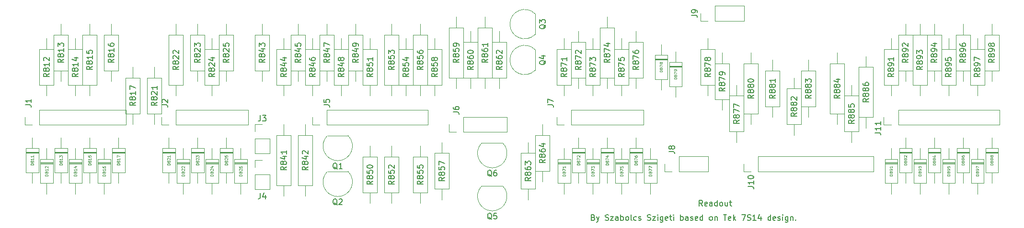
<source format=gbr>
%TF.GenerationSoftware,KiCad,Pcbnew,(5.1.8)-1*%
%TF.CreationDate,2020-12-25T14:24:52+01:00*%
%TF.ProjectId,5S14,35533134-2e6b-4696-9361-645f70636258,rev?*%
%TF.SameCoordinates,Original*%
%TF.FileFunction,Legend,Top*%
%TF.FilePolarity,Positive*%
%FSLAX46Y46*%
G04 Gerber Fmt 4.6, Leading zero omitted, Abs format (unit mm)*
G04 Created by KiCad (PCBNEW (5.1.8)-1) date 2020-12-25 14:24:52*
%MOMM*%
%LPD*%
G01*
G04 APERTURE LIST*
%ADD10C,0.150000*%
%ADD11C,0.120000*%
%ADD12C,0.125000*%
G04 APERTURE END LIST*
D10*
X165165714Y-103433571D02*
X165308571Y-103481190D01*
X165356190Y-103528809D01*
X165403809Y-103624047D01*
X165403809Y-103766904D01*
X165356190Y-103862142D01*
X165308571Y-103909761D01*
X165213333Y-103957380D01*
X164832380Y-103957380D01*
X164832380Y-102957380D01*
X165165714Y-102957380D01*
X165260952Y-103005000D01*
X165308571Y-103052619D01*
X165356190Y-103147857D01*
X165356190Y-103243095D01*
X165308571Y-103338333D01*
X165260952Y-103385952D01*
X165165714Y-103433571D01*
X164832380Y-103433571D01*
X165737142Y-103290714D02*
X165975238Y-103957380D01*
X166213333Y-103290714D02*
X165975238Y-103957380D01*
X165880000Y-104195476D01*
X165832380Y-104243095D01*
X165737142Y-104290714D01*
X167308571Y-103909761D02*
X167451428Y-103957380D01*
X167689523Y-103957380D01*
X167784761Y-103909761D01*
X167832380Y-103862142D01*
X167880000Y-103766904D01*
X167880000Y-103671666D01*
X167832380Y-103576428D01*
X167784761Y-103528809D01*
X167689523Y-103481190D01*
X167499047Y-103433571D01*
X167403809Y-103385952D01*
X167356190Y-103338333D01*
X167308571Y-103243095D01*
X167308571Y-103147857D01*
X167356190Y-103052619D01*
X167403809Y-103005000D01*
X167499047Y-102957380D01*
X167737142Y-102957380D01*
X167880000Y-103005000D01*
X168213333Y-103290714D02*
X168737142Y-103290714D01*
X168213333Y-103957380D01*
X168737142Y-103957380D01*
X169546666Y-103957380D02*
X169546666Y-103433571D01*
X169499047Y-103338333D01*
X169403809Y-103290714D01*
X169213333Y-103290714D01*
X169118095Y-103338333D01*
X169546666Y-103909761D02*
X169451428Y-103957380D01*
X169213333Y-103957380D01*
X169118095Y-103909761D01*
X169070476Y-103814523D01*
X169070476Y-103719285D01*
X169118095Y-103624047D01*
X169213333Y-103576428D01*
X169451428Y-103576428D01*
X169546666Y-103528809D01*
X170022857Y-103957380D02*
X170022857Y-102957380D01*
X170022857Y-103338333D02*
X170118095Y-103290714D01*
X170308571Y-103290714D01*
X170403809Y-103338333D01*
X170451428Y-103385952D01*
X170499047Y-103481190D01*
X170499047Y-103766904D01*
X170451428Y-103862142D01*
X170403809Y-103909761D01*
X170308571Y-103957380D01*
X170118095Y-103957380D01*
X170022857Y-103909761D01*
X171070476Y-103957380D02*
X170975238Y-103909761D01*
X170927619Y-103862142D01*
X170880000Y-103766904D01*
X170880000Y-103481190D01*
X170927619Y-103385952D01*
X170975238Y-103338333D01*
X171070476Y-103290714D01*
X171213333Y-103290714D01*
X171308571Y-103338333D01*
X171356190Y-103385952D01*
X171403809Y-103481190D01*
X171403809Y-103766904D01*
X171356190Y-103862142D01*
X171308571Y-103909761D01*
X171213333Y-103957380D01*
X171070476Y-103957380D01*
X171975238Y-103957380D02*
X171880000Y-103909761D01*
X171832380Y-103814523D01*
X171832380Y-102957380D01*
X172784761Y-103909761D02*
X172689523Y-103957380D01*
X172499047Y-103957380D01*
X172403809Y-103909761D01*
X172356190Y-103862142D01*
X172308571Y-103766904D01*
X172308571Y-103481190D01*
X172356190Y-103385952D01*
X172403809Y-103338333D01*
X172499047Y-103290714D01*
X172689523Y-103290714D01*
X172784761Y-103338333D01*
X173165714Y-103909761D02*
X173260952Y-103957380D01*
X173451428Y-103957380D01*
X173546666Y-103909761D01*
X173594285Y-103814523D01*
X173594285Y-103766904D01*
X173546666Y-103671666D01*
X173451428Y-103624047D01*
X173308571Y-103624047D01*
X173213333Y-103576428D01*
X173165714Y-103481190D01*
X173165714Y-103433571D01*
X173213333Y-103338333D01*
X173308571Y-103290714D01*
X173451428Y-103290714D01*
X173546666Y-103338333D01*
X174737142Y-103909761D02*
X174880000Y-103957380D01*
X175118095Y-103957380D01*
X175213333Y-103909761D01*
X175260952Y-103862142D01*
X175308571Y-103766904D01*
X175308571Y-103671666D01*
X175260952Y-103576428D01*
X175213333Y-103528809D01*
X175118095Y-103481190D01*
X174927619Y-103433571D01*
X174832380Y-103385952D01*
X174784761Y-103338333D01*
X174737142Y-103243095D01*
X174737142Y-103147857D01*
X174784761Y-103052619D01*
X174832380Y-103005000D01*
X174927619Y-102957380D01*
X175165714Y-102957380D01*
X175308571Y-103005000D01*
X175641904Y-103290714D02*
X176165714Y-103290714D01*
X175641904Y-103957380D01*
X176165714Y-103957380D01*
X176546666Y-103957380D02*
X176546666Y-103290714D01*
X176546666Y-102957380D02*
X176499047Y-103005000D01*
X176546666Y-103052619D01*
X176594285Y-103005000D01*
X176546666Y-102957380D01*
X176546666Y-103052619D01*
X177451428Y-103290714D02*
X177451428Y-104100238D01*
X177403809Y-104195476D01*
X177356190Y-104243095D01*
X177260952Y-104290714D01*
X177118095Y-104290714D01*
X177022857Y-104243095D01*
X177451428Y-103909761D02*
X177356190Y-103957380D01*
X177165714Y-103957380D01*
X177070476Y-103909761D01*
X177022857Y-103862142D01*
X176975238Y-103766904D01*
X176975238Y-103481190D01*
X177022857Y-103385952D01*
X177070476Y-103338333D01*
X177165714Y-103290714D01*
X177356190Y-103290714D01*
X177451428Y-103338333D01*
X178308571Y-103909761D02*
X178213333Y-103957380D01*
X178022857Y-103957380D01*
X177927619Y-103909761D01*
X177880000Y-103814523D01*
X177880000Y-103433571D01*
X177927619Y-103338333D01*
X178022857Y-103290714D01*
X178213333Y-103290714D01*
X178308571Y-103338333D01*
X178356190Y-103433571D01*
X178356190Y-103528809D01*
X177880000Y-103624047D01*
X178641904Y-103290714D02*
X179022857Y-103290714D01*
X178784761Y-102957380D02*
X178784761Y-103814523D01*
X178832380Y-103909761D01*
X178927619Y-103957380D01*
X179022857Y-103957380D01*
X179356190Y-103957380D02*
X179356190Y-103290714D01*
X179356190Y-102957380D02*
X179308571Y-103005000D01*
X179356190Y-103052619D01*
X179403809Y-103005000D01*
X179356190Y-102957380D01*
X179356190Y-103052619D01*
X180594285Y-103957380D02*
X180594285Y-102957380D01*
X180594285Y-103338333D02*
X180689523Y-103290714D01*
X180879999Y-103290714D01*
X180975238Y-103338333D01*
X181022857Y-103385952D01*
X181070476Y-103481190D01*
X181070476Y-103766904D01*
X181022857Y-103862142D01*
X180975238Y-103909761D01*
X180879999Y-103957380D01*
X180689523Y-103957380D01*
X180594285Y-103909761D01*
X181927619Y-103957380D02*
X181927619Y-103433571D01*
X181879999Y-103338333D01*
X181784761Y-103290714D01*
X181594285Y-103290714D01*
X181499047Y-103338333D01*
X181927619Y-103909761D02*
X181832380Y-103957380D01*
X181594285Y-103957380D01*
X181499047Y-103909761D01*
X181451428Y-103814523D01*
X181451428Y-103719285D01*
X181499047Y-103624047D01*
X181594285Y-103576428D01*
X181832380Y-103576428D01*
X181927619Y-103528809D01*
X182356190Y-103909761D02*
X182451428Y-103957380D01*
X182641904Y-103957380D01*
X182737142Y-103909761D01*
X182784761Y-103814523D01*
X182784761Y-103766904D01*
X182737142Y-103671666D01*
X182641904Y-103624047D01*
X182499047Y-103624047D01*
X182403809Y-103576428D01*
X182356190Y-103481190D01*
X182356190Y-103433571D01*
X182403809Y-103338333D01*
X182499047Y-103290714D01*
X182641904Y-103290714D01*
X182737142Y-103338333D01*
X183594285Y-103909761D02*
X183499047Y-103957380D01*
X183308571Y-103957380D01*
X183213333Y-103909761D01*
X183165714Y-103814523D01*
X183165714Y-103433571D01*
X183213333Y-103338333D01*
X183308571Y-103290714D01*
X183499047Y-103290714D01*
X183594285Y-103338333D01*
X183641904Y-103433571D01*
X183641904Y-103528809D01*
X183165714Y-103624047D01*
X184499047Y-103957380D02*
X184499047Y-102957380D01*
X184499047Y-103909761D02*
X184403809Y-103957380D01*
X184213333Y-103957380D01*
X184118095Y-103909761D01*
X184070476Y-103862142D01*
X184022857Y-103766904D01*
X184022857Y-103481190D01*
X184070476Y-103385952D01*
X184118095Y-103338333D01*
X184213333Y-103290714D01*
X184403809Y-103290714D01*
X184499047Y-103338333D01*
X185879999Y-103957380D02*
X185784761Y-103909761D01*
X185737142Y-103862142D01*
X185689523Y-103766904D01*
X185689523Y-103481190D01*
X185737142Y-103385952D01*
X185784761Y-103338333D01*
X185879999Y-103290714D01*
X186022857Y-103290714D01*
X186118095Y-103338333D01*
X186165714Y-103385952D01*
X186213333Y-103481190D01*
X186213333Y-103766904D01*
X186165714Y-103862142D01*
X186118095Y-103909761D01*
X186022857Y-103957380D01*
X185879999Y-103957380D01*
X186641904Y-103290714D02*
X186641904Y-103957380D01*
X186641904Y-103385952D02*
X186689523Y-103338333D01*
X186784761Y-103290714D01*
X186927619Y-103290714D01*
X187022857Y-103338333D01*
X187070476Y-103433571D01*
X187070476Y-103957380D01*
X188165714Y-102957380D02*
X188737142Y-102957380D01*
X188451428Y-103957380D02*
X188451428Y-102957380D01*
X189451428Y-103909761D02*
X189356190Y-103957380D01*
X189165714Y-103957380D01*
X189070476Y-103909761D01*
X189022857Y-103814523D01*
X189022857Y-103433571D01*
X189070476Y-103338333D01*
X189165714Y-103290714D01*
X189356190Y-103290714D01*
X189451428Y-103338333D01*
X189499047Y-103433571D01*
X189499047Y-103528809D01*
X189022857Y-103624047D01*
X189927619Y-103957380D02*
X189927619Y-102957380D01*
X190022857Y-103576428D02*
X190308571Y-103957380D01*
X190308571Y-103290714D02*
X189927619Y-103671666D01*
X191403809Y-102957380D02*
X192070476Y-102957380D01*
X191641904Y-103957380D01*
X192403809Y-103909761D02*
X192546666Y-103957380D01*
X192784761Y-103957380D01*
X192879999Y-103909761D01*
X192927619Y-103862142D01*
X192975238Y-103766904D01*
X192975238Y-103671666D01*
X192927619Y-103576428D01*
X192879999Y-103528809D01*
X192784761Y-103481190D01*
X192594285Y-103433571D01*
X192499047Y-103385952D01*
X192451428Y-103338333D01*
X192403809Y-103243095D01*
X192403809Y-103147857D01*
X192451428Y-103052619D01*
X192499047Y-103005000D01*
X192594285Y-102957380D01*
X192832380Y-102957380D01*
X192975238Y-103005000D01*
X193927619Y-103957380D02*
X193356190Y-103957380D01*
X193641904Y-103957380D02*
X193641904Y-102957380D01*
X193546666Y-103100238D01*
X193451428Y-103195476D01*
X193356190Y-103243095D01*
X194784761Y-103290714D02*
X194784761Y-103957380D01*
X194546666Y-102909761D02*
X194308571Y-103624047D01*
X194927619Y-103624047D01*
X196499047Y-103957380D02*
X196499047Y-102957380D01*
X196499047Y-103909761D02*
X196403809Y-103957380D01*
X196213333Y-103957380D01*
X196118095Y-103909761D01*
X196070476Y-103862142D01*
X196022857Y-103766904D01*
X196022857Y-103481190D01*
X196070476Y-103385952D01*
X196118095Y-103338333D01*
X196213333Y-103290714D01*
X196403809Y-103290714D01*
X196499047Y-103338333D01*
X197356190Y-103909761D02*
X197260952Y-103957380D01*
X197070476Y-103957380D01*
X196975238Y-103909761D01*
X196927619Y-103814523D01*
X196927619Y-103433571D01*
X196975238Y-103338333D01*
X197070476Y-103290714D01*
X197260952Y-103290714D01*
X197356190Y-103338333D01*
X197403809Y-103433571D01*
X197403809Y-103528809D01*
X196927619Y-103624047D01*
X197784761Y-103909761D02*
X197879999Y-103957380D01*
X198070476Y-103957380D01*
X198165714Y-103909761D01*
X198213333Y-103814523D01*
X198213333Y-103766904D01*
X198165714Y-103671666D01*
X198070476Y-103624047D01*
X197927619Y-103624047D01*
X197832380Y-103576428D01*
X197784761Y-103481190D01*
X197784761Y-103433571D01*
X197832380Y-103338333D01*
X197927619Y-103290714D01*
X198070476Y-103290714D01*
X198165714Y-103338333D01*
X198641904Y-103957380D02*
X198641904Y-103290714D01*
X198641904Y-102957380D02*
X198594285Y-103005000D01*
X198641904Y-103052619D01*
X198689523Y-103005000D01*
X198641904Y-102957380D01*
X198641904Y-103052619D01*
X199546666Y-103290714D02*
X199546666Y-104100238D01*
X199499047Y-104195476D01*
X199451428Y-104243095D01*
X199356190Y-104290714D01*
X199213333Y-104290714D01*
X199118095Y-104243095D01*
X199546666Y-103909761D02*
X199451428Y-103957380D01*
X199260952Y-103957380D01*
X199165714Y-103909761D01*
X199118095Y-103862142D01*
X199070476Y-103766904D01*
X199070476Y-103481190D01*
X199118095Y-103385952D01*
X199165714Y-103338333D01*
X199260952Y-103290714D01*
X199451428Y-103290714D01*
X199546666Y-103338333D01*
X200022857Y-103290714D02*
X200022857Y-103957380D01*
X200022857Y-103385952D02*
X200070476Y-103338333D01*
X200165714Y-103290714D01*
X200308571Y-103290714D01*
X200403809Y-103338333D01*
X200451428Y-103433571D01*
X200451428Y-103957380D01*
X200927619Y-103862142D02*
X200975238Y-103909761D01*
X200927619Y-103957380D01*
X200879999Y-103909761D01*
X200927619Y-103862142D01*
X200927619Y-103957380D01*
X184475714Y-101417380D02*
X184142380Y-100941190D01*
X183904285Y-101417380D02*
X183904285Y-100417380D01*
X184285238Y-100417380D01*
X184380476Y-100465000D01*
X184428095Y-100512619D01*
X184475714Y-100607857D01*
X184475714Y-100750714D01*
X184428095Y-100845952D01*
X184380476Y-100893571D01*
X184285238Y-100941190D01*
X183904285Y-100941190D01*
X185285238Y-101369761D02*
X185190000Y-101417380D01*
X184999523Y-101417380D01*
X184904285Y-101369761D01*
X184856666Y-101274523D01*
X184856666Y-100893571D01*
X184904285Y-100798333D01*
X184999523Y-100750714D01*
X185190000Y-100750714D01*
X185285238Y-100798333D01*
X185332857Y-100893571D01*
X185332857Y-100988809D01*
X184856666Y-101084047D01*
X186190000Y-101417380D02*
X186190000Y-100893571D01*
X186142380Y-100798333D01*
X186047142Y-100750714D01*
X185856666Y-100750714D01*
X185761428Y-100798333D01*
X186190000Y-101369761D02*
X186094761Y-101417380D01*
X185856666Y-101417380D01*
X185761428Y-101369761D01*
X185713809Y-101274523D01*
X185713809Y-101179285D01*
X185761428Y-101084047D01*
X185856666Y-101036428D01*
X186094761Y-101036428D01*
X186190000Y-100988809D01*
X187094761Y-101417380D02*
X187094761Y-100417380D01*
X187094761Y-101369761D02*
X186999523Y-101417380D01*
X186809047Y-101417380D01*
X186713809Y-101369761D01*
X186666190Y-101322142D01*
X186618571Y-101226904D01*
X186618571Y-100941190D01*
X186666190Y-100845952D01*
X186713809Y-100798333D01*
X186809047Y-100750714D01*
X186999523Y-100750714D01*
X187094761Y-100798333D01*
X187713809Y-101417380D02*
X187618571Y-101369761D01*
X187570952Y-101322142D01*
X187523333Y-101226904D01*
X187523333Y-100941190D01*
X187570952Y-100845952D01*
X187618571Y-100798333D01*
X187713809Y-100750714D01*
X187856666Y-100750714D01*
X187951904Y-100798333D01*
X187999523Y-100845952D01*
X188047142Y-100941190D01*
X188047142Y-101226904D01*
X187999523Y-101322142D01*
X187951904Y-101369761D01*
X187856666Y-101417380D01*
X187713809Y-101417380D01*
X188904285Y-100750714D02*
X188904285Y-101417380D01*
X188475714Y-100750714D02*
X188475714Y-101274523D01*
X188523333Y-101369761D01*
X188618571Y-101417380D01*
X188761428Y-101417380D01*
X188856666Y-101369761D01*
X188904285Y-101322142D01*
X189237619Y-100750714D02*
X189618571Y-100750714D01*
X189380476Y-100417380D02*
X189380476Y-101274523D01*
X189428095Y-101369761D01*
X189523333Y-101417380D01*
X189618571Y-101417380D01*
D11*
%TO.C,R859*%
X139700000Y-78740000D02*
X142240000Y-78740000D01*
X142240000Y-78740000D02*
X142240000Y-69850000D01*
X142240000Y-69850000D02*
X139700000Y-69850000D01*
X139700000Y-69850000D02*
X139700000Y-78740000D01*
X140970000Y-69850000D02*
X140970000Y-67945000D01*
X140970000Y-78740000D02*
X140970000Y-80645000D01*
%TO.C,R882*%
X201930000Y-80645000D02*
X201930000Y-86995000D01*
X201930000Y-86995000D02*
X199390000Y-86995000D01*
X199390000Y-86995000D02*
X199390000Y-80645000D01*
X201930000Y-80645000D02*
X199390000Y-80645000D01*
X200660000Y-86995000D02*
X200660000Y-88900000D01*
X200660000Y-80645000D02*
X200660000Y-78740000D01*
%TO.C,R822*%
X91440000Y-71120000D02*
X91440000Y-69215000D01*
X91440000Y-80010000D02*
X91440000Y-81915000D01*
X92710000Y-80010000D02*
X92710000Y-71120000D01*
X90170000Y-80010000D02*
X92710000Y-80010000D01*
X90170000Y-71120000D02*
X90170000Y-80010000D01*
X92710000Y-71120000D02*
X90170000Y-71120000D01*
%TO.C,Q6*%
X149120000Y-90225000D02*
X145520000Y-90225000D01*
X145481522Y-90236522D02*
G75*
G03*
X147320000Y-94675000I1838478J-1838478D01*
G01*
X149158478Y-90236522D02*
G75*
G02*
X147320000Y-94675000I-1838478J-1838478D01*
G01*
%TO.C,Q5*%
X149120000Y-97845000D02*
X145520000Y-97845000D01*
X145481522Y-97856522D02*
G75*
G03*
X147320000Y-102295000I1838478J-1838478D01*
G01*
X149158478Y-97856522D02*
G75*
G02*
X147320000Y-102295000I-1838478J-1838478D01*
G01*
%TO.C,Q4*%
X154885000Y-77365000D02*
X154885000Y-73765000D01*
X154873478Y-73726522D02*
G75*
G03*
X150435000Y-75565000I-1838478J-1838478D01*
G01*
X154873478Y-77403478D02*
G75*
G02*
X150435000Y-75565000I-1838478J1838478D01*
G01*
%TO.C,Q3*%
X154885000Y-71015000D02*
X154885000Y-67415000D01*
X154873478Y-67376522D02*
G75*
G03*
X150435000Y-69215000I-1838478J-1838478D01*
G01*
X154873478Y-71053478D02*
G75*
G02*
X150435000Y-69215000I-1838478J1838478D01*
G01*
%TO.C,Q2*%
X121815000Y-95305000D02*
X118215000Y-95305000D01*
X118176522Y-95316522D02*
G75*
G03*
X120015000Y-99755000I1838478J-1838478D01*
G01*
X121853478Y-95316522D02*
G75*
G02*
X120015000Y-99755000I-1838478J-1838478D01*
G01*
%TO.C,Q1*%
X121815000Y-88955000D02*
X118215000Y-88955000D01*
X118176522Y-88966522D02*
G75*
G03*
X120015000Y-93405000I1838478J-1838478D01*
G01*
X121853478Y-88966522D02*
G75*
G02*
X120015000Y-93405000I-1838478J-1838478D01*
G01*
%TO.C,R898*%
X235585000Y-71120000D02*
X235585000Y-69215000D01*
X235585000Y-77470000D02*
X235585000Y-79375000D01*
X236855000Y-71120000D02*
X234315000Y-71120000D01*
X234315000Y-77470000D02*
X234315000Y-71120000D01*
X236855000Y-77470000D02*
X234315000Y-77470000D01*
X236855000Y-71120000D02*
X236855000Y-77470000D01*
%TO.C,R897*%
X233045000Y-73660000D02*
X233045000Y-71755000D01*
X233045000Y-80010000D02*
X233045000Y-81915000D01*
X234315000Y-73660000D02*
X231775000Y-73660000D01*
X231775000Y-80010000D02*
X231775000Y-73660000D01*
X234315000Y-80010000D02*
X231775000Y-80010000D01*
X234315000Y-73660000D02*
X234315000Y-80010000D01*
%TO.C,R896*%
X230505000Y-71120000D02*
X230505000Y-69215000D01*
X230505000Y-77470000D02*
X230505000Y-79375000D01*
X231775000Y-71120000D02*
X229235000Y-71120000D01*
X229235000Y-77470000D02*
X229235000Y-71120000D01*
X231775000Y-77470000D02*
X229235000Y-77470000D01*
X231775000Y-71120000D02*
X231775000Y-77470000D01*
%TO.C,R895*%
X227965000Y-73660000D02*
X227965000Y-71755000D01*
X227965000Y-80010000D02*
X227965000Y-81915000D01*
X229235000Y-73660000D02*
X226695000Y-73660000D01*
X226695000Y-80010000D02*
X226695000Y-73660000D01*
X229235000Y-80010000D02*
X226695000Y-80010000D01*
X229235000Y-73660000D02*
X229235000Y-80010000D01*
%TO.C,R894*%
X225425000Y-71120000D02*
X225425000Y-69215000D01*
X225425000Y-77470000D02*
X225425000Y-79375000D01*
X226695000Y-71120000D02*
X224155000Y-71120000D01*
X224155000Y-77470000D02*
X224155000Y-71120000D01*
X226695000Y-77470000D02*
X224155000Y-77470000D01*
X226695000Y-71120000D02*
X226695000Y-77470000D01*
%TO.C,R893*%
X224155000Y-71120000D02*
X221615000Y-71120000D01*
X221615000Y-71120000D02*
X221615000Y-80010000D01*
X221615000Y-80010000D02*
X224155000Y-80010000D01*
X224155000Y-80010000D02*
X224155000Y-71120000D01*
X222885000Y-80010000D02*
X222885000Y-81915000D01*
X222885000Y-71120000D02*
X222885000Y-69215000D01*
%TO.C,R892*%
X220345000Y-71120000D02*
X220345000Y-69215000D01*
X220345000Y-77470000D02*
X220345000Y-79375000D01*
X221615000Y-71120000D02*
X219075000Y-71120000D01*
X219075000Y-77470000D02*
X219075000Y-71120000D01*
X221615000Y-77470000D02*
X219075000Y-77470000D01*
X221615000Y-71120000D02*
X221615000Y-77470000D01*
%TO.C,R891*%
X217805000Y-73660000D02*
X217805000Y-71755000D01*
X217805000Y-80010000D02*
X217805000Y-81915000D01*
X219075000Y-73660000D02*
X216535000Y-73660000D01*
X216535000Y-80010000D02*
X216535000Y-73660000D01*
X219075000Y-80010000D02*
X216535000Y-80010000D01*
X219075000Y-73660000D02*
X219075000Y-80010000D01*
%TO.C,R886*%
X212090000Y-85725000D02*
X214630000Y-85725000D01*
X214630000Y-85725000D02*
X214630000Y-76835000D01*
X214630000Y-76835000D02*
X212090000Y-76835000D01*
X212090000Y-76835000D02*
X212090000Y-85725000D01*
X213360000Y-76835000D02*
X213360000Y-74930000D01*
X213360000Y-85725000D02*
X213360000Y-87630000D01*
%TO.C,R885*%
X210820000Y-88265000D02*
X210820000Y-90170000D01*
X210820000Y-81915000D02*
X210820000Y-80010000D01*
X209550000Y-88265000D02*
X212090000Y-88265000D01*
X212090000Y-81915000D02*
X212090000Y-88265000D01*
X209550000Y-81915000D02*
X212090000Y-81915000D01*
X209550000Y-88265000D02*
X209550000Y-81915000D01*
%TO.C,R884*%
X209550000Y-76200000D02*
X207010000Y-76200000D01*
X207010000Y-76200000D02*
X207010000Y-85090000D01*
X207010000Y-85090000D02*
X209550000Y-85090000D01*
X209550000Y-85090000D02*
X209550000Y-76200000D01*
X208280000Y-85090000D02*
X208280000Y-86995000D01*
X208280000Y-76200000D02*
X208280000Y-74295000D01*
%TO.C,R883*%
X203200000Y-77470000D02*
X203200000Y-75565000D01*
X203200000Y-83820000D02*
X203200000Y-85725000D01*
X204470000Y-77470000D02*
X201930000Y-77470000D01*
X201930000Y-83820000D02*
X201930000Y-77470000D01*
X204470000Y-83820000D02*
X201930000Y-83820000D01*
X204470000Y-77470000D02*
X204470000Y-83820000D01*
%TO.C,R881*%
X196850000Y-77470000D02*
X196850000Y-75565000D01*
X196850000Y-83820000D02*
X196850000Y-85725000D01*
X198120000Y-77470000D02*
X195580000Y-77470000D01*
X195580000Y-83820000D02*
X195580000Y-77470000D01*
X198120000Y-83820000D02*
X195580000Y-83820000D01*
X198120000Y-77470000D02*
X198120000Y-83820000D01*
%TO.C,R880*%
X194310000Y-76200000D02*
X191770000Y-76200000D01*
X191770000Y-76200000D02*
X191770000Y-85090000D01*
X191770000Y-85090000D02*
X194310000Y-85090000D01*
X194310000Y-85090000D02*
X194310000Y-76200000D01*
X193040000Y-85090000D02*
X193040000Y-86995000D01*
X193040000Y-76200000D02*
X193040000Y-74295000D01*
%TO.C,R879*%
X187960000Y-82550000D02*
X187960000Y-84455000D01*
X187960000Y-76200000D02*
X187960000Y-74295000D01*
X186690000Y-82550000D02*
X189230000Y-82550000D01*
X189230000Y-76200000D02*
X189230000Y-82550000D01*
X186690000Y-76200000D02*
X189230000Y-76200000D01*
X186690000Y-82550000D02*
X186690000Y-76200000D01*
%TO.C,R878*%
X185420000Y-80010000D02*
X185420000Y-81915000D01*
X185420000Y-73660000D02*
X185420000Y-71755000D01*
X184150000Y-80010000D02*
X186690000Y-80010000D01*
X186690000Y-73660000D02*
X186690000Y-80010000D01*
X184150000Y-73660000D02*
X186690000Y-73660000D01*
X184150000Y-80010000D02*
X184150000Y-73660000D01*
%TO.C,R877*%
X190500000Y-81915000D02*
X190500000Y-80010000D01*
X190500000Y-88265000D02*
X190500000Y-90170000D01*
X191770000Y-81915000D02*
X189230000Y-81915000D01*
X189230000Y-88265000D02*
X189230000Y-81915000D01*
X191770000Y-88265000D02*
X189230000Y-88265000D01*
X191770000Y-81915000D02*
X191770000Y-88265000D01*
%TO.C,R876*%
X172720000Y-72390000D02*
X172720000Y-70485000D01*
X172720000Y-78740000D02*
X172720000Y-80645000D01*
X173990000Y-72390000D02*
X171450000Y-72390000D01*
X171450000Y-78740000D02*
X171450000Y-72390000D01*
X173990000Y-78740000D02*
X171450000Y-78740000D01*
X173990000Y-72390000D02*
X173990000Y-78740000D01*
%TO.C,R875*%
X170180000Y-73660000D02*
X170180000Y-71755000D01*
X170180000Y-80010000D02*
X170180000Y-81915000D01*
X171450000Y-73660000D02*
X168910000Y-73660000D01*
X168910000Y-80010000D02*
X168910000Y-73660000D01*
X171450000Y-80010000D02*
X168910000Y-80010000D01*
X171450000Y-73660000D02*
X171450000Y-80010000D01*
%TO.C,R874*%
X168910000Y-69850000D02*
X166370000Y-69850000D01*
X166370000Y-69850000D02*
X166370000Y-78740000D01*
X166370000Y-78740000D02*
X168910000Y-78740000D01*
X168910000Y-78740000D02*
X168910000Y-69850000D01*
X167640000Y-78740000D02*
X167640000Y-80645000D01*
X167640000Y-69850000D02*
X167640000Y-67945000D01*
%TO.C,R873*%
X165100000Y-73660000D02*
X165100000Y-71755000D01*
X165100000Y-80010000D02*
X165100000Y-81915000D01*
X166370000Y-73660000D02*
X163830000Y-73660000D01*
X163830000Y-80010000D02*
X163830000Y-73660000D01*
X166370000Y-80010000D02*
X163830000Y-80010000D01*
X166370000Y-73660000D02*
X166370000Y-80010000D01*
%TO.C,R872*%
X162560000Y-72390000D02*
X162560000Y-70485000D01*
X162560000Y-78740000D02*
X162560000Y-80645000D01*
X163830000Y-72390000D02*
X161290000Y-72390000D01*
X161290000Y-78740000D02*
X161290000Y-72390000D01*
X163830000Y-78740000D02*
X161290000Y-78740000D01*
X163830000Y-72390000D02*
X163830000Y-78740000D01*
%TO.C,R871*%
X160020000Y-73660000D02*
X160020000Y-71755000D01*
X160020000Y-80010000D02*
X160020000Y-81915000D01*
X161290000Y-73660000D02*
X158750000Y-73660000D01*
X158750000Y-80010000D02*
X158750000Y-73660000D01*
X161290000Y-80010000D02*
X158750000Y-80010000D01*
X161290000Y-73660000D02*
X161290000Y-80010000D01*
%TO.C,R864*%
X156210000Y-95250000D02*
X156210000Y-97155000D01*
X156210000Y-88900000D02*
X156210000Y-86995000D01*
X154940000Y-95250000D02*
X157480000Y-95250000D01*
X157480000Y-88900000D02*
X157480000Y-95250000D01*
X154940000Y-88900000D02*
X157480000Y-88900000D01*
X154940000Y-95250000D02*
X154940000Y-88900000D01*
%TO.C,R863*%
X153670000Y-92075000D02*
X153670000Y-90170000D01*
X153670000Y-98425000D02*
X153670000Y-100330000D01*
X154940000Y-92075000D02*
X152400000Y-92075000D01*
X152400000Y-98425000D02*
X152400000Y-92075000D01*
X154940000Y-98425000D02*
X152400000Y-98425000D01*
X154940000Y-92075000D02*
X154940000Y-98425000D01*
%TO.C,R862*%
X148590000Y-72390000D02*
X148590000Y-70485000D01*
X148590000Y-78740000D02*
X148590000Y-80645000D01*
X149860000Y-72390000D02*
X147320000Y-72390000D01*
X147320000Y-78740000D02*
X147320000Y-72390000D01*
X149860000Y-78740000D02*
X147320000Y-78740000D01*
X149860000Y-72390000D02*
X149860000Y-78740000D01*
%TO.C,R861*%
X144780000Y-78740000D02*
X147320000Y-78740000D01*
X147320000Y-78740000D02*
X147320000Y-69850000D01*
X147320000Y-69850000D02*
X144780000Y-69850000D01*
X144780000Y-69850000D02*
X144780000Y-78740000D01*
X146050000Y-69850000D02*
X146050000Y-67945000D01*
X146050000Y-78740000D02*
X146050000Y-80645000D01*
%TO.C,R860*%
X143510000Y-72390000D02*
X143510000Y-70485000D01*
X143510000Y-78740000D02*
X143510000Y-80645000D01*
X144780000Y-72390000D02*
X142240000Y-72390000D01*
X142240000Y-78740000D02*
X142240000Y-72390000D01*
X144780000Y-78740000D02*
X142240000Y-78740000D01*
X144780000Y-72390000D02*
X144780000Y-78740000D01*
%TO.C,R858*%
X137160000Y-80010000D02*
X137160000Y-81915000D01*
X137160000Y-73660000D02*
X137160000Y-71755000D01*
X135890000Y-80010000D02*
X138430000Y-80010000D01*
X138430000Y-73660000D02*
X138430000Y-80010000D01*
X135890000Y-73660000D02*
X138430000Y-73660000D01*
X135890000Y-80010000D02*
X135890000Y-73660000D01*
%TO.C,R857*%
X138430000Y-92075000D02*
X138430000Y-90170000D01*
X138430000Y-98425000D02*
X138430000Y-100330000D01*
X139700000Y-92075000D02*
X137160000Y-92075000D01*
X137160000Y-98425000D02*
X137160000Y-92075000D01*
X139700000Y-98425000D02*
X137160000Y-98425000D01*
X139700000Y-92075000D02*
X139700000Y-98425000D01*
%TO.C,R856*%
X135890000Y-71120000D02*
X133350000Y-71120000D01*
X133350000Y-71120000D02*
X133350000Y-80010000D01*
X133350000Y-80010000D02*
X135890000Y-80010000D01*
X135890000Y-80010000D02*
X135890000Y-71120000D01*
X134620000Y-80010000D02*
X134620000Y-81915000D01*
X134620000Y-71120000D02*
X134620000Y-69215000D01*
%TO.C,R855*%
X134620000Y-92710000D02*
X134620000Y-90805000D01*
X134620000Y-99060000D02*
X134620000Y-100965000D01*
X135890000Y-92710000D02*
X133350000Y-92710000D01*
X133350000Y-99060000D02*
X133350000Y-92710000D01*
X135890000Y-99060000D02*
X133350000Y-99060000D01*
X135890000Y-92710000D02*
X135890000Y-99060000D01*
%TO.C,R854*%
X132080000Y-80010000D02*
X132080000Y-81915000D01*
X132080000Y-73660000D02*
X132080000Y-71755000D01*
X130810000Y-80010000D02*
X133350000Y-80010000D01*
X133350000Y-73660000D02*
X133350000Y-80010000D01*
X130810000Y-73660000D02*
X133350000Y-73660000D01*
X130810000Y-80010000D02*
X130810000Y-73660000D01*
%TO.C,R853*%
X130810000Y-71120000D02*
X128270000Y-71120000D01*
X128270000Y-71120000D02*
X128270000Y-80010000D01*
X128270000Y-80010000D02*
X130810000Y-80010000D01*
X130810000Y-80010000D02*
X130810000Y-71120000D01*
X129540000Y-80010000D02*
X129540000Y-81915000D01*
X129540000Y-71120000D02*
X129540000Y-69215000D01*
%TO.C,R852*%
X129540000Y-99060000D02*
X129540000Y-100965000D01*
X129540000Y-92710000D02*
X129540000Y-90805000D01*
X128270000Y-99060000D02*
X130810000Y-99060000D01*
X130810000Y-92710000D02*
X130810000Y-99060000D01*
X128270000Y-92710000D02*
X130810000Y-92710000D01*
X128270000Y-99060000D02*
X128270000Y-92710000D01*
%TO.C,R851*%
X125730000Y-73660000D02*
X125730000Y-71755000D01*
X125730000Y-80010000D02*
X125730000Y-81915000D01*
X127000000Y-73660000D02*
X124460000Y-73660000D01*
X124460000Y-80010000D02*
X124460000Y-73660000D01*
X127000000Y-80010000D02*
X124460000Y-80010000D01*
X127000000Y-73660000D02*
X127000000Y-80010000D01*
%TO.C,R850*%
X125730000Y-99060000D02*
X125730000Y-100965000D01*
X125730000Y-92710000D02*
X125730000Y-90805000D01*
X124460000Y-99060000D02*
X127000000Y-99060000D01*
X127000000Y-92710000D02*
X127000000Y-99060000D01*
X124460000Y-92710000D02*
X127000000Y-92710000D01*
X124460000Y-99060000D02*
X124460000Y-92710000D01*
%TO.C,R849*%
X123190000Y-71120000D02*
X123190000Y-69215000D01*
X123190000Y-77470000D02*
X123190000Y-79375000D01*
X124460000Y-71120000D02*
X121920000Y-71120000D01*
X121920000Y-77470000D02*
X121920000Y-71120000D01*
X124460000Y-77470000D02*
X121920000Y-77470000D01*
X124460000Y-71120000D02*
X124460000Y-77470000D01*
%TO.C,R848*%
X120650000Y-73660000D02*
X120650000Y-71755000D01*
X120650000Y-80010000D02*
X120650000Y-81915000D01*
X121920000Y-73660000D02*
X119380000Y-73660000D01*
X119380000Y-80010000D02*
X119380000Y-73660000D01*
X121920000Y-80010000D02*
X119380000Y-80010000D01*
X121920000Y-73660000D02*
X121920000Y-80010000D01*
%TO.C,R847*%
X118110000Y-71120000D02*
X118110000Y-69215000D01*
X118110000Y-77470000D02*
X118110000Y-79375000D01*
X119380000Y-71120000D02*
X116840000Y-71120000D01*
X116840000Y-77470000D02*
X116840000Y-71120000D01*
X119380000Y-77470000D02*
X116840000Y-77470000D01*
X119380000Y-71120000D02*
X119380000Y-77470000D01*
%TO.C,R846*%
X115570000Y-73660000D02*
X115570000Y-71755000D01*
X115570000Y-80010000D02*
X115570000Y-81915000D01*
X116840000Y-73660000D02*
X114300000Y-73660000D01*
X114300000Y-80010000D02*
X114300000Y-73660000D01*
X116840000Y-80010000D02*
X114300000Y-80010000D01*
X116840000Y-73660000D02*
X116840000Y-80010000D01*
%TO.C,R845*%
X113030000Y-71120000D02*
X113030000Y-69215000D01*
X113030000Y-77470000D02*
X113030000Y-79375000D01*
X114300000Y-71120000D02*
X111760000Y-71120000D01*
X111760000Y-77470000D02*
X111760000Y-71120000D01*
X114300000Y-77470000D02*
X111760000Y-77470000D01*
X114300000Y-71120000D02*
X114300000Y-77470000D01*
%TO.C,R844*%
X110490000Y-73660000D02*
X110490000Y-71755000D01*
X110490000Y-80010000D02*
X110490000Y-81915000D01*
X111760000Y-73660000D02*
X109220000Y-73660000D01*
X109220000Y-80010000D02*
X109220000Y-73660000D01*
X111760000Y-80010000D02*
X109220000Y-80010000D01*
X111760000Y-73660000D02*
X111760000Y-80010000D01*
%TO.C,R843*%
X106680000Y-71120000D02*
X106680000Y-69215000D01*
X106680000Y-77470000D02*
X106680000Y-79375000D01*
X107950000Y-71120000D02*
X105410000Y-71120000D01*
X105410000Y-77470000D02*
X105410000Y-71120000D01*
X107950000Y-77470000D02*
X105410000Y-77470000D01*
X107950000Y-71120000D02*
X107950000Y-77470000D01*
%TO.C,R842*%
X115570000Y-88900000D02*
X113030000Y-88900000D01*
X113030000Y-88900000D02*
X113030000Y-97790000D01*
X113030000Y-97790000D02*
X115570000Y-97790000D01*
X115570000Y-97790000D02*
X115570000Y-88900000D01*
X114300000Y-97790000D02*
X114300000Y-99695000D01*
X114300000Y-88900000D02*
X114300000Y-86995000D01*
%TO.C,R841*%
X111760000Y-88900000D02*
X109220000Y-88900000D01*
X109220000Y-88900000D02*
X109220000Y-97790000D01*
X109220000Y-97790000D02*
X111760000Y-97790000D01*
X111760000Y-97790000D02*
X111760000Y-88900000D01*
X110490000Y-97790000D02*
X110490000Y-99695000D01*
X110490000Y-88900000D02*
X110490000Y-86995000D01*
%TO.C,R825*%
X100330000Y-71120000D02*
X100330000Y-69215000D01*
X100330000Y-77470000D02*
X100330000Y-79375000D01*
X101600000Y-71120000D02*
X99060000Y-71120000D01*
X99060000Y-77470000D02*
X99060000Y-71120000D01*
X101600000Y-77470000D02*
X99060000Y-77470000D01*
X101600000Y-71120000D02*
X101600000Y-77470000D01*
%TO.C,R824*%
X97790000Y-73660000D02*
X97790000Y-71755000D01*
X97790000Y-80010000D02*
X97790000Y-81915000D01*
X99060000Y-73660000D02*
X96520000Y-73660000D01*
X96520000Y-80010000D02*
X96520000Y-73660000D01*
X99060000Y-80010000D02*
X96520000Y-80010000D01*
X99060000Y-73660000D02*
X99060000Y-80010000D01*
%TO.C,R823*%
X95250000Y-71120000D02*
X95250000Y-69215000D01*
X95250000Y-77470000D02*
X95250000Y-79375000D01*
X96520000Y-71120000D02*
X93980000Y-71120000D01*
X93980000Y-77470000D02*
X93980000Y-71120000D01*
X96520000Y-77470000D02*
X93980000Y-77470000D01*
X96520000Y-71120000D02*
X96520000Y-77470000D01*
%TO.C,R821*%
X87630000Y-78740000D02*
X87630000Y-76835000D01*
X87630000Y-85090000D02*
X87630000Y-86995000D01*
X88900000Y-78740000D02*
X86360000Y-78740000D01*
X86360000Y-85090000D02*
X86360000Y-78740000D01*
X88900000Y-85090000D02*
X86360000Y-85090000D01*
X88900000Y-78740000D02*
X88900000Y-85090000D01*
%TO.C,R817*%
X83820000Y-78740000D02*
X83820000Y-76835000D01*
X83820000Y-85090000D02*
X83820000Y-86995000D01*
X85090000Y-78740000D02*
X82550000Y-78740000D01*
X82550000Y-85090000D02*
X82550000Y-78740000D01*
X85090000Y-85090000D02*
X82550000Y-85090000D01*
X85090000Y-78740000D02*
X85090000Y-85090000D01*
%TO.C,R816*%
X80010000Y-71120000D02*
X80010000Y-69215000D01*
X80010000Y-77470000D02*
X80010000Y-79375000D01*
X81280000Y-71120000D02*
X78740000Y-71120000D01*
X78740000Y-77470000D02*
X78740000Y-71120000D01*
X81280000Y-77470000D02*
X78740000Y-77470000D01*
X81280000Y-71120000D02*
X81280000Y-77470000D01*
%TO.C,R815*%
X74930000Y-80010000D02*
X77470000Y-80010000D01*
X77470000Y-80010000D02*
X77470000Y-71120000D01*
X77470000Y-71120000D02*
X74930000Y-71120000D01*
X74930000Y-71120000D02*
X74930000Y-80010000D01*
X76200000Y-71120000D02*
X76200000Y-69215000D01*
X76200000Y-80010000D02*
X76200000Y-81915000D01*
%TO.C,R814*%
X73660000Y-73660000D02*
X73660000Y-71755000D01*
X73660000Y-80010000D02*
X73660000Y-81915000D01*
X74930000Y-73660000D02*
X72390000Y-73660000D01*
X72390000Y-80010000D02*
X72390000Y-73660000D01*
X74930000Y-80010000D02*
X72390000Y-80010000D01*
X74930000Y-73660000D02*
X74930000Y-80010000D01*
%TO.C,R813*%
X71120000Y-71120000D02*
X71120000Y-69215000D01*
X71120000Y-77470000D02*
X71120000Y-79375000D01*
X72390000Y-71120000D02*
X69850000Y-71120000D01*
X69850000Y-77470000D02*
X69850000Y-71120000D01*
X72390000Y-77470000D02*
X69850000Y-77470000D01*
X72390000Y-71120000D02*
X72390000Y-77470000D01*
%TO.C,R812*%
X68580000Y-73660000D02*
X68580000Y-71755000D01*
X68580000Y-80010000D02*
X68580000Y-81915000D01*
X69850000Y-73660000D02*
X67310000Y-73660000D01*
X67310000Y-80010000D02*
X67310000Y-73660000D01*
X69850000Y-80010000D02*
X67310000Y-80010000D01*
X69850000Y-73660000D02*
X69850000Y-80010000D01*
%TO.C,D898*%
X236705000Y-91225000D02*
X234465000Y-91225000D01*
X234465000Y-91225000D02*
X234465000Y-95465000D01*
X234465000Y-95465000D02*
X236705000Y-95465000D01*
X236705000Y-95465000D02*
X236705000Y-91225000D01*
X235585000Y-89305000D02*
X235585000Y-91225000D01*
X235585000Y-97385000D02*
X235585000Y-95465000D01*
X236705000Y-91945000D02*
X234465000Y-91945000D01*
X236705000Y-92065000D02*
X234465000Y-92065000D01*
X236705000Y-91825000D02*
X234465000Y-91825000D01*
%TO.C,D897*%
X234165000Y-93130000D02*
X231925000Y-93130000D01*
X231925000Y-93130000D02*
X231925000Y-97370000D01*
X231925000Y-97370000D02*
X234165000Y-97370000D01*
X234165000Y-97370000D02*
X234165000Y-93130000D01*
X233045000Y-91210000D02*
X233045000Y-93130000D01*
X233045000Y-99290000D02*
X233045000Y-97370000D01*
X234165000Y-93850000D02*
X231925000Y-93850000D01*
X234165000Y-93970000D02*
X231925000Y-93970000D01*
X234165000Y-93730000D02*
X231925000Y-93730000D01*
%TO.C,D896*%
X231625000Y-91225000D02*
X229385000Y-91225000D01*
X229385000Y-91225000D02*
X229385000Y-95465000D01*
X229385000Y-95465000D02*
X231625000Y-95465000D01*
X231625000Y-95465000D02*
X231625000Y-91225000D01*
X230505000Y-89305000D02*
X230505000Y-91225000D01*
X230505000Y-97385000D02*
X230505000Y-95465000D01*
X231625000Y-91945000D02*
X229385000Y-91945000D01*
X231625000Y-92065000D02*
X229385000Y-92065000D01*
X231625000Y-91825000D02*
X229385000Y-91825000D01*
%TO.C,D895*%
X229085000Y-93130000D02*
X226845000Y-93130000D01*
X226845000Y-93130000D02*
X226845000Y-97370000D01*
X226845000Y-97370000D02*
X229085000Y-97370000D01*
X229085000Y-97370000D02*
X229085000Y-93130000D01*
X227965000Y-91210000D02*
X227965000Y-93130000D01*
X227965000Y-99290000D02*
X227965000Y-97370000D01*
X229085000Y-93850000D02*
X226845000Y-93850000D01*
X229085000Y-93970000D02*
X226845000Y-93970000D01*
X229085000Y-93730000D02*
X226845000Y-93730000D01*
%TO.C,D894*%
X226545000Y-91225000D02*
X224305000Y-91225000D01*
X224305000Y-91225000D02*
X224305000Y-95465000D01*
X224305000Y-95465000D02*
X226545000Y-95465000D01*
X226545000Y-95465000D02*
X226545000Y-91225000D01*
X225425000Y-89305000D02*
X225425000Y-91225000D01*
X225425000Y-97385000D02*
X225425000Y-95465000D01*
X226545000Y-91945000D02*
X224305000Y-91945000D01*
X226545000Y-92065000D02*
X224305000Y-92065000D01*
X226545000Y-91825000D02*
X224305000Y-91825000D01*
%TO.C,D893*%
X224005000Y-93130000D02*
X221765000Y-93130000D01*
X221765000Y-93130000D02*
X221765000Y-97370000D01*
X221765000Y-97370000D02*
X224005000Y-97370000D01*
X224005000Y-97370000D02*
X224005000Y-93130000D01*
X222885000Y-91210000D02*
X222885000Y-93130000D01*
X222885000Y-99290000D02*
X222885000Y-97370000D01*
X224005000Y-93850000D02*
X221765000Y-93850000D01*
X224005000Y-93970000D02*
X221765000Y-93970000D01*
X224005000Y-93730000D02*
X221765000Y-93730000D01*
%TO.C,D892*%
X221465000Y-91225000D02*
X219225000Y-91225000D01*
X219225000Y-91225000D02*
X219225000Y-95465000D01*
X219225000Y-95465000D02*
X221465000Y-95465000D01*
X221465000Y-95465000D02*
X221465000Y-91225000D01*
X220345000Y-89305000D02*
X220345000Y-91225000D01*
X220345000Y-97385000D02*
X220345000Y-95465000D01*
X221465000Y-91945000D02*
X219225000Y-91945000D01*
X221465000Y-92065000D02*
X219225000Y-92065000D01*
X221465000Y-91825000D02*
X219225000Y-91825000D01*
%TO.C,D891*%
X218925000Y-93130000D02*
X216685000Y-93130000D01*
X216685000Y-93130000D02*
X216685000Y-97370000D01*
X216685000Y-97370000D02*
X218925000Y-97370000D01*
X218925000Y-97370000D02*
X218925000Y-93130000D01*
X217805000Y-91210000D02*
X217805000Y-93130000D01*
X217805000Y-99290000D02*
X217805000Y-97370000D01*
X218925000Y-93850000D02*
X216685000Y-93850000D01*
X218925000Y-93970000D02*
X216685000Y-93970000D01*
X218925000Y-93730000D02*
X216685000Y-93730000D01*
%TO.C,D879*%
X180825000Y-75985000D02*
X178585000Y-75985000D01*
X178585000Y-75985000D02*
X178585000Y-80225000D01*
X178585000Y-80225000D02*
X180825000Y-80225000D01*
X180825000Y-80225000D02*
X180825000Y-75985000D01*
X179705000Y-74065000D02*
X179705000Y-75985000D01*
X179705000Y-82145000D02*
X179705000Y-80225000D01*
X180825000Y-76705000D02*
X178585000Y-76705000D01*
X180825000Y-76825000D02*
X178585000Y-76825000D01*
X180825000Y-76585000D02*
X178585000Y-76585000D01*
%TO.C,D878*%
X178285000Y-74715000D02*
X176045000Y-74715000D01*
X176045000Y-74715000D02*
X176045000Y-78955000D01*
X176045000Y-78955000D02*
X178285000Y-78955000D01*
X178285000Y-78955000D02*
X178285000Y-74715000D01*
X177165000Y-72795000D02*
X177165000Y-74715000D01*
X177165000Y-80875000D02*
X177165000Y-78955000D01*
X178285000Y-75435000D02*
X176045000Y-75435000D01*
X178285000Y-75555000D02*
X176045000Y-75555000D01*
X178285000Y-75315000D02*
X176045000Y-75315000D01*
%TO.C,D877*%
X176380000Y-93130000D02*
X174140000Y-93130000D01*
X174140000Y-93130000D02*
X174140000Y-97370000D01*
X174140000Y-97370000D02*
X176380000Y-97370000D01*
X176380000Y-97370000D02*
X176380000Y-93130000D01*
X175260000Y-91210000D02*
X175260000Y-93130000D01*
X175260000Y-99290000D02*
X175260000Y-97370000D01*
X176380000Y-93850000D02*
X174140000Y-93850000D01*
X176380000Y-93970000D02*
X174140000Y-93970000D01*
X176380000Y-93730000D02*
X174140000Y-93730000D01*
%TO.C,D876*%
X173840000Y-91225000D02*
X171600000Y-91225000D01*
X171600000Y-91225000D02*
X171600000Y-95465000D01*
X171600000Y-95465000D02*
X173840000Y-95465000D01*
X173840000Y-95465000D02*
X173840000Y-91225000D01*
X172720000Y-89305000D02*
X172720000Y-91225000D01*
X172720000Y-97385000D02*
X172720000Y-95465000D01*
X173840000Y-91945000D02*
X171600000Y-91945000D01*
X173840000Y-92065000D02*
X171600000Y-92065000D01*
X173840000Y-91825000D02*
X171600000Y-91825000D01*
%TO.C,D875*%
X171300000Y-93130000D02*
X169060000Y-93130000D01*
X169060000Y-93130000D02*
X169060000Y-97370000D01*
X169060000Y-97370000D02*
X171300000Y-97370000D01*
X171300000Y-97370000D02*
X171300000Y-93130000D01*
X170180000Y-91210000D02*
X170180000Y-93130000D01*
X170180000Y-99290000D02*
X170180000Y-97370000D01*
X171300000Y-93850000D02*
X169060000Y-93850000D01*
X171300000Y-93970000D02*
X169060000Y-93970000D01*
X171300000Y-93730000D02*
X169060000Y-93730000D01*
%TO.C,D874*%
X168760000Y-91225000D02*
X166520000Y-91225000D01*
X166520000Y-91225000D02*
X166520000Y-95465000D01*
X166520000Y-95465000D02*
X168760000Y-95465000D01*
X168760000Y-95465000D02*
X168760000Y-91225000D01*
X167640000Y-89305000D02*
X167640000Y-91225000D01*
X167640000Y-97385000D02*
X167640000Y-95465000D01*
X168760000Y-91945000D02*
X166520000Y-91945000D01*
X168760000Y-92065000D02*
X166520000Y-92065000D01*
X168760000Y-91825000D02*
X166520000Y-91825000D01*
%TO.C,D873*%
X166220000Y-93130000D02*
X163980000Y-93130000D01*
X163980000Y-93130000D02*
X163980000Y-97370000D01*
X163980000Y-97370000D02*
X166220000Y-97370000D01*
X166220000Y-97370000D02*
X166220000Y-93130000D01*
X165100000Y-91210000D02*
X165100000Y-93130000D01*
X165100000Y-99290000D02*
X165100000Y-97370000D01*
X166220000Y-93850000D02*
X163980000Y-93850000D01*
X166220000Y-93970000D02*
X163980000Y-93970000D01*
X166220000Y-93730000D02*
X163980000Y-93730000D01*
%TO.C,D872*%
X163680000Y-91225000D02*
X161440000Y-91225000D01*
X161440000Y-91225000D02*
X161440000Y-95465000D01*
X161440000Y-95465000D02*
X163680000Y-95465000D01*
X163680000Y-95465000D02*
X163680000Y-91225000D01*
X162560000Y-89305000D02*
X162560000Y-91225000D01*
X162560000Y-97385000D02*
X162560000Y-95465000D01*
X163680000Y-91945000D02*
X161440000Y-91945000D01*
X163680000Y-92065000D02*
X161440000Y-92065000D01*
X163680000Y-91825000D02*
X161440000Y-91825000D01*
%TO.C,D871*%
X161140000Y-93130000D02*
X158900000Y-93130000D01*
X158900000Y-93130000D02*
X158900000Y-97370000D01*
X158900000Y-97370000D02*
X161140000Y-97370000D01*
X161140000Y-97370000D02*
X161140000Y-93130000D01*
X160020000Y-91210000D02*
X160020000Y-93130000D01*
X160020000Y-99290000D02*
X160020000Y-97370000D01*
X161140000Y-93850000D02*
X158900000Y-93850000D01*
X161140000Y-93970000D02*
X158900000Y-93970000D01*
X161140000Y-93730000D02*
X158900000Y-93730000D01*
%TO.C,D826*%
X103990000Y-93130000D02*
X101750000Y-93130000D01*
X101750000Y-93130000D02*
X101750000Y-97370000D01*
X101750000Y-97370000D02*
X103990000Y-97370000D01*
X103990000Y-97370000D02*
X103990000Y-93130000D01*
X102870000Y-91210000D02*
X102870000Y-93130000D01*
X102870000Y-99290000D02*
X102870000Y-97370000D01*
X103990000Y-93850000D02*
X101750000Y-93850000D01*
X103990000Y-93970000D02*
X101750000Y-93970000D01*
X103990000Y-93730000D02*
X101750000Y-93730000D01*
%TO.C,D825*%
X101450000Y-91225000D02*
X99210000Y-91225000D01*
X99210000Y-91225000D02*
X99210000Y-95465000D01*
X99210000Y-95465000D02*
X101450000Y-95465000D01*
X101450000Y-95465000D02*
X101450000Y-91225000D01*
X100330000Y-89305000D02*
X100330000Y-91225000D01*
X100330000Y-97385000D02*
X100330000Y-95465000D01*
X101450000Y-91945000D02*
X99210000Y-91945000D01*
X101450000Y-92065000D02*
X99210000Y-92065000D01*
X101450000Y-91825000D02*
X99210000Y-91825000D01*
%TO.C,D824*%
X98910000Y-93130000D02*
X96670000Y-93130000D01*
X96670000Y-93130000D02*
X96670000Y-97370000D01*
X96670000Y-97370000D02*
X98910000Y-97370000D01*
X98910000Y-97370000D02*
X98910000Y-93130000D01*
X97790000Y-91210000D02*
X97790000Y-93130000D01*
X97790000Y-99290000D02*
X97790000Y-97370000D01*
X98910000Y-93850000D02*
X96670000Y-93850000D01*
X98910000Y-93970000D02*
X96670000Y-93970000D01*
X98910000Y-93730000D02*
X96670000Y-93730000D01*
%TO.C,D823*%
X96370000Y-91225000D02*
X94130000Y-91225000D01*
X94130000Y-91225000D02*
X94130000Y-95465000D01*
X94130000Y-95465000D02*
X96370000Y-95465000D01*
X96370000Y-95465000D02*
X96370000Y-91225000D01*
X95250000Y-89305000D02*
X95250000Y-91225000D01*
X95250000Y-97385000D02*
X95250000Y-95465000D01*
X96370000Y-91945000D02*
X94130000Y-91945000D01*
X96370000Y-92065000D02*
X94130000Y-92065000D01*
X96370000Y-91825000D02*
X94130000Y-91825000D01*
%TO.C,D822*%
X93830000Y-93130000D02*
X91590000Y-93130000D01*
X91590000Y-93130000D02*
X91590000Y-97370000D01*
X91590000Y-97370000D02*
X93830000Y-97370000D01*
X93830000Y-97370000D02*
X93830000Y-93130000D01*
X92710000Y-91210000D02*
X92710000Y-93130000D01*
X92710000Y-99290000D02*
X92710000Y-97370000D01*
X93830000Y-93850000D02*
X91590000Y-93850000D01*
X93830000Y-93970000D02*
X91590000Y-93970000D01*
X93830000Y-93730000D02*
X91590000Y-93730000D01*
%TO.C,D821*%
X91290000Y-91225000D02*
X89050000Y-91225000D01*
X89050000Y-91225000D02*
X89050000Y-95465000D01*
X89050000Y-95465000D02*
X91290000Y-95465000D01*
X91290000Y-95465000D02*
X91290000Y-91225000D01*
X90170000Y-89305000D02*
X90170000Y-91225000D01*
X90170000Y-97385000D02*
X90170000Y-95465000D01*
X91290000Y-91945000D02*
X89050000Y-91945000D01*
X91290000Y-92065000D02*
X89050000Y-92065000D01*
X91290000Y-91825000D02*
X89050000Y-91825000D01*
%TO.C,D817*%
X82400000Y-91225000D02*
X80160000Y-91225000D01*
X80160000Y-91225000D02*
X80160000Y-95465000D01*
X80160000Y-95465000D02*
X82400000Y-95465000D01*
X82400000Y-95465000D02*
X82400000Y-91225000D01*
X81280000Y-89305000D02*
X81280000Y-91225000D01*
X81280000Y-97385000D02*
X81280000Y-95465000D01*
X82400000Y-91945000D02*
X80160000Y-91945000D01*
X82400000Y-92065000D02*
X80160000Y-92065000D01*
X82400000Y-91825000D02*
X80160000Y-91825000D01*
%TO.C,D816*%
X79860000Y-93130000D02*
X77620000Y-93130000D01*
X77620000Y-93130000D02*
X77620000Y-97370000D01*
X77620000Y-97370000D02*
X79860000Y-97370000D01*
X79860000Y-97370000D02*
X79860000Y-93130000D01*
X78740000Y-91210000D02*
X78740000Y-93130000D01*
X78740000Y-99290000D02*
X78740000Y-97370000D01*
X79860000Y-93850000D02*
X77620000Y-93850000D01*
X79860000Y-93970000D02*
X77620000Y-93970000D01*
X79860000Y-93730000D02*
X77620000Y-93730000D01*
%TO.C,D815*%
X77320000Y-91225000D02*
X75080000Y-91225000D01*
X75080000Y-91225000D02*
X75080000Y-95465000D01*
X75080000Y-95465000D02*
X77320000Y-95465000D01*
X77320000Y-95465000D02*
X77320000Y-91225000D01*
X76200000Y-89305000D02*
X76200000Y-91225000D01*
X76200000Y-97385000D02*
X76200000Y-95465000D01*
X77320000Y-91945000D02*
X75080000Y-91945000D01*
X77320000Y-92065000D02*
X75080000Y-92065000D01*
X77320000Y-91825000D02*
X75080000Y-91825000D01*
%TO.C,D814*%
X74780000Y-93130000D02*
X72540000Y-93130000D01*
X72540000Y-93130000D02*
X72540000Y-97370000D01*
X72540000Y-97370000D02*
X74780000Y-97370000D01*
X74780000Y-97370000D02*
X74780000Y-93130000D01*
X73660000Y-91210000D02*
X73660000Y-93130000D01*
X73660000Y-99290000D02*
X73660000Y-97370000D01*
X74780000Y-93850000D02*
X72540000Y-93850000D01*
X74780000Y-93970000D02*
X72540000Y-93970000D01*
X74780000Y-93730000D02*
X72540000Y-93730000D01*
%TO.C,D813*%
X72240000Y-91225000D02*
X70000000Y-91225000D01*
X70000000Y-91225000D02*
X70000000Y-95465000D01*
X70000000Y-95465000D02*
X72240000Y-95465000D01*
X72240000Y-95465000D02*
X72240000Y-91225000D01*
X71120000Y-89305000D02*
X71120000Y-91225000D01*
X71120000Y-97385000D02*
X71120000Y-95465000D01*
X72240000Y-91945000D02*
X70000000Y-91945000D01*
X72240000Y-92065000D02*
X70000000Y-92065000D01*
X72240000Y-91825000D02*
X70000000Y-91825000D01*
%TO.C,D812*%
X69700000Y-93130000D02*
X67460000Y-93130000D01*
X67460000Y-93130000D02*
X67460000Y-97370000D01*
X67460000Y-97370000D02*
X69700000Y-97370000D01*
X69700000Y-97370000D02*
X69700000Y-93130000D01*
X68580000Y-91210000D02*
X68580000Y-93130000D01*
X68580000Y-99290000D02*
X68580000Y-97370000D01*
X69700000Y-93850000D02*
X67460000Y-93850000D01*
X69700000Y-93970000D02*
X67460000Y-93970000D01*
X69700000Y-93730000D02*
X67460000Y-93730000D01*
%TO.C,D811*%
X67160000Y-91225000D02*
X64920000Y-91225000D01*
X64920000Y-91225000D02*
X64920000Y-95465000D01*
X64920000Y-95465000D02*
X67160000Y-95465000D01*
X67160000Y-95465000D02*
X67160000Y-91225000D01*
X66040000Y-89305000D02*
X66040000Y-91225000D01*
X66040000Y-97385000D02*
X66040000Y-95465000D01*
X67160000Y-91945000D02*
X64920000Y-91945000D01*
X67160000Y-92065000D02*
X64920000Y-92065000D01*
X67160000Y-91825000D02*
X64920000Y-91825000D01*
%TO.C,J11*%
X236915000Y-87055000D02*
X236915000Y-84395000D01*
X219075000Y-87055000D02*
X236915000Y-87055000D01*
X219075000Y-84395000D02*
X236915000Y-84395000D01*
X219075000Y-87055000D02*
X219075000Y-84395000D01*
X217805000Y-87055000D02*
X216475000Y-87055000D01*
X216475000Y-87055000D02*
X216475000Y-85725000D01*
%TO.C,J10*%
X214690000Y-95310000D02*
X214690000Y-92650000D01*
X194310000Y-95310000D02*
X214690000Y-95310000D01*
X194310000Y-92650000D02*
X214690000Y-92650000D01*
X194310000Y-95310000D02*
X194310000Y-92650000D01*
X193040000Y-95310000D02*
X191710000Y-95310000D01*
X191710000Y-95310000D02*
X191710000Y-93980000D01*
%TO.C,J9*%
X191830000Y-68640000D02*
X191830000Y-65980000D01*
X186690000Y-68640000D02*
X191830000Y-68640000D01*
X186690000Y-65980000D02*
X191830000Y-65980000D01*
X186690000Y-68640000D02*
X186690000Y-65980000D01*
X185420000Y-68640000D02*
X184090000Y-68640000D01*
X184090000Y-68640000D02*
X184090000Y-67310000D01*
%TO.C,J8*%
X185480000Y-95310000D02*
X185480000Y-92650000D01*
X180340000Y-95310000D02*
X185480000Y-95310000D01*
X180340000Y-92650000D02*
X185480000Y-92650000D01*
X180340000Y-95310000D02*
X180340000Y-92650000D01*
X179070000Y-95310000D02*
X177740000Y-95310000D01*
X177740000Y-95310000D02*
X177740000Y-93980000D01*
%TO.C,J7*%
X174050000Y-87055000D02*
X174050000Y-84395000D01*
X161290000Y-87055000D02*
X174050000Y-87055000D01*
X161290000Y-84395000D02*
X174050000Y-84395000D01*
X161290000Y-87055000D02*
X161290000Y-84395000D01*
X160020000Y-87055000D02*
X158690000Y-87055000D01*
X158690000Y-87055000D02*
X158690000Y-85725000D01*
%TO.C,J6*%
X149920000Y-88325000D02*
X149920000Y-85665000D01*
X142240000Y-88325000D02*
X149920000Y-88325000D01*
X142240000Y-85665000D02*
X149920000Y-85665000D01*
X142240000Y-88325000D02*
X142240000Y-85665000D01*
X140970000Y-88325000D02*
X139640000Y-88325000D01*
X139640000Y-88325000D02*
X139640000Y-86995000D01*
%TO.C,J5*%
X135950000Y-87055000D02*
X135950000Y-84395000D01*
X118110000Y-87055000D02*
X135950000Y-87055000D01*
X118110000Y-84395000D02*
X135950000Y-84395000D01*
X118110000Y-87055000D02*
X118110000Y-84395000D01*
X116840000Y-87055000D02*
X115510000Y-87055000D01*
X115510000Y-87055000D02*
X115510000Y-85725000D01*
%TO.C,J4*%
X105350000Y-98485000D02*
X108010000Y-98485000D01*
X105350000Y-95885000D02*
X105350000Y-98485000D01*
X108010000Y-95885000D02*
X108010000Y-98485000D01*
X105350000Y-95885000D02*
X108010000Y-95885000D01*
X105350000Y-94615000D02*
X105350000Y-93285000D01*
X105350000Y-93285000D02*
X106680000Y-93285000D01*
%TO.C,J3*%
X105350000Y-92135000D02*
X108010000Y-92135000D01*
X105350000Y-89535000D02*
X105350000Y-92135000D01*
X108010000Y-89535000D02*
X108010000Y-92135000D01*
X105350000Y-89535000D02*
X108010000Y-89535000D01*
X105350000Y-88265000D02*
X105350000Y-86935000D01*
X105350000Y-86935000D02*
X106680000Y-86935000D01*
%TO.C,J2*%
X104200000Y-87055000D02*
X104200000Y-84395000D01*
X91440000Y-87055000D02*
X104200000Y-87055000D01*
X91440000Y-84395000D02*
X104200000Y-84395000D01*
X91440000Y-87055000D02*
X91440000Y-84395000D01*
X90170000Y-87055000D02*
X88840000Y-87055000D01*
X88840000Y-87055000D02*
X88840000Y-85725000D01*
%TO.C,J1*%
X82610000Y-87055000D02*
X82610000Y-84395000D01*
X67310000Y-87055000D02*
X82610000Y-87055000D01*
X67310000Y-84395000D02*
X82610000Y-84395000D01*
X67310000Y-87055000D02*
X67310000Y-84395000D01*
X66040000Y-87055000D02*
X64710000Y-87055000D01*
X64710000Y-87055000D02*
X64710000Y-85725000D01*
%TO.C,R859*%
D10*
X141422380Y-75414047D02*
X140946190Y-75747380D01*
X141422380Y-75985476D02*
X140422380Y-75985476D01*
X140422380Y-75604523D01*
X140470000Y-75509285D01*
X140517619Y-75461666D01*
X140612857Y-75414047D01*
X140755714Y-75414047D01*
X140850952Y-75461666D01*
X140898571Y-75509285D01*
X140946190Y-75604523D01*
X140946190Y-75985476D01*
X140850952Y-74842619D02*
X140803333Y-74937857D01*
X140755714Y-74985476D01*
X140660476Y-75033095D01*
X140612857Y-75033095D01*
X140517619Y-74985476D01*
X140470000Y-74937857D01*
X140422380Y-74842619D01*
X140422380Y-74652142D01*
X140470000Y-74556904D01*
X140517619Y-74509285D01*
X140612857Y-74461666D01*
X140660476Y-74461666D01*
X140755714Y-74509285D01*
X140803333Y-74556904D01*
X140850952Y-74652142D01*
X140850952Y-74842619D01*
X140898571Y-74937857D01*
X140946190Y-74985476D01*
X141041428Y-75033095D01*
X141231904Y-75033095D01*
X141327142Y-74985476D01*
X141374761Y-74937857D01*
X141422380Y-74842619D01*
X141422380Y-74652142D01*
X141374761Y-74556904D01*
X141327142Y-74509285D01*
X141231904Y-74461666D01*
X141041428Y-74461666D01*
X140946190Y-74509285D01*
X140898571Y-74556904D01*
X140850952Y-74652142D01*
X140422380Y-73556904D02*
X140422380Y-74033095D01*
X140898571Y-74080714D01*
X140850952Y-74033095D01*
X140803333Y-73937857D01*
X140803333Y-73699761D01*
X140850952Y-73604523D01*
X140898571Y-73556904D01*
X140993809Y-73509285D01*
X141231904Y-73509285D01*
X141327142Y-73556904D01*
X141374761Y-73604523D01*
X141422380Y-73699761D01*
X141422380Y-73937857D01*
X141374761Y-74033095D01*
X141327142Y-74080714D01*
X141422380Y-73033095D02*
X141422380Y-72842619D01*
X141374761Y-72747380D01*
X141327142Y-72699761D01*
X141184285Y-72604523D01*
X140993809Y-72556904D01*
X140612857Y-72556904D01*
X140517619Y-72604523D01*
X140470000Y-72652142D01*
X140422380Y-72747380D01*
X140422380Y-72937857D01*
X140470000Y-73033095D01*
X140517619Y-73080714D01*
X140612857Y-73128333D01*
X140850952Y-73128333D01*
X140946190Y-73080714D01*
X140993809Y-73033095D01*
X141041428Y-72937857D01*
X141041428Y-72747380D01*
X140993809Y-72652142D01*
X140946190Y-72604523D01*
X140850952Y-72556904D01*
%TO.C,R882*%
X201112380Y-84939047D02*
X200636190Y-85272380D01*
X201112380Y-85510476D02*
X200112380Y-85510476D01*
X200112380Y-85129523D01*
X200160000Y-85034285D01*
X200207619Y-84986666D01*
X200302857Y-84939047D01*
X200445714Y-84939047D01*
X200540952Y-84986666D01*
X200588571Y-85034285D01*
X200636190Y-85129523D01*
X200636190Y-85510476D01*
X200540952Y-84367619D02*
X200493333Y-84462857D01*
X200445714Y-84510476D01*
X200350476Y-84558095D01*
X200302857Y-84558095D01*
X200207619Y-84510476D01*
X200160000Y-84462857D01*
X200112380Y-84367619D01*
X200112380Y-84177142D01*
X200160000Y-84081904D01*
X200207619Y-84034285D01*
X200302857Y-83986666D01*
X200350476Y-83986666D01*
X200445714Y-84034285D01*
X200493333Y-84081904D01*
X200540952Y-84177142D01*
X200540952Y-84367619D01*
X200588571Y-84462857D01*
X200636190Y-84510476D01*
X200731428Y-84558095D01*
X200921904Y-84558095D01*
X201017142Y-84510476D01*
X201064761Y-84462857D01*
X201112380Y-84367619D01*
X201112380Y-84177142D01*
X201064761Y-84081904D01*
X201017142Y-84034285D01*
X200921904Y-83986666D01*
X200731428Y-83986666D01*
X200636190Y-84034285D01*
X200588571Y-84081904D01*
X200540952Y-84177142D01*
X200540952Y-83415238D02*
X200493333Y-83510476D01*
X200445714Y-83558095D01*
X200350476Y-83605714D01*
X200302857Y-83605714D01*
X200207619Y-83558095D01*
X200160000Y-83510476D01*
X200112380Y-83415238D01*
X200112380Y-83224761D01*
X200160000Y-83129523D01*
X200207619Y-83081904D01*
X200302857Y-83034285D01*
X200350476Y-83034285D01*
X200445714Y-83081904D01*
X200493333Y-83129523D01*
X200540952Y-83224761D01*
X200540952Y-83415238D01*
X200588571Y-83510476D01*
X200636190Y-83558095D01*
X200731428Y-83605714D01*
X200921904Y-83605714D01*
X201017142Y-83558095D01*
X201064761Y-83510476D01*
X201112380Y-83415238D01*
X201112380Y-83224761D01*
X201064761Y-83129523D01*
X201017142Y-83081904D01*
X200921904Y-83034285D01*
X200731428Y-83034285D01*
X200636190Y-83081904D01*
X200588571Y-83129523D01*
X200540952Y-83224761D01*
X200207619Y-82653333D02*
X200160000Y-82605714D01*
X200112380Y-82510476D01*
X200112380Y-82272380D01*
X200160000Y-82177142D01*
X200207619Y-82129523D01*
X200302857Y-82081904D01*
X200398095Y-82081904D01*
X200540952Y-82129523D01*
X201112380Y-82700952D01*
X201112380Y-82081904D01*
%TO.C,R822*%
X91892380Y-76684047D02*
X91416190Y-77017380D01*
X91892380Y-77255476D02*
X90892380Y-77255476D01*
X90892380Y-76874523D01*
X90940000Y-76779285D01*
X90987619Y-76731666D01*
X91082857Y-76684047D01*
X91225714Y-76684047D01*
X91320952Y-76731666D01*
X91368571Y-76779285D01*
X91416190Y-76874523D01*
X91416190Y-77255476D01*
X91320952Y-76112619D02*
X91273333Y-76207857D01*
X91225714Y-76255476D01*
X91130476Y-76303095D01*
X91082857Y-76303095D01*
X90987619Y-76255476D01*
X90940000Y-76207857D01*
X90892380Y-76112619D01*
X90892380Y-75922142D01*
X90940000Y-75826904D01*
X90987619Y-75779285D01*
X91082857Y-75731666D01*
X91130476Y-75731666D01*
X91225714Y-75779285D01*
X91273333Y-75826904D01*
X91320952Y-75922142D01*
X91320952Y-76112619D01*
X91368571Y-76207857D01*
X91416190Y-76255476D01*
X91511428Y-76303095D01*
X91701904Y-76303095D01*
X91797142Y-76255476D01*
X91844761Y-76207857D01*
X91892380Y-76112619D01*
X91892380Y-75922142D01*
X91844761Y-75826904D01*
X91797142Y-75779285D01*
X91701904Y-75731666D01*
X91511428Y-75731666D01*
X91416190Y-75779285D01*
X91368571Y-75826904D01*
X91320952Y-75922142D01*
X90987619Y-75350714D02*
X90940000Y-75303095D01*
X90892380Y-75207857D01*
X90892380Y-74969761D01*
X90940000Y-74874523D01*
X90987619Y-74826904D01*
X91082857Y-74779285D01*
X91178095Y-74779285D01*
X91320952Y-74826904D01*
X91892380Y-75398333D01*
X91892380Y-74779285D01*
X90987619Y-74398333D02*
X90940000Y-74350714D01*
X90892380Y-74255476D01*
X90892380Y-74017380D01*
X90940000Y-73922142D01*
X90987619Y-73874523D01*
X91082857Y-73826904D01*
X91178095Y-73826904D01*
X91320952Y-73874523D01*
X91892380Y-74445952D01*
X91892380Y-73826904D01*
%TO.C,Q6*%
X147224761Y-96182619D02*
X147129523Y-96135000D01*
X147034285Y-96039761D01*
X146891428Y-95896904D01*
X146796190Y-95849285D01*
X146700952Y-95849285D01*
X146748571Y-96087380D02*
X146653333Y-96039761D01*
X146558095Y-95944523D01*
X146510476Y-95754047D01*
X146510476Y-95420714D01*
X146558095Y-95230238D01*
X146653333Y-95135000D01*
X146748571Y-95087380D01*
X146939047Y-95087380D01*
X147034285Y-95135000D01*
X147129523Y-95230238D01*
X147177142Y-95420714D01*
X147177142Y-95754047D01*
X147129523Y-95944523D01*
X147034285Y-96039761D01*
X146939047Y-96087380D01*
X146748571Y-96087380D01*
X148034285Y-95087380D02*
X147843809Y-95087380D01*
X147748571Y-95135000D01*
X147700952Y-95182619D01*
X147605714Y-95325476D01*
X147558095Y-95515952D01*
X147558095Y-95896904D01*
X147605714Y-95992142D01*
X147653333Y-96039761D01*
X147748571Y-96087380D01*
X147939047Y-96087380D01*
X148034285Y-96039761D01*
X148081904Y-95992142D01*
X148129523Y-95896904D01*
X148129523Y-95658809D01*
X148081904Y-95563571D01*
X148034285Y-95515952D01*
X147939047Y-95468333D01*
X147748571Y-95468333D01*
X147653333Y-95515952D01*
X147605714Y-95563571D01*
X147558095Y-95658809D01*
%TO.C,Q5*%
X147224761Y-103802619D02*
X147129523Y-103755000D01*
X147034285Y-103659761D01*
X146891428Y-103516904D01*
X146796190Y-103469285D01*
X146700952Y-103469285D01*
X146748571Y-103707380D02*
X146653333Y-103659761D01*
X146558095Y-103564523D01*
X146510476Y-103374047D01*
X146510476Y-103040714D01*
X146558095Y-102850238D01*
X146653333Y-102755000D01*
X146748571Y-102707380D01*
X146939047Y-102707380D01*
X147034285Y-102755000D01*
X147129523Y-102850238D01*
X147177142Y-103040714D01*
X147177142Y-103374047D01*
X147129523Y-103564523D01*
X147034285Y-103659761D01*
X146939047Y-103707380D01*
X146748571Y-103707380D01*
X148081904Y-102707380D02*
X147605714Y-102707380D01*
X147558095Y-103183571D01*
X147605714Y-103135952D01*
X147700952Y-103088333D01*
X147939047Y-103088333D01*
X148034285Y-103135952D01*
X148081904Y-103183571D01*
X148129523Y-103278809D01*
X148129523Y-103516904D01*
X148081904Y-103612142D01*
X148034285Y-103659761D01*
X147939047Y-103707380D01*
X147700952Y-103707380D01*
X147605714Y-103659761D01*
X147558095Y-103612142D01*
%TO.C,Q4*%
X156757619Y-75660238D02*
X156710000Y-75755476D01*
X156614761Y-75850714D01*
X156471904Y-75993571D01*
X156424285Y-76088809D01*
X156424285Y-76184047D01*
X156662380Y-76136428D02*
X156614761Y-76231666D01*
X156519523Y-76326904D01*
X156329047Y-76374523D01*
X155995714Y-76374523D01*
X155805238Y-76326904D01*
X155710000Y-76231666D01*
X155662380Y-76136428D01*
X155662380Y-75945952D01*
X155710000Y-75850714D01*
X155805238Y-75755476D01*
X155995714Y-75707857D01*
X156329047Y-75707857D01*
X156519523Y-75755476D01*
X156614761Y-75850714D01*
X156662380Y-75945952D01*
X156662380Y-76136428D01*
X155995714Y-74850714D02*
X156662380Y-74850714D01*
X155614761Y-75088809D02*
X156329047Y-75326904D01*
X156329047Y-74707857D01*
%TO.C,Q3*%
X156757619Y-69310238D02*
X156710000Y-69405476D01*
X156614761Y-69500714D01*
X156471904Y-69643571D01*
X156424285Y-69738809D01*
X156424285Y-69834047D01*
X156662380Y-69786428D02*
X156614761Y-69881666D01*
X156519523Y-69976904D01*
X156329047Y-70024523D01*
X155995714Y-70024523D01*
X155805238Y-69976904D01*
X155710000Y-69881666D01*
X155662380Y-69786428D01*
X155662380Y-69595952D01*
X155710000Y-69500714D01*
X155805238Y-69405476D01*
X155995714Y-69357857D01*
X156329047Y-69357857D01*
X156519523Y-69405476D01*
X156614761Y-69500714D01*
X156662380Y-69595952D01*
X156662380Y-69786428D01*
X155662380Y-69024523D02*
X155662380Y-68405476D01*
X156043333Y-68738809D01*
X156043333Y-68595952D01*
X156090952Y-68500714D01*
X156138571Y-68453095D01*
X156233809Y-68405476D01*
X156471904Y-68405476D01*
X156567142Y-68453095D01*
X156614761Y-68500714D01*
X156662380Y-68595952D01*
X156662380Y-68881666D01*
X156614761Y-68976904D01*
X156567142Y-69024523D01*
%TO.C,Q2*%
X119919761Y-101262619D02*
X119824523Y-101215000D01*
X119729285Y-101119761D01*
X119586428Y-100976904D01*
X119491190Y-100929285D01*
X119395952Y-100929285D01*
X119443571Y-101167380D02*
X119348333Y-101119761D01*
X119253095Y-101024523D01*
X119205476Y-100834047D01*
X119205476Y-100500714D01*
X119253095Y-100310238D01*
X119348333Y-100215000D01*
X119443571Y-100167380D01*
X119634047Y-100167380D01*
X119729285Y-100215000D01*
X119824523Y-100310238D01*
X119872142Y-100500714D01*
X119872142Y-100834047D01*
X119824523Y-101024523D01*
X119729285Y-101119761D01*
X119634047Y-101167380D01*
X119443571Y-101167380D01*
X120253095Y-100262619D02*
X120300714Y-100215000D01*
X120395952Y-100167380D01*
X120634047Y-100167380D01*
X120729285Y-100215000D01*
X120776904Y-100262619D01*
X120824523Y-100357857D01*
X120824523Y-100453095D01*
X120776904Y-100595952D01*
X120205476Y-101167380D01*
X120824523Y-101167380D01*
%TO.C,Q1*%
X119919761Y-94912619D02*
X119824523Y-94865000D01*
X119729285Y-94769761D01*
X119586428Y-94626904D01*
X119491190Y-94579285D01*
X119395952Y-94579285D01*
X119443571Y-94817380D02*
X119348333Y-94769761D01*
X119253095Y-94674523D01*
X119205476Y-94484047D01*
X119205476Y-94150714D01*
X119253095Y-93960238D01*
X119348333Y-93865000D01*
X119443571Y-93817380D01*
X119634047Y-93817380D01*
X119729285Y-93865000D01*
X119824523Y-93960238D01*
X119872142Y-94150714D01*
X119872142Y-94484047D01*
X119824523Y-94674523D01*
X119729285Y-94769761D01*
X119634047Y-94817380D01*
X119443571Y-94817380D01*
X120824523Y-94817380D02*
X120253095Y-94817380D01*
X120538809Y-94817380D02*
X120538809Y-93817380D01*
X120443571Y-93960238D01*
X120348333Y-94055476D01*
X120253095Y-94103095D01*
%TO.C,R898*%
X236037380Y-75414047D02*
X235561190Y-75747380D01*
X236037380Y-75985476D02*
X235037380Y-75985476D01*
X235037380Y-75604523D01*
X235085000Y-75509285D01*
X235132619Y-75461666D01*
X235227857Y-75414047D01*
X235370714Y-75414047D01*
X235465952Y-75461666D01*
X235513571Y-75509285D01*
X235561190Y-75604523D01*
X235561190Y-75985476D01*
X235465952Y-74842619D02*
X235418333Y-74937857D01*
X235370714Y-74985476D01*
X235275476Y-75033095D01*
X235227857Y-75033095D01*
X235132619Y-74985476D01*
X235085000Y-74937857D01*
X235037380Y-74842619D01*
X235037380Y-74652142D01*
X235085000Y-74556904D01*
X235132619Y-74509285D01*
X235227857Y-74461666D01*
X235275476Y-74461666D01*
X235370714Y-74509285D01*
X235418333Y-74556904D01*
X235465952Y-74652142D01*
X235465952Y-74842619D01*
X235513571Y-74937857D01*
X235561190Y-74985476D01*
X235656428Y-75033095D01*
X235846904Y-75033095D01*
X235942142Y-74985476D01*
X235989761Y-74937857D01*
X236037380Y-74842619D01*
X236037380Y-74652142D01*
X235989761Y-74556904D01*
X235942142Y-74509285D01*
X235846904Y-74461666D01*
X235656428Y-74461666D01*
X235561190Y-74509285D01*
X235513571Y-74556904D01*
X235465952Y-74652142D01*
X236037380Y-73985476D02*
X236037380Y-73795000D01*
X235989761Y-73699761D01*
X235942142Y-73652142D01*
X235799285Y-73556904D01*
X235608809Y-73509285D01*
X235227857Y-73509285D01*
X235132619Y-73556904D01*
X235085000Y-73604523D01*
X235037380Y-73699761D01*
X235037380Y-73890238D01*
X235085000Y-73985476D01*
X235132619Y-74033095D01*
X235227857Y-74080714D01*
X235465952Y-74080714D01*
X235561190Y-74033095D01*
X235608809Y-73985476D01*
X235656428Y-73890238D01*
X235656428Y-73699761D01*
X235608809Y-73604523D01*
X235561190Y-73556904D01*
X235465952Y-73509285D01*
X235465952Y-72937857D02*
X235418333Y-73033095D01*
X235370714Y-73080714D01*
X235275476Y-73128333D01*
X235227857Y-73128333D01*
X235132619Y-73080714D01*
X235085000Y-73033095D01*
X235037380Y-72937857D01*
X235037380Y-72747380D01*
X235085000Y-72652142D01*
X235132619Y-72604523D01*
X235227857Y-72556904D01*
X235275476Y-72556904D01*
X235370714Y-72604523D01*
X235418333Y-72652142D01*
X235465952Y-72747380D01*
X235465952Y-72937857D01*
X235513571Y-73033095D01*
X235561190Y-73080714D01*
X235656428Y-73128333D01*
X235846904Y-73128333D01*
X235942142Y-73080714D01*
X235989761Y-73033095D01*
X236037380Y-72937857D01*
X236037380Y-72747380D01*
X235989761Y-72652142D01*
X235942142Y-72604523D01*
X235846904Y-72556904D01*
X235656428Y-72556904D01*
X235561190Y-72604523D01*
X235513571Y-72652142D01*
X235465952Y-72747380D01*
%TO.C,R897*%
X233497380Y-77954047D02*
X233021190Y-78287380D01*
X233497380Y-78525476D02*
X232497380Y-78525476D01*
X232497380Y-78144523D01*
X232545000Y-78049285D01*
X232592619Y-78001666D01*
X232687857Y-77954047D01*
X232830714Y-77954047D01*
X232925952Y-78001666D01*
X232973571Y-78049285D01*
X233021190Y-78144523D01*
X233021190Y-78525476D01*
X232925952Y-77382619D02*
X232878333Y-77477857D01*
X232830714Y-77525476D01*
X232735476Y-77573095D01*
X232687857Y-77573095D01*
X232592619Y-77525476D01*
X232545000Y-77477857D01*
X232497380Y-77382619D01*
X232497380Y-77192142D01*
X232545000Y-77096904D01*
X232592619Y-77049285D01*
X232687857Y-77001666D01*
X232735476Y-77001666D01*
X232830714Y-77049285D01*
X232878333Y-77096904D01*
X232925952Y-77192142D01*
X232925952Y-77382619D01*
X232973571Y-77477857D01*
X233021190Y-77525476D01*
X233116428Y-77573095D01*
X233306904Y-77573095D01*
X233402142Y-77525476D01*
X233449761Y-77477857D01*
X233497380Y-77382619D01*
X233497380Y-77192142D01*
X233449761Y-77096904D01*
X233402142Y-77049285D01*
X233306904Y-77001666D01*
X233116428Y-77001666D01*
X233021190Y-77049285D01*
X232973571Y-77096904D01*
X232925952Y-77192142D01*
X233497380Y-76525476D02*
X233497380Y-76335000D01*
X233449761Y-76239761D01*
X233402142Y-76192142D01*
X233259285Y-76096904D01*
X233068809Y-76049285D01*
X232687857Y-76049285D01*
X232592619Y-76096904D01*
X232545000Y-76144523D01*
X232497380Y-76239761D01*
X232497380Y-76430238D01*
X232545000Y-76525476D01*
X232592619Y-76573095D01*
X232687857Y-76620714D01*
X232925952Y-76620714D01*
X233021190Y-76573095D01*
X233068809Y-76525476D01*
X233116428Y-76430238D01*
X233116428Y-76239761D01*
X233068809Y-76144523D01*
X233021190Y-76096904D01*
X232925952Y-76049285D01*
X232497380Y-75715952D02*
X232497380Y-75049285D01*
X233497380Y-75477857D01*
%TO.C,R896*%
X230957380Y-75414047D02*
X230481190Y-75747380D01*
X230957380Y-75985476D02*
X229957380Y-75985476D01*
X229957380Y-75604523D01*
X230005000Y-75509285D01*
X230052619Y-75461666D01*
X230147857Y-75414047D01*
X230290714Y-75414047D01*
X230385952Y-75461666D01*
X230433571Y-75509285D01*
X230481190Y-75604523D01*
X230481190Y-75985476D01*
X230385952Y-74842619D02*
X230338333Y-74937857D01*
X230290714Y-74985476D01*
X230195476Y-75033095D01*
X230147857Y-75033095D01*
X230052619Y-74985476D01*
X230005000Y-74937857D01*
X229957380Y-74842619D01*
X229957380Y-74652142D01*
X230005000Y-74556904D01*
X230052619Y-74509285D01*
X230147857Y-74461666D01*
X230195476Y-74461666D01*
X230290714Y-74509285D01*
X230338333Y-74556904D01*
X230385952Y-74652142D01*
X230385952Y-74842619D01*
X230433571Y-74937857D01*
X230481190Y-74985476D01*
X230576428Y-75033095D01*
X230766904Y-75033095D01*
X230862142Y-74985476D01*
X230909761Y-74937857D01*
X230957380Y-74842619D01*
X230957380Y-74652142D01*
X230909761Y-74556904D01*
X230862142Y-74509285D01*
X230766904Y-74461666D01*
X230576428Y-74461666D01*
X230481190Y-74509285D01*
X230433571Y-74556904D01*
X230385952Y-74652142D01*
X230957380Y-73985476D02*
X230957380Y-73795000D01*
X230909761Y-73699761D01*
X230862142Y-73652142D01*
X230719285Y-73556904D01*
X230528809Y-73509285D01*
X230147857Y-73509285D01*
X230052619Y-73556904D01*
X230005000Y-73604523D01*
X229957380Y-73699761D01*
X229957380Y-73890238D01*
X230005000Y-73985476D01*
X230052619Y-74033095D01*
X230147857Y-74080714D01*
X230385952Y-74080714D01*
X230481190Y-74033095D01*
X230528809Y-73985476D01*
X230576428Y-73890238D01*
X230576428Y-73699761D01*
X230528809Y-73604523D01*
X230481190Y-73556904D01*
X230385952Y-73509285D01*
X229957380Y-72652142D02*
X229957380Y-72842619D01*
X230005000Y-72937857D01*
X230052619Y-72985476D01*
X230195476Y-73080714D01*
X230385952Y-73128333D01*
X230766904Y-73128333D01*
X230862142Y-73080714D01*
X230909761Y-73033095D01*
X230957380Y-72937857D01*
X230957380Y-72747380D01*
X230909761Y-72652142D01*
X230862142Y-72604523D01*
X230766904Y-72556904D01*
X230528809Y-72556904D01*
X230433571Y-72604523D01*
X230385952Y-72652142D01*
X230338333Y-72747380D01*
X230338333Y-72937857D01*
X230385952Y-73033095D01*
X230433571Y-73080714D01*
X230528809Y-73128333D01*
%TO.C,R895*%
X228417380Y-77954047D02*
X227941190Y-78287380D01*
X228417380Y-78525476D02*
X227417380Y-78525476D01*
X227417380Y-78144523D01*
X227465000Y-78049285D01*
X227512619Y-78001666D01*
X227607857Y-77954047D01*
X227750714Y-77954047D01*
X227845952Y-78001666D01*
X227893571Y-78049285D01*
X227941190Y-78144523D01*
X227941190Y-78525476D01*
X227845952Y-77382619D02*
X227798333Y-77477857D01*
X227750714Y-77525476D01*
X227655476Y-77573095D01*
X227607857Y-77573095D01*
X227512619Y-77525476D01*
X227465000Y-77477857D01*
X227417380Y-77382619D01*
X227417380Y-77192142D01*
X227465000Y-77096904D01*
X227512619Y-77049285D01*
X227607857Y-77001666D01*
X227655476Y-77001666D01*
X227750714Y-77049285D01*
X227798333Y-77096904D01*
X227845952Y-77192142D01*
X227845952Y-77382619D01*
X227893571Y-77477857D01*
X227941190Y-77525476D01*
X228036428Y-77573095D01*
X228226904Y-77573095D01*
X228322142Y-77525476D01*
X228369761Y-77477857D01*
X228417380Y-77382619D01*
X228417380Y-77192142D01*
X228369761Y-77096904D01*
X228322142Y-77049285D01*
X228226904Y-77001666D01*
X228036428Y-77001666D01*
X227941190Y-77049285D01*
X227893571Y-77096904D01*
X227845952Y-77192142D01*
X228417380Y-76525476D02*
X228417380Y-76335000D01*
X228369761Y-76239761D01*
X228322142Y-76192142D01*
X228179285Y-76096904D01*
X227988809Y-76049285D01*
X227607857Y-76049285D01*
X227512619Y-76096904D01*
X227465000Y-76144523D01*
X227417380Y-76239761D01*
X227417380Y-76430238D01*
X227465000Y-76525476D01*
X227512619Y-76573095D01*
X227607857Y-76620714D01*
X227845952Y-76620714D01*
X227941190Y-76573095D01*
X227988809Y-76525476D01*
X228036428Y-76430238D01*
X228036428Y-76239761D01*
X227988809Y-76144523D01*
X227941190Y-76096904D01*
X227845952Y-76049285D01*
X227417380Y-75144523D02*
X227417380Y-75620714D01*
X227893571Y-75668333D01*
X227845952Y-75620714D01*
X227798333Y-75525476D01*
X227798333Y-75287380D01*
X227845952Y-75192142D01*
X227893571Y-75144523D01*
X227988809Y-75096904D01*
X228226904Y-75096904D01*
X228322142Y-75144523D01*
X228369761Y-75192142D01*
X228417380Y-75287380D01*
X228417380Y-75525476D01*
X228369761Y-75620714D01*
X228322142Y-75668333D01*
%TO.C,R894*%
X225877380Y-75414047D02*
X225401190Y-75747380D01*
X225877380Y-75985476D02*
X224877380Y-75985476D01*
X224877380Y-75604523D01*
X224925000Y-75509285D01*
X224972619Y-75461666D01*
X225067857Y-75414047D01*
X225210714Y-75414047D01*
X225305952Y-75461666D01*
X225353571Y-75509285D01*
X225401190Y-75604523D01*
X225401190Y-75985476D01*
X225305952Y-74842619D02*
X225258333Y-74937857D01*
X225210714Y-74985476D01*
X225115476Y-75033095D01*
X225067857Y-75033095D01*
X224972619Y-74985476D01*
X224925000Y-74937857D01*
X224877380Y-74842619D01*
X224877380Y-74652142D01*
X224925000Y-74556904D01*
X224972619Y-74509285D01*
X225067857Y-74461666D01*
X225115476Y-74461666D01*
X225210714Y-74509285D01*
X225258333Y-74556904D01*
X225305952Y-74652142D01*
X225305952Y-74842619D01*
X225353571Y-74937857D01*
X225401190Y-74985476D01*
X225496428Y-75033095D01*
X225686904Y-75033095D01*
X225782142Y-74985476D01*
X225829761Y-74937857D01*
X225877380Y-74842619D01*
X225877380Y-74652142D01*
X225829761Y-74556904D01*
X225782142Y-74509285D01*
X225686904Y-74461666D01*
X225496428Y-74461666D01*
X225401190Y-74509285D01*
X225353571Y-74556904D01*
X225305952Y-74652142D01*
X225877380Y-73985476D02*
X225877380Y-73795000D01*
X225829761Y-73699761D01*
X225782142Y-73652142D01*
X225639285Y-73556904D01*
X225448809Y-73509285D01*
X225067857Y-73509285D01*
X224972619Y-73556904D01*
X224925000Y-73604523D01*
X224877380Y-73699761D01*
X224877380Y-73890238D01*
X224925000Y-73985476D01*
X224972619Y-74033095D01*
X225067857Y-74080714D01*
X225305952Y-74080714D01*
X225401190Y-74033095D01*
X225448809Y-73985476D01*
X225496428Y-73890238D01*
X225496428Y-73699761D01*
X225448809Y-73604523D01*
X225401190Y-73556904D01*
X225305952Y-73509285D01*
X225210714Y-72652142D02*
X225877380Y-72652142D01*
X224829761Y-72890238D02*
X225544047Y-73128333D01*
X225544047Y-72509285D01*
%TO.C,R893*%
X223337380Y-76684047D02*
X222861190Y-77017380D01*
X223337380Y-77255476D02*
X222337380Y-77255476D01*
X222337380Y-76874523D01*
X222385000Y-76779285D01*
X222432619Y-76731666D01*
X222527857Y-76684047D01*
X222670714Y-76684047D01*
X222765952Y-76731666D01*
X222813571Y-76779285D01*
X222861190Y-76874523D01*
X222861190Y-77255476D01*
X222765952Y-76112619D02*
X222718333Y-76207857D01*
X222670714Y-76255476D01*
X222575476Y-76303095D01*
X222527857Y-76303095D01*
X222432619Y-76255476D01*
X222385000Y-76207857D01*
X222337380Y-76112619D01*
X222337380Y-75922142D01*
X222385000Y-75826904D01*
X222432619Y-75779285D01*
X222527857Y-75731666D01*
X222575476Y-75731666D01*
X222670714Y-75779285D01*
X222718333Y-75826904D01*
X222765952Y-75922142D01*
X222765952Y-76112619D01*
X222813571Y-76207857D01*
X222861190Y-76255476D01*
X222956428Y-76303095D01*
X223146904Y-76303095D01*
X223242142Y-76255476D01*
X223289761Y-76207857D01*
X223337380Y-76112619D01*
X223337380Y-75922142D01*
X223289761Y-75826904D01*
X223242142Y-75779285D01*
X223146904Y-75731666D01*
X222956428Y-75731666D01*
X222861190Y-75779285D01*
X222813571Y-75826904D01*
X222765952Y-75922142D01*
X223337380Y-75255476D02*
X223337380Y-75065000D01*
X223289761Y-74969761D01*
X223242142Y-74922142D01*
X223099285Y-74826904D01*
X222908809Y-74779285D01*
X222527857Y-74779285D01*
X222432619Y-74826904D01*
X222385000Y-74874523D01*
X222337380Y-74969761D01*
X222337380Y-75160238D01*
X222385000Y-75255476D01*
X222432619Y-75303095D01*
X222527857Y-75350714D01*
X222765952Y-75350714D01*
X222861190Y-75303095D01*
X222908809Y-75255476D01*
X222956428Y-75160238D01*
X222956428Y-74969761D01*
X222908809Y-74874523D01*
X222861190Y-74826904D01*
X222765952Y-74779285D01*
X222337380Y-74445952D02*
X222337380Y-73826904D01*
X222718333Y-74160238D01*
X222718333Y-74017380D01*
X222765952Y-73922142D01*
X222813571Y-73874523D01*
X222908809Y-73826904D01*
X223146904Y-73826904D01*
X223242142Y-73874523D01*
X223289761Y-73922142D01*
X223337380Y-74017380D01*
X223337380Y-74303095D01*
X223289761Y-74398333D01*
X223242142Y-74445952D01*
%TO.C,R892*%
X220797380Y-75414047D02*
X220321190Y-75747380D01*
X220797380Y-75985476D02*
X219797380Y-75985476D01*
X219797380Y-75604523D01*
X219845000Y-75509285D01*
X219892619Y-75461666D01*
X219987857Y-75414047D01*
X220130714Y-75414047D01*
X220225952Y-75461666D01*
X220273571Y-75509285D01*
X220321190Y-75604523D01*
X220321190Y-75985476D01*
X220225952Y-74842619D02*
X220178333Y-74937857D01*
X220130714Y-74985476D01*
X220035476Y-75033095D01*
X219987857Y-75033095D01*
X219892619Y-74985476D01*
X219845000Y-74937857D01*
X219797380Y-74842619D01*
X219797380Y-74652142D01*
X219845000Y-74556904D01*
X219892619Y-74509285D01*
X219987857Y-74461666D01*
X220035476Y-74461666D01*
X220130714Y-74509285D01*
X220178333Y-74556904D01*
X220225952Y-74652142D01*
X220225952Y-74842619D01*
X220273571Y-74937857D01*
X220321190Y-74985476D01*
X220416428Y-75033095D01*
X220606904Y-75033095D01*
X220702142Y-74985476D01*
X220749761Y-74937857D01*
X220797380Y-74842619D01*
X220797380Y-74652142D01*
X220749761Y-74556904D01*
X220702142Y-74509285D01*
X220606904Y-74461666D01*
X220416428Y-74461666D01*
X220321190Y-74509285D01*
X220273571Y-74556904D01*
X220225952Y-74652142D01*
X220797380Y-73985476D02*
X220797380Y-73795000D01*
X220749761Y-73699761D01*
X220702142Y-73652142D01*
X220559285Y-73556904D01*
X220368809Y-73509285D01*
X219987857Y-73509285D01*
X219892619Y-73556904D01*
X219845000Y-73604523D01*
X219797380Y-73699761D01*
X219797380Y-73890238D01*
X219845000Y-73985476D01*
X219892619Y-74033095D01*
X219987857Y-74080714D01*
X220225952Y-74080714D01*
X220321190Y-74033095D01*
X220368809Y-73985476D01*
X220416428Y-73890238D01*
X220416428Y-73699761D01*
X220368809Y-73604523D01*
X220321190Y-73556904D01*
X220225952Y-73509285D01*
X219892619Y-73128333D02*
X219845000Y-73080714D01*
X219797380Y-72985476D01*
X219797380Y-72747380D01*
X219845000Y-72652142D01*
X219892619Y-72604523D01*
X219987857Y-72556904D01*
X220083095Y-72556904D01*
X220225952Y-72604523D01*
X220797380Y-73175952D01*
X220797380Y-72556904D01*
%TO.C,R891*%
X218257380Y-77954047D02*
X217781190Y-78287380D01*
X218257380Y-78525476D02*
X217257380Y-78525476D01*
X217257380Y-78144523D01*
X217305000Y-78049285D01*
X217352619Y-78001666D01*
X217447857Y-77954047D01*
X217590714Y-77954047D01*
X217685952Y-78001666D01*
X217733571Y-78049285D01*
X217781190Y-78144523D01*
X217781190Y-78525476D01*
X217685952Y-77382619D02*
X217638333Y-77477857D01*
X217590714Y-77525476D01*
X217495476Y-77573095D01*
X217447857Y-77573095D01*
X217352619Y-77525476D01*
X217305000Y-77477857D01*
X217257380Y-77382619D01*
X217257380Y-77192142D01*
X217305000Y-77096904D01*
X217352619Y-77049285D01*
X217447857Y-77001666D01*
X217495476Y-77001666D01*
X217590714Y-77049285D01*
X217638333Y-77096904D01*
X217685952Y-77192142D01*
X217685952Y-77382619D01*
X217733571Y-77477857D01*
X217781190Y-77525476D01*
X217876428Y-77573095D01*
X218066904Y-77573095D01*
X218162142Y-77525476D01*
X218209761Y-77477857D01*
X218257380Y-77382619D01*
X218257380Y-77192142D01*
X218209761Y-77096904D01*
X218162142Y-77049285D01*
X218066904Y-77001666D01*
X217876428Y-77001666D01*
X217781190Y-77049285D01*
X217733571Y-77096904D01*
X217685952Y-77192142D01*
X218257380Y-76525476D02*
X218257380Y-76335000D01*
X218209761Y-76239761D01*
X218162142Y-76192142D01*
X218019285Y-76096904D01*
X217828809Y-76049285D01*
X217447857Y-76049285D01*
X217352619Y-76096904D01*
X217305000Y-76144523D01*
X217257380Y-76239761D01*
X217257380Y-76430238D01*
X217305000Y-76525476D01*
X217352619Y-76573095D01*
X217447857Y-76620714D01*
X217685952Y-76620714D01*
X217781190Y-76573095D01*
X217828809Y-76525476D01*
X217876428Y-76430238D01*
X217876428Y-76239761D01*
X217828809Y-76144523D01*
X217781190Y-76096904D01*
X217685952Y-76049285D01*
X218257380Y-75096904D02*
X218257380Y-75668333D01*
X218257380Y-75382619D02*
X217257380Y-75382619D01*
X217400238Y-75477857D01*
X217495476Y-75573095D01*
X217543095Y-75668333D01*
%TO.C,R886*%
X213812380Y-82399047D02*
X213336190Y-82732380D01*
X213812380Y-82970476D02*
X212812380Y-82970476D01*
X212812380Y-82589523D01*
X212860000Y-82494285D01*
X212907619Y-82446666D01*
X213002857Y-82399047D01*
X213145714Y-82399047D01*
X213240952Y-82446666D01*
X213288571Y-82494285D01*
X213336190Y-82589523D01*
X213336190Y-82970476D01*
X213240952Y-81827619D02*
X213193333Y-81922857D01*
X213145714Y-81970476D01*
X213050476Y-82018095D01*
X213002857Y-82018095D01*
X212907619Y-81970476D01*
X212860000Y-81922857D01*
X212812380Y-81827619D01*
X212812380Y-81637142D01*
X212860000Y-81541904D01*
X212907619Y-81494285D01*
X213002857Y-81446666D01*
X213050476Y-81446666D01*
X213145714Y-81494285D01*
X213193333Y-81541904D01*
X213240952Y-81637142D01*
X213240952Y-81827619D01*
X213288571Y-81922857D01*
X213336190Y-81970476D01*
X213431428Y-82018095D01*
X213621904Y-82018095D01*
X213717142Y-81970476D01*
X213764761Y-81922857D01*
X213812380Y-81827619D01*
X213812380Y-81637142D01*
X213764761Y-81541904D01*
X213717142Y-81494285D01*
X213621904Y-81446666D01*
X213431428Y-81446666D01*
X213336190Y-81494285D01*
X213288571Y-81541904D01*
X213240952Y-81637142D01*
X213240952Y-80875238D02*
X213193333Y-80970476D01*
X213145714Y-81018095D01*
X213050476Y-81065714D01*
X213002857Y-81065714D01*
X212907619Y-81018095D01*
X212860000Y-80970476D01*
X212812380Y-80875238D01*
X212812380Y-80684761D01*
X212860000Y-80589523D01*
X212907619Y-80541904D01*
X213002857Y-80494285D01*
X213050476Y-80494285D01*
X213145714Y-80541904D01*
X213193333Y-80589523D01*
X213240952Y-80684761D01*
X213240952Y-80875238D01*
X213288571Y-80970476D01*
X213336190Y-81018095D01*
X213431428Y-81065714D01*
X213621904Y-81065714D01*
X213717142Y-81018095D01*
X213764761Y-80970476D01*
X213812380Y-80875238D01*
X213812380Y-80684761D01*
X213764761Y-80589523D01*
X213717142Y-80541904D01*
X213621904Y-80494285D01*
X213431428Y-80494285D01*
X213336190Y-80541904D01*
X213288571Y-80589523D01*
X213240952Y-80684761D01*
X212812380Y-79637142D02*
X212812380Y-79827619D01*
X212860000Y-79922857D01*
X212907619Y-79970476D01*
X213050476Y-80065714D01*
X213240952Y-80113333D01*
X213621904Y-80113333D01*
X213717142Y-80065714D01*
X213764761Y-80018095D01*
X213812380Y-79922857D01*
X213812380Y-79732380D01*
X213764761Y-79637142D01*
X213717142Y-79589523D01*
X213621904Y-79541904D01*
X213383809Y-79541904D01*
X213288571Y-79589523D01*
X213240952Y-79637142D01*
X213193333Y-79732380D01*
X213193333Y-79922857D01*
X213240952Y-80018095D01*
X213288571Y-80065714D01*
X213383809Y-80113333D01*
%TO.C,R885*%
X211272380Y-86209047D02*
X210796190Y-86542380D01*
X211272380Y-86780476D02*
X210272380Y-86780476D01*
X210272380Y-86399523D01*
X210320000Y-86304285D01*
X210367619Y-86256666D01*
X210462857Y-86209047D01*
X210605714Y-86209047D01*
X210700952Y-86256666D01*
X210748571Y-86304285D01*
X210796190Y-86399523D01*
X210796190Y-86780476D01*
X210700952Y-85637619D02*
X210653333Y-85732857D01*
X210605714Y-85780476D01*
X210510476Y-85828095D01*
X210462857Y-85828095D01*
X210367619Y-85780476D01*
X210320000Y-85732857D01*
X210272380Y-85637619D01*
X210272380Y-85447142D01*
X210320000Y-85351904D01*
X210367619Y-85304285D01*
X210462857Y-85256666D01*
X210510476Y-85256666D01*
X210605714Y-85304285D01*
X210653333Y-85351904D01*
X210700952Y-85447142D01*
X210700952Y-85637619D01*
X210748571Y-85732857D01*
X210796190Y-85780476D01*
X210891428Y-85828095D01*
X211081904Y-85828095D01*
X211177142Y-85780476D01*
X211224761Y-85732857D01*
X211272380Y-85637619D01*
X211272380Y-85447142D01*
X211224761Y-85351904D01*
X211177142Y-85304285D01*
X211081904Y-85256666D01*
X210891428Y-85256666D01*
X210796190Y-85304285D01*
X210748571Y-85351904D01*
X210700952Y-85447142D01*
X210700952Y-84685238D02*
X210653333Y-84780476D01*
X210605714Y-84828095D01*
X210510476Y-84875714D01*
X210462857Y-84875714D01*
X210367619Y-84828095D01*
X210320000Y-84780476D01*
X210272380Y-84685238D01*
X210272380Y-84494761D01*
X210320000Y-84399523D01*
X210367619Y-84351904D01*
X210462857Y-84304285D01*
X210510476Y-84304285D01*
X210605714Y-84351904D01*
X210653333Y-84399523D01*
X210700952Y-84494761D01*
X210700952Y-84685238D01*
X210748571Y-84780476D01*
X210796190Y-84828095D01*
X210891428Y-84875714D01*
X211081904Y-84875714D01*
X211177142Y-84828095D01*
X211224761Y-84780476D01*
X211272380Y-84685238D01*
X211272380Y-84494761D01*
X211224761Y-84399523D01*
X211177142Y-84351904D01*
X211081904Y-84304285D01*
X210891428Y-84304285D01*
X210796190Y-84351904D01*
X210748571Y-84399523D01*
X210700952Y-84494761D01*
X210272380Y-83399523D02*
X210272380Y-83875714D01*
X210748571Y-83923333D01*
X210700952Y-83875714D01*
X210653333Y-83780476D01*
X210653333Y-83542380D01*
X210700952Y-83447142D01*
X210748571Y-83399523D01*
X210843809Y-83351904D01*
X211081904Y-83351904D01*
X211177142Y-83399523D01*
X211224761Y-83447142D01*
X211272380Y-83542380D01*
X211272380Y-83780476D01*
X211224761Y-83875714D01*
X211177142Y-83923333D01*
%TO.C,R884*%
X208732380Y-81764047D02*
X208256190Y-82097380D01*
X208732380Y-82335476D02*
X207732380Y-82335476D01*
X207732380Y-81954523D01*
X207780000Y-81859285D01*
X207827619Y-81811666D01*
X207922857Y-81764047D01*
X208065714Y-81764047D01*
X208160952Y-81811666D01*
X208208571Y-81859285D01*
X208256190Y-81954523D01*
X208256190Y-82335476D01*
X208160952Y-81192619D02*
X208113333Y-81287857D01*
X208065714Y-81335476D01*
X207970476Y-81383095D01*
X207922857Y-81383095D01*
X207827619Y-81335476D01*
X207780000Y-81287857D01*
X207732380Y-81192619D01*
X207732380Y-81002142D01*
X207780000Y-80906904D01*
X207827619Y-80859285D01*
X207922857Y-80811666D01*
X207970476Y-80811666D01*
X208065714Y-80859285D01*
X208113333Y-80906904D01*
X208160952Y-81002142D01*
X208160952Y-81192619D01*
X208208571Y-81287857D01*
X208256190Y-81335476D01*
X208351428Y-81383095D01*
X208541904Y-81383095D01*
X208637142Y-81335476D01*
X208684761Y-81287857D01*
X208732380Y-81192619D01*
X208732380Y-81002142D01*
X208684761Y-80906904D01*
X208637142Y-80859285D01*
X208541904Y-80811666D01*
X208351428Y-80811666D01*
X208256190Y-80859285D01*
X208208571Y-80906904D01*
X208160952Y-81002142D01*
X208160952Y-80240238D02*
X208113333Y-80335476D01*
X208065714Y-80383095D01*
X207970476Y-80430714D01*
X207922857Y-80430714D01*
X207827619Y-80383095D01*
X207780000Y-80335476D01*
X207732380Y-80240238D01*
X207732380Y-80049761D01*
X207780000Y-79954523D01*
X207827619Y-79906904D01*
X207922857Y-79859285D01*
X207970476Y-79859285D01*
X208065714Y-79906904D01*
X208113333Y-79954523D01*
X208160952Y-80049761D01*
X208160952Y-80240238D01*
X208208571Y-80335476D01*
X208256190Y-80383095D01*
X208351428Y-80430714D01*
X208541904Y-80430714D01*
X208637142Y-80383095D01*
X208684761Y-80335476D01*
X208732380Y-80240238D01*
X208732380Y-80049761D01*
X208684761Y-79954523D01*
X208637142Y-79906904D01*
X208541904Y-79859285D01*
X208351428Y-79859285D01*
X208256190Y-79906904D01*
X208208571Y-79954523D01*
X208160952Y-80049761D01*
X208065714Y-79002142D02*
X208732380Y-79002142D01*
X207684761Y-79240238D02*
X208399047Y-79478333D01*
X208399047Y-78859285D01*
%TO.C,R883*%
X203652380Y-81764047D02*
X203176190Y-82097380D01*
X203652380Y-82335476D02*
X202652380Y-82335476D01*
X202652380Y-81954523D01*
X202700000Y-81859285D01*
X202747619Y-81811666D01*
X202842857Y-81764047D01*
X202985714Y-81764047D01*
X203080952Y-81811666D01*
X203128571Y-81859285D01*
X203176190Y-81954523D01*
X203176190Y-82335476D01*
X203080952Y-81192619D02*
X203033333Y-81287857D01*
X202985714Y-81335476D01*
X202890476Y-81383095D01*
X202842857Y-81383095D01*
X202747619Y-81335476D01*
X202700000Y-81287857D01*
X202652380Y-81192619D01*
X202652380Y-81002142D01*
X202700000Y-80906904D01*
X202747619Y-80859285D01*
X202842857Y-80811666D01*
X202890476Y-80811666D01*
X202985714Y-80859285D01*
X203033333Y-80906904D01*
X203080952Y-81002142D01*
X203080952Y-81192619D01*
X203128571Y-81287857D01*
X203176190Y-81335476D01*
X203271428Y-81383095D01*
X203461904Y-81383095D01*
X203557142Y-81335476D01*
X203604761Y-81287857D01*
X203652380Y-81192619D01*
X203652380Y-81002142D01*
X203604761Y-80906904D01*
X203557142Y-80859285D01*
X203461904Y-80811666D01*
X203271428Y-80811666D01*
X203176190Y-80859285D01*
X203128571Y-80906904D01*
X203080952Y-81002142D01*
X203080952Y-80240238D02*
X203033333Y-80335476D01*
X202985714Y-80383095D01*
X202890476Y-80430714D01*
X202842857Y-80430714D01*
X202747619Y-80383095D01*
X202700000Y-80335476D01*
X202652380Y-80240238D01*
X202652380Y-80049761D01*
X202700000Y-79954523D01*
X202747619Y-79906904D01*
X202842857Y-79859285D01*
X202890476Y-79859285D01*
X202985714Y-79906904D01*
X203033333Y-79954523D01*
X203080952Y-80049761D01*
X203080952Y-80240238D01*
X203128571Y-80335476D01*
X203176190Y-80383095D01*
X203271428Y-80430714D01*
X203461904Y-80430714D01*
X203557142Y-80383095D01*
X203604761Y-80335476D01*
X203652380Y-80240238D01*
X203652380Y-80049761D01*
X203604761Y-79954523D01*
X203557142Y-79906904D01*
X203461904Y-79859285D01*
X203271428Y-79859285D01*
X203176190Y-79906904D01*
X203128571Y-79954523D01*
X203080952Y-80049761D01*
X202652380Y-79525952D02*
X202652380Y-78906904D01*
X203033333Y-79240238D01*
X203033333Y-79097380D01*
X203080952Y-79002142D01*
X203128571Y-78954523D01*
X203223809Y-78906904D01*
X203461904Y-78906904D01*
X203557142Y-78954523D01*
X203604761Y-79002142D01*
X203652380Y-79097380D01*
X203652380Y-79383095D01*
X203604761Y-79478333D01*
X203557142Y-79525952D01*
%TO.C,R881*%
X197302380Y-81764047D02*
X196826190Y-82097380D01*
X197302380Y-82335476D02*
X196302380Y-82335476D01*
X196302380Y-81954523D01*
X196350000Y-81859285D01*
X196397619Y-81811666D01*
X196492857Y-81764047D01*
X196635714Y-81764047D01*
X196730952Y-81811666D01*
X196778571Y-81859285D01*
X196826190Y-81954523D01*
X196826190Y-82335476D01*
X196730952Y-81192619D02*
X196683333Y-81287857D01*
X196635714Y-81335476D01*
X196540476Y-81383095D01*
X196492857Y-81383095D01*
X196397619Y-81335476D01*
X196350000Y-81287857D01*
X196302380Y-81192619D01*
X196302380Y-81002142D01*
X196350000Y-80906904D01*
X196397619Y-80859285D01*
X196492857Y-80811666D01*
X196540476Y-80811666D01*
X196635714Y-80859285D01*
X196683333Y-80906904D01*
X196730952Y-81002142D01*
X196730952Y-81192619D01*
X196778571Y-81287857D01*
X196826190Y-81335476D01*
X196921428Y-81383095D01*
X197111904Y-81383095D01*
X197207142Y-81335476D01*
X197254761Y-81287857D01*
X197302380Y-81192619D01*
X197302380Y-81002142D01*
X197254761Y-80906904D01*
X197207142Y-80859285D01*
X197111904Y-80811666D01*
X196921428Y-80811666D01*
X196826190Y-80859285D01*
X196778571Y-80906904D01*
X196730952Y-81002142D01*
X196730952Y-80240238D02*
X196683333Y-80335476D01*
X196635714Y-80383095D01*
X196540476Y-80430714D01*
X196492857Y-80430714D01*
X196397619Y-80383095D01*
X196350000Y-80335476D01*
X196302380Y-80240238D01*
X196302380Y-80049761D01*
X196350000Y-79954523D01*
X196397619Y-79906904D01*
X196492857Y-79859285D01*
X196540476Y-79859285D01*
X196635714Y-79906904D01*
X196683333Y-79954523D01*
X196730952Y-80049761D01*
X196730952Y-80240238D01*
X196778571Y-80335476D01*
X196826190Y-80383095D01*
X196921428Y-80430714D01*
X197111904Y-80430714D01*
X197207142Y-80383095D01*
X197254761Y-80335476D01*
X197302380Y-80240238D01*
X197302380Y-80049761D01*
X197254761Y-79954523D01*
X197207142Y-79906904D01*
X197111904Y-79859285D01*
X196921428Y-79859285D01*
X196826190Y-79906904D01*
X196778571Y-79954523D01*
X196730952Y-80049761D01*
X197302380Y-78906904D02*
X197302380Y-79478333D01*
X197302380Y-79192619D02*
X196302380Y-79192619D01*
X196445238Y-79287857D01*
X196540476Y-79383095D01*
X196588095Y-79478333D01*
%TO.C,R880*%
X193492380Y-81764047D02*
X193016190Y-82097380D01*
X193492380Y-82335476D02*
X192492380Y-82335476D01*
X192492380Y-81954523D01*
X192540000Y-81859285D01*
X192587619Y-81811666D01*
X192682857Y-81764047D01*
X192825714Y-81764047D01*
X192920952Y-81811666D01*
X192968571Y-81859285D01*
X193016190Y-81954523D01*
X193016190Y-82335476D01*
X192920952Y-81192619D02*
X192873333Y-81287857D01*
X192825714Y-81335476D01*
X192730476Y-81383095D01*
X192682857Y-81383095D01*
X192587619Y-81335476D01*
X192540000Y-81287857D01*
X192492380Y-81192619D01*
X192492380Y-81002142D01*
X192540000Y-80906904D01*
X192587619Y-80859285D01*
X192682857Y-80811666D01*
X192730476Y-80811666D01*
X192825714Y-80859285D01*
X192873333Y-80906904D01*
X192920952Y-81002142D01*
X192920952Y-81192619D01*
X192968571Y-81287857D01*
X193016190Y-81335476D01*
X193111428Y-81383095D01*
X193301904Y-81383095D01*
X193397142Y-81335476D01*
X193444761Y-81287857D01*
X193492380Y-81192619D01*
X193492380Y-81002142D01*
X193444761Y-80906904D01*
X193397142Y-80859285D01*
X193301904Y-80811666D01*
X193111428Y-80811666D01*
X193016190Y-80859285D01*
X192968571Y-80906904D01*
X192920952Y-81002142D01*
X192920952Y-80240238D02*
X192873333Y-80335476D01*
X192825714Y-80383095D01*
X192730476Y-80430714D01*
X192682857Y-80430714D01*
X192587619Y-80383095D01*
X192540000Y-80335476D01*
X192492380Y-80240238D01*
X192492380Y-80049761D01*
X192540000Y-79954523D01*
X192587619Y-79906904D01*
X192682857Y-79859285D01*
X192730476Y-79859285D01*
X192825714Y-79906904D01*
X192873333Y-79954523D01*
X192920952Y-80049761D01*
X192920952Y-80240238D01*
X192968571Y-80335476D01*
X193016190Y-80383095D01*
X193111428Y-80430714D01*
X193301904Y-80430714D01*
X193397142Y-80383095D01*
X193444761Y-80335476D01*
X193492380Y-80240238D01*
X193492380Y-80049761D01*
X193444761Y-79954523D01*
X193397142Y-79906904D01*
X193301904Y-79859285D01*
X193111428Y-79859285D01*
X193016190Y-79906904D01*
X192968571Y-79954523D01*
X192920952Y-80049761D01*
X192492380Y-79240238D02*
X192492380Y-79145000D01*
X192540000Y-79049761D01*
X192587619Y-79002142D01*
X192682857Y-78954523D01*
X192873333Y-78906904D01*
X193111428Y-78906904D01*
X193301904Y-78954523D01*
X193397142Y-79002142D01*
X193444761Y-79049761D01*
X193492380Y-79145000D01*
X193492380Y-79240238D01*
X193444761Y-79335476D01*
X193397142Y-79383095D01*
X193301904Y-79430714D01*
X193111428Y-79478333D01*
X192873333Y-79478333D01*
X192682857Y-79430714D01*
X192587619Y-79383095D01*
X192540000Y-79335476D01*
X192492380Y-79240238D01*
%TO.C,R879*%
X188412380Y-80494047D02*
X187936190Y-80827380D01*
X188412380Y-81065476D02*
X187412380Y-81065476D01*
X187412380Y-80684523D01*
X187460000Y-80589285D01*
X187507619Y-80541666D01*
X187602857Y-80494047D01*
X187745714Y-80494047D01*
X187840952Y-80541666D01*
X187888571Y-80589285D01*
X187936190Y-80684523D01*
X187936190Y-81065476D01*
X187840952Y-79922619D02*
X187793333Y-80017857D01*
X187745714Y-80065476D01*
X187650476Y-80113095D01*
X187602857Y-80113095D01*
X187507619Y-80065476D01*
X187460000Y-80017857D01*
X187412380Y-79922619D01*
X187412380Y-79732142D01*
X187460000Y-79636904D01*
X187507619Y-79589285D01*
X187602857Y-79541666D01*
X187650476Y-79541666D01*
X187745714Y-79589285D01*
X187793333Y-79636904D01*
X187840952Y-79732142D01*
X187840952Y-79922619D01*
X187888571Y-80017857D01*
X187936190Y-80065476D01*
X188031428Y-80113095D01*
X188221904Y-80113095D01*
X188317142Y-80065476D01*
X188364761Y-80017857D01*
X188412380Y-79922619D01*
X188412380Y-79732142D01*
X188364761Y-79636904D01*
X188317142Y-79589285D01*
X188221904Y-79541666D01*
X188031428Y-79541666D01*
X187936190Y-79589285D01*
X187888571Y-79636904D01*
X187840952Y-79732142D01*
X187412380Y-79208333D02*
X187412380Y-78541666D01*
X188412380Y-78970238D01*
X188412380Y-78113095D02*
X188412380Y-77922619D01*
X188364761Y-77827380D01*
X188317142Y-77779761D01*
X188174285Y-77684523D01*
X187983809Y-77636904D01*
X187602857Y-77636904D01*
X187507619Y-77684523D01*
X187460000Y-77732142D01*
X187412380Y-77827380D01*
X187412380Y-78017857D01*
X187460000Y-78113095D01*
X187507619Y-78160714D01*
X187602857Y-78208333D01*
X187840952Y-78208333D01*
X187936190Y-78160714D01*
X187983809Y-78113095D01*
X188031428Y-78017857D01*
X188031428Y-77827380D01*
X187983809Y-77732142D01*
X187936190Y-77684523D01*
X187840952Y-77636904D01*
%TO.C,R878*%
X185872380Y-77954047D02*
X185396190Y-78287380D01*
X185872380Y-78525476D02*
X184872380Y-78525476D01*
X184872380Y-78144523D01*
X184920000Y-78049285D01*
X184967619Y-78001666D01*
X185062857Y-77954047D01*
X185205714Y-77954047D01*
X185300952Y-78001666D01*
X185348571Y-78049285D01*
X185396190Y-78144523D01*
X185396190Y-78525476D01*
X185300952Y-77382619D02*
X185253333Y-77477857D01*
X185205714Y-77525476D01*
X185110476Y-77573095D01*
X185062857Y-77573095D01*
X184967619Y-77525476D01*
X184920000Y-77477857D01*
X184872380Y-77382619D01*
X184872380Y-77192142D01*
X184920000Y-77096904D01*
X184967619Y-77049285D01*
X185062857Y-77001666D01*
X185110476Y-77001666D01*
X185205714Y-77049285D01*
X185253333Y-77096904D01*
X185300952Y-77192142D01*
X185300952Y-77382619D01*
X185348571Y-77477857D01*
X185396190Y-77525476D01*
X185491428Y-77573095D01*
X185681904Y-77573095D01*
X185777142Y-77525476D01*
X185824761Y-77477857D01*
X185872380Y-77382619D01*
X185872380Y-77192142D01*
X185824761Y-77096904D01*
X185777142Y-77049285D01*
X185681904Y-77001666D01*
X185491428Y-77001666D01*
X185396190Y-77049285D01*
X185348571Y-77096904D01*
X185300952Y-77192142D01*
X184872380Y-76668333D02*
X184872380Y-76001666D01*
X185872380Y-76430238D01*
X185300952Y-75477857D02*
X185253333Y-75573095D01*
X185205714Y-75620714D01*
X185110476Y-75668333D01*
X185062857Y-75668333D01*
X184967619Y-75620714D01*
X184920000Y-75573095D01*
X184872380Y-75477857D01*
X184872380Y-75287380D01*
X184920000Y-75192142D01*
X184967619Y-75144523D01*
X185062857Y-75096904D01*
X185110476Y-75096904D01*
X185205714Y-75144523D01*
X185253333Y-75192142D01*
X185300952Y-75287380D01*
X185300952Y-75477857D01*
X185348571Y-75573095D01*
X185396190Y-75620714D01*
X185491428Y-75668333D01*
X185681904Y-75668333D01*
X185777142Y-75620714D01*
X185824761Y-75573095D01*
X185872380Y-75477857D01*
X185872380Y-75287380D01*
X185824761Y-75192142D01*
X185777142Y-75144523D01*
X185681904Y-75096904D01*
X185491428Y-75096904D01*
X185396190Y-75144523D01*
X185348571Y-75192142D01*
X185300952Y-75287380D01*
%TO.C,R877*%
X190952380Y-86209047D02*
X190476190Y-86542380D01*
X190952380Y-86780476D02*
X189952380Y-86780476D01*
X189952380Y-86399523D01*
X190000000Y-86304285D01*
X190047619Y-86256666D01*
X190142857Y-86209047D01*
X190285714Y-86209047D01*
X190380952Y-86256666D01*
X190428571Y-86304285D01*
X190476190Y-86399523D01*
X190476190Y-86780476D01*
X190380952Y-85637619D02*
X190333333Y-85732857D01*
X190285714Y-85780476D01*
X190190476Y-85828095D01*
X190142857Y-85828095D01*
X190047619Y-85780476D01*
X190000000Y-85732857D01*
X189952380Y-85637619D01*
X189952380Y-85447142D01*
X190000000Y-85351904D01*
X190047619Y-85304285D01*
X190142857Y-85256666D01*
X190190476Y-85256666D01*
X190285714Y-85304285D01*
X190333333Y-85351904D01*
X190380952Y-85447142D01*
X190380952Y-85637619D01*
X190428571Y-85732857D01*
X190476190Y-85780476D01*
X190571428Y-85828095D01*
X190761904Y-85828095D01*
X190857142Y-85780476D01*
X190904761Y-85732857D01*
X190952380Y-85637619D01*
X190952380Y-85447142D01*
X190904761Y-85351904D01*
X190857142Y-85304285D01*
X190761904Y-85256666D01*
X190571428Y-85256666D01*
X190476190Y-85304285D01*
X190428571Y-85351904D01*
X190380952Y-85447142D01*
X189952380Y-84923333D02*
X189952380Y-84256666D01*
X190952380Y-84685238D01*
X189952380Y-83970952D02*
X189952380Y-83304285D01*
X190952380Y-83732857D01*
%TO.C,R876*%
X173172380Y-76684047D02*
X172696190Y-77017380D01*
X173172380Y-77255476D02*
X172172380Y-77255476D01*
X172172380Y-76874523D01*
X172220000Y-76779285D01*
X172267619Y-76731666D01*
X172362857Y-76684047D01*
X172505714Y-76684047D01*
X172600952Y-76731666D01*
X172648571Y-76779285D01*
X172696190Y-76874523D01*
X172696190Y-77255476D01*
X172600952Y-76112619D02*
X172553333Y-76207857D01*
X172505714Y-76255476D01*
X172410476Y-76303095D01*
X172362857Y-76303095D01*
X172267619Y-76255476D01*
X172220000Y-76207857D01*
X172172380Y-76112619D01*
X172172380Y-75922142D01*
X172220000Y-75826904D01*
X172267619Y-75779285D01*
X172362857Y-75731666D01*
X172410476Y-75731666D01*
X172505714Y-75779285D01*
X172553333Y-75826904D01*
X172600952Y-75922142D01*
X172600952Y-76112619D01*
X172648571Y-76207857D01*
X172696190Y-76255476D01*
X172791428Y-76303095D01*
X172981904Y-76303095D01*
X173077142Y-76255476D01*
X173124761Y-76207857D01*
X173172380Y-76112619D01*
X173172380Y-75922142D01*
X173124761Y-75826904D01*
X173077142Y-75779285D01*
X172981904Y-75731666D01*
X172791428Y-75731666D01*
X172696190Y-75779285D01*
X172648571Y-75826904D01*
X172600952Y-75922142D01*
X172172380Y-75398333D02*
X172172380Y-74731666D01*
X173172380Y-75160238D01*
X172172380Y-73922142D02*
X172172380Y-74112619D01*
X172220000Y-74207857D01*
X172267619Y-74255476D01*
X172410476Y-74350714D01*
X172600952Y-74398333D01*
X172981904Y-74398333D01*
X173077142Y-74350714D01*
X173124761Y-74303095D01*
X173172380Y-74207857D01*
X173172380Y-74017380D01*
X173124761Y-73922142D01*
X173077142Y-73874523D01*
X172981904Y-73826904D01*
X172743809Y-73826904D01*
X172648571Y-73874523D01*
X172600952Y-73922142D01*
X172553333Y-74017380D01*
X172553333Y-74207857D01*
X172600952Y-74303095D01*
X172648571Y-74350714D01*
X172743809Y-74398333D01*
%TO.C,R875*%
X170632380Y-77954047D02*
X170156190Y-78287380D01*
X170632380Y-78525476D02*
X169632380Y-78525476D01*
X169632380Y-78144523D01*
X169680000Y-78049285D01*
X169727619Y-78001666D01*
X169822857Y-77954047D01*
X169965714Y-77954047D01*
X170060952Y-78001666D01*
X170108571Y-78049285D01*
X170156190Y-78144523D01*
X170156190Y-78525476D01*
X170060952Y-77382619D02*
X170013333Y-77477857D01*
X169965714Y-77525476D01*
X169870476Y-77573095D01*
X169822857Y-77573095D01*
X169727619Y-77525476D01*
X169680000Y-77477857D01*
X169632380Y-77382619D01*
X169632380Y-77192142D01*
X169680000Y-77096904D01*
X169727619Y-77049285D01*
X169822857Y-77001666D01*
X169870476Y-77001666D01*
X169965714Y-77049285D01*
X170013333Y-77096904D01*
X170060952Y-77192142D01*
X170060952Y-77382619D01*
X170108571Y-77477857D01*
X170156190Y-77525476D01*
X170251428Y-77573095D01*
X170441904Y-77573095D01*
X170537142Y-77525476D01*
X170584761Y-77477857D01*
X170632380Y-77382619D01*
X170632380Y-77192142D01*
X170584761Y-77096904D01*
X170537142Y-77049285D01*
X170441904Y-77001666D01*
X170251428Y-77001666D01*
X170156190Y-77049285D01*
X170108571Y-77096904D01*
X170060952Y-77192142D01*
X169632380Y-76668333D02*
X169632380Y-76001666D01*
X170632380Y-76430238D01*
X169632380Y-75144523D02*
X169632380Y-75620714D01*
X170108571Y-75668333D01*
X170060952Y-75620714D01*
X170013333Y-75525476D01*
X170013333Y-75287380D01*
X170060952Y-75192142D01*
X170108571Y-75144523D01*
X170203809Y-75096904D01*
X170441904Y-75096904D01*
X170537142Y-75144523D01*
X170584761Y-75192142D01*
X170632380Y-75287380D01*
X170632380Y-75525476D01*
X170584761Y-75620714D01*
X170537142Y-75668333D01*
%TO.C,R874*%
X168092380Y-75414047D02*
X167616190Y-75747380D01*
X168092380Y-75985476D02*
X167092380Y-75985476D01*
X167092380Y-75604523D01*
X167140000Y-75509285D01*
X167187619Y-75461666D01*
X167282857Y-75414047D01*
X167425714Y-75414047D01*
X167520952Y-75461666D01*
X167568571Y-75509285D01*
X167616190Y-75604523D01*
X167616190Y-75985476D01*
X167520952Y-74842619D02*
X167473333Y-74937857D01*
X167425714Y-74985476D01*
X167330476Y-75033095D01*
X167282857Y-75033095D01*
X167187619Y-74985476D01*
X167140000Y-74937857D01*
X167092380Y-74842619D01*
X167092380Y-74652142D01*
X167140000Y-74556904D01*
X167187619Y-74509285D01*
X167282857Y-74461666D01*
X167330476Y-74461666D01*
X167425714Y-74509285D01*
X167473333Y-74556904D01*
X167520952Y-74652142D01*
X167520952Y-74842619D01*
X167568571Y-74937857D01*
X167616190Y-74985476D01*
X167711428Y-75033095D01*
X167901904Y-75033095D01*
X167997142Y-74985476D01*
X168044761Y-74937857D01*
X168092380Y-74842619D01*
X168092380Y-74652142D01*
X168044761Y-74556904D01*
X167997142Y-74509285D01*
X167901904Y-74461666D01*
X167711428Y-74461666D01*
X167616190Y-74509285D01*
X167568571Y-74556904D01*
X167520952Y-74652142D01*
X167092380Y-74128333D02*
X167092380Y-73461666D01*
X168092380Y-73890238D01*
X167425714Y-72652142D02*
X168092380Y-72652142D01*
X167044761Y-72890238D02*
X167759047Y-73128333D01*
X167759047Y-72509285D01*
%TO.C,R873*%
X165552380Y-77954047D02*
X165076190Y-78287380D01*
X165552380Y-78525476D02*
X164552380Y-78525476D01*
X164552380Y-78144523D01*
X164600000Y-78049285D01*
X164647619Y-78001666D01*
X164742857Y-77954047D01*
X164885714Y-77954047D01*
X164980952Y-78001666D01*
X165028571Y-78049285D01*
X165076190Y-78144523D01*
X165076190Y-78525476D01*
X164980952Y-77382619D02*
X164933333Y-77477857D01*
X164885714Y-77525476D01*
X164790476Y-77573095D01*
X164742857Y-77573095D01*
X164647619Y-77525476D01*
X164600000Y-77477857D01*
X164552380Y-77382619D01*
X164552380Y-77192142D01*
X164600000Y-77096904D01*
X164647619Y-77049285D01*
X164742857Y-77001666D01*
X164790476Y-77001666D01*
X164885714Y-77049285D01*
X164933333Y-77096904D01*
X164980952Y-77192142D01*
X164980952Y-77382619D01*
X165028571Y-77477857D01*
X165076190Y-77525476D01*
X165171428Y-77573095D01*
X165361904Y-77573095D01*
X165457142Y-77525476D01*
X165504761Y-77477857D01*
X165552380Y-77382619D01*
X165552380Y-77192142D01*
X165504761Y-77096904D01*
X165457142Y-77049285D01*
X165361904Y-77001666D01*
X165171428Y-77001666D01*
X165076190Y-77049285D01*
X165028571Y-77096904D01*
X164980952Y-77192142D01*
X164552380Y-76668333D02*
X164552380Y-76001666D01*
X165552380Y-76430238D01*
X164552380Y-75715952D02*
X164552380Y-75096904D01*
X164933333Y-75430238D01*
X164933333Y-75287380D01*
X164980952Y-75192142D01*
X165028571Y-75144523D01*
X165123809Y-75096904D01*
X165361904Y-75096904D01*
X165457142Y-75144523D01*
X165504761Y-75192142D01*
X165552380Y-75287380D01*
X165552380Y-75573095D01*
X165504761Y-75668333D01*
X165457142Y-75715952D01*
%TO.C,R872*%
X163012380Y-76684047D02*
X162536190Y-77017380D01*
X163012380Y-77255476D02*
X162012380Y-77255476D01*
X162012380Y-76874523D01*
X162060000Y-76779285D01*
X162107619Y-76731666D01*
X162202857Y-76684047D01*
X162345714Y-76684047D01*
X162440952Y-76731666D01*
X162488571Y-76779285D01*
X162536190Y-76874523D01*
X162536190Y-77255476D01*
X162440952Y-76112619D02*
X162393333Y-76207857D01*
X162345714Y-76255476D01*
X162250476Y-76303095D01*
X162202857Y-76303095D01*
X162107619Y-76255476D01*
X162060000Y-76207857D01*
X162012380Y-76112619D01*
X162012380Y-75922142D01*
X162060000Y-75826904D01*
X162107619Y-75779285D01*
X162202857Y-75731666D01*
X162250476Y-75731666D01*
X162345714Y-75779285D01*
X162393333Y-75826904D01*
X162440952Y-75922142D01*
X162440952Y-76112619D01*
X162488571Y-76207857D01*
X162536190Y-76255476D01*
X162631428Y-76303095D01*
X162821904Y-76303095D01*
X162917142Y-76255476D01*
X162964761Y-76207857D01*
X163012380Y-76112619D01*
X163012380Y-75922142D01*
X162964761Y-75826904D01*
X162917142Y-75779285D01*
X162821904Y-75731666D01*
X162631428Y-75731666D01*
X162536190Y-75779285D01*
X162488571Y-75826904D01*
X162440952Y-75922142D01*
X162012380Y-75398333D02*
X162012380Y-74731666D01*
X163012380Y-75160238D01*
X162107619Y-74398333D02*
X162060000Y-74350714D01*
X162012380Y-74255476D01*
X162012380Y-74017380D01*
X162060000Y-73922142D01*
X162107619Y-73874523D01*
X162202857Y-73826904D01*
X162298095Y-73826904D01*
X162440952Y-73874523D01*
X163012380Y-74445952D01*
X163012380Y-73826904D01*
%TO.C,R871*%
X160472380Y-77954047D02*
X159996190Y-78287380D01*
X160472380Y-78525476D02*
X159472380Y-78525476D01*
X159472380Y-78144523D01*
X159520000Y-78049285D01*
X159567619Y-78001666D01*
X159662857Y-77954047D01*
X159805714Y-77954047D01*
X159900952Y-78001666D01*
X159948571Y-78049285D01*
X159996190Y-78144523D01*
X159996190Y-78525476D01*
X159900952Y-77382619D02*
X159853333Y-77477857D01*
X159805714Y-77525476D01*
X159710476Y-77573095D01*
X159662857Y-77573095D01*
X159567619Y-77525476D01*
X159520000Y-77477857D01*
X159472380Y-77382619D01*
X159472380Y-77192142D01*
X159520000Y-77096904D01*
X159567619Y-77049285D01*
X159662857Y-77001666D01*
X159710476Y-77001666D01*
X159805714Y-77049285D01*
X159853333Y-77096904D01*
X159900952Y-77192142D01*
X159900952Y-77382619D01*
X159948571Y-77477857D01*
X159996190Y-77525476D01*
X160091428Y-77573095D01*
X160281904Y-77573095D01*
X160377142Y-77525476D01*
X160424761Y-77477857D01*
X160472380Y-77382619D01*
X160472380Y-77192142D01*
X160424761Y-77096904D01*
X160377142Y-77049285D01*
X160281904Y-77001666D01*
X160091428Y-77001666D01*
X159996190Y-77049285D01*
X159948571Y-77096904D01*
X159900952Y-77192142D01*
X159472380Y-76668333D02*
X159472380Y-76001666D01*
X160472380Y-76430238D01*
X160472380Y-75096904D02*
X160472380Y-75668333D01*
X160472380Y-75382619D02*
X159472380Y-75382619D01*
X159615238Y-75477857D01*
X159710476Y-75573095D01*
X159758095Y-75668333D01*
%TO.C,R864*%
X156662380Y-93194047D02*
X156186190Y-93527380D01*
X156662380Y-93765476D02*
X155662380Y-93765476D01*
X155662380Y-93384523D01*
X155710000Y-93289285D01*
X155757619Y-93241666D01*
X155852857Y-93194047D01*
X155995714Y-93194047D01*
X156090952Y-93241666D01*
X156138571Y-93289285D01*
X156186190Y-93384523D01*
X156186190Y-93765476D01*
X156090952Y-92622619D02*
X156043333Y-92717857D01*
X155995714Y-92765476D01*
X155900476Y-92813095D01*
X155852857Y-92813095D01*
X155757619Y-92765476D01*
X155710000Y-92717857D01*
X155662380Y-92622619D01*
X155662380Y-92432142D01*
X155710000Y-92336904D01*
X155757619Y-92289285D01*
X155852857Y-92241666D01*
X155900476Y-92241666D01*
X155995714Y-92289285D01*
X156043333Y-92336904D01*
X156090952Y-92432142D01*
X156090952Y-92622619D01*
X156138571Y-92717857D01*
X156186190Y-92765476D01*
X156281428Y-92813095D01*
X156471904Y-92813095D01*
X156567142Y-92765476D01*
X156614761Y-92717857D01*
X156662380Y-92622619D01*
X156662380Y-92432142D01*
X156614761Y-92336904D01*
X156567142Y-92289285D01*
X156471904Y-92241666D01*
X156281428Y-92241666D01*
X156186190Y-92289285D01*
X156138571Y-92336904D01*
X156090952Y-92432142D01*
X155662380Y-91384523D02*
X155662380Y-91575000D01*
X155710000Y-91670238D01*
X155757619Y-91717857D01*
X155900476Y-91813095D01*
X156090952Y-91860714D01*
X156471904Y-91860714D01*
X156567142Y-91813095D01*
X156614761Y-91765476D01*
X156662380Y-91670238D01*
X156662380Y-91479761D01*
X156614761Y-91384523D01*
X156567142Y-91336904D01*
X156471904Y-91289285D01*
X156233809Y-91289285D01*
X156138571Y-91336904D01*
X156090952Y-91384523D01*
X156043333Y-91479761D01*
X156043333Y-91670238D01*
X156090952Y-91765476D01*
X156138571Y-91813095D01*
X156233809Y-91860714D01*
X155995714Y-90432142D02*
X156662380Y-90432142D01*
X155614761Y-90670238D02*
X156329047Y-90908333D01*
X156329047Y-90289285D01*
%TO.C,R863*%
X154122380Y-96369047D02*
X153646190Y-96702380D01*
X154122380Y-96940476D02*
X153122380Y-96940476D01*
X153122380Y-96559523D01*
X153170000Y-96464285D01*
X153217619Y-96416666D01*
X153312857Y-96369047D01*
X153455714Y-96369047D01*
X153550952Y-96416666D01*
X153598571Y-96464285D01*
X153646190Y-96559523D01*
X153646190Y-96940476D01*
X153550952Y-95797619D02*
X153503333Y-95892857D01*
X153455714Y-95940476D01*
X153360476Y-95988095D01*
X153312857Y-95988095D01*
X153217619Y-95940476D01*
X153170000Y-95892857D01*
X153122380Y-95797619D01*
X153122380Y-95607142D01*
X153170000Y-95511904D01*
X153217619Y-95464285D01*
X153312857Y-95416666D01*
X153360476Y-95416666D01*
X153455714Y-95464285D01*
X153503333Y-95511904D01*
X153550952Y-95607142D01*
X153550952Y-95797619D01*
X153598571Y-95892857D01*
X153646190Y-95940476D01*
X153741428Y-95988095D01*
X153931904Y-95988095D01*
X154027142Y-95940476D01*
X154074761Y-95892857D01*
X154122380Y-95797619D01*
X154122380Y-95607142D01*
X154074761Y-95511904D01*
X154027142Y-95464285D01*
X153931904Y-95416666D01*
X153741428Y-95416666D01*
X153646190Y-95464285D01*
X153598571Y-95511904D01*
X153550952Y-95607142D01*
X153122380Y-94559523D02*
X153122380Y-94750000D01*
X153170000Y-94845238D01*
X153217619Y-94892857D01*
X153360476Y-94988095D01*
X153550952Y-95035714D01*
X153931904Y-95035714D01*
X154027142Y-94988095D01*
X154074761Y-94940476D01*
X154122380Y-94845238D01*
X154122380Y-94654761D01*
X154074761Y-94559523D01*
X154027142Y-94511904D01*
X153931904Y-94464285D01*
X153693809Y-94464285D01*
X153598571Y-94511904D01*
X153550952Y-94559523D01*
X153503333Y-94654761D01*
X153503333Y-94845238D01*
X153550952Y-94940476D01*
X153598571Y-94988095D01*
X153693809Y-95035714D01*
X153122380Y-94130952D02*
X153122380Y-93511904D01*
X153503333Y-93845238D01*
X153503333Y-93702380D01*
X153550952Y-93607142D01*
X153598571Y-93559523D01*
X153693809Y-93511904D01*
X153931904Y-93511904D01*
X154027142Y-93559523D01*
X154074761Y-93607142D01*
X154122380Y-93702380D01*
X154122380Y-93988095D01*
X154074761Y-94083333D01*
X154027142Y-94130952D01*
%TO.C,R862*%
X149042380Y-76684047D02*
X148566190Y-77017380D01*
X149042380Y-77255476D02*
X148042380Y-77255476D01*
X148042380Y-76874523D01*
X148090000Y-76779285D01*
X148137619Y-76731666D01*
X148232857Y-76684047D01*
X148375714Y-76684047D01*
X148470952Y-76731666D01*
X148518571Y-76779285D01*
X148566190Y-76874523D01*
X148566190Y-77255476D01*
X148470952Y-76112619D02*
X148423333Y-76207857D01*
X148375714Y-76255476D01*
X148280476Y-76303095D01*
X148232857Y-76303095D01*
X148137619Y-76255476D01*
X148090000Y-76207857D01*
X148042380Y-76112619D01*
X148042380Y-75922142D01*
X148090000Y-75826904D01*
X148137619Y-75779285D01*
X148232857Y-75731666D01*
X148280476Y-75731666D01*
X148375714Y-75779285D01*
X148423333Y-75826904D01*
X148470952Y-75922142D01*
X148470952Y-76112619D01*
X148518571Y-76207857D01*
X148566190Y-76255476D01*
X148661428Y-76303095D01*
X148851904Y-76303095D01*
X148947142Y-76255476D01*
X148994761Y-76207857D01*
X149042380Y-76112619D01*
X149042380Y-75922142D01*
X148994761Y-75826904D01*
X148947142Y-75779285D01*
X148851904Y-75731666D01*
X148661428Y-75731666D01*
X148566190Y-75779285D01*
X148518571Y-75826904D01*
X148470952Y-75922142D01*
X148042380Y-74874523D02*
X148042380Y-75065000D01*
X148090000Y-75160238D01*
X148137619Y-75207857D01*
X148280476Y-75303095D01*
X148470952Y-75350714D01*
X148851904Y-75350714D01*
X148947142Y-75303095D01*
X148994761Y-75255476D01*
X149042380Y-75160238D01*
X149042380Y-74969761D01*
X148994761Y-74874523D01*
X148947142Y-74826904D01*
X148851904Y-74779285D01*
X148613809Y-74779285D01*
X148518571Y-74826904D01*
X148470952Y-74874523D01*
X148423333Y-74969761D01*
X148423333Y-75160238D01*
X148470952Y-75255476D01*
X148518571Y-75303095D01*
X148613809Y-75350714D01*
X148137619Y-74398333D02*
X148090000Y-74350714D01*
X148042380Y-74255476D01*
X148042380Y-74017380D01*
X148090000Y-73922142D01*
X148137619Y-73874523D01*
X148232857Y-73826904D01*
X148328095Y-73826904D01*
X148470952Y-73874523D01*
X149042380Y-74445952D01*
X149042380Y-73826904D01*
%TO.C,R861*%
X146502380Y-75414047D02*
X146026190Y-75747380D01*
X146502380Y-75985476D02*
X145502380Y-75985476D01*
X145502380Y-75604523D01*
X145550000Y-75509285D01*
X145597619Y-75461666D01*
X145692857Y-75414047D01*
X145835714Y-75414047D01*
X145930952Y-75461666D01*
X145978571Y-75509285D01*
X146026190Y-75604523D01*
X146026190Y-75985476D01*
X145930952Y-74842619D02*
X145883333Y-74937857D01*
X145835714Y-74985476D01*
X145740476Y-75033095D01*
X145692857Y-75033095D01*
X145597619Y-74985476D01*
X145550000Y-74937857D01*
X145502380Y-74842619D01*
X145502380Y-74652142D01*
X145550000Y-74556904D01*
X145597619Y-74509285D01*
X145692857Y-74461666D01*
X145740476Y-74461666D01*
X145835714Y-74509285D01*
X145883333Y-74556904D01*
X145930952Y-74652142D01*
X145930952Y-74842619D01*
X145978571Y-74937857D01*
X146026190Y-74985476D01*
X146121428Y-75033095D01*
X146311904Y-75033095D01*
X146407142Y-74985476D01*
X146454761Y-74937857D01*
X146502380Y-74842619D01*
X146502380Y-74652142D01*
X146454761Y-74556904D01*
X146407142Y-74509285D01*
X146311904Y-74461666D01*
X146121428Y-74461666D01*
X146026190Y-74509285D01*
X145978571Y-74556904D01*
X145930952Y-74652142D01*
X145502380Y-73604523D02*
X145502380Y-73795000D01*
X145550000Y-73890238D01*
X145597619Y-73937857D01*
X145740476Y-74033095D01*
X145930952Y-74080714D01*
X146311904Y-74080714D01*
X146407142Y-74033095D01*
X146454761Y-73985476D01*
X146502380Y-73890238D01*
X146502380Y-73699761D01*
X146454761Y-73604523D01*
X146407142Y-73556904D01*
X146311904Y-73509285D01*
X146073809Y-73509285D01*
X145978571Y-73556904D01*
X145930952Y-73604523D01*
X145883333Y-73699761D01*
X145883333Y-73890238D01*
X145930952Y-73985476D01*
X145978571Y-74033095D01*
X146073809Y-74080714D01*
X146502380Y-72556904D02*
X146502380Y-73128333D01*
X146502380Y-72842619D02*
X145502380Y-72842619D01*
X145645238Y-72937857D01*
X145740476Y-73033095D01*
X145788095Y-73128333D01*
%TO.C,R860*%
X143962380Y-76684047D02*
X143486190Y-77017380D01*
X143962380Y-77255476D02*
X142962380Y-77255476D01*
X142962380Y-76874523D01*
X143010000Y-76779285D01*
X143057619Y-76731666D01*
X143152857Y-76684047D01*
X143295714Y-76684047D01*
X143390952Y-76731666D01*
X143438571Y-76779285D01*
X143486190Y-76874523D01*
X143486190Y-77255476D01*
X143390952Y-76112619D02*
X143343333Y-76207857D01*
X143295714Y-76255476D01*
X143200476Y-76303095D01*
X143152857Y-76303095D01*
X143057619Y-76255476D01*
X143010000Y-76207857D01*
X142962380Y-76112619D01*
X142962380Y-75922142D01*
X143010000Y-75826904D01*
X143057619Y-75779285D01*
X143152857Y-75731666D01*
X143200476Y-75731666D01*
X143295714Y-75779285D01*
X143343333Y-75826904D01*
X143390952Y-75922142D01*
X143390952Y-76112619D01*
X143438571Y-76207857D01*
X143486190Y-76255476D01*
X143581428Y-76303095D01*
X143771904Y-76303095D01*
X143867142Y-76255476D01*
X143914761Y-76207857D01*
X143962380Y-76112619D01*
X143962380Y-75922142D01*
X143914761Y-75826904D01*
X143867142Y-75779285D01*
X143771904Y-75731666D01*
X143581428Y-75731666D01*
X143486190Y-75779285D01*
X143438571Y-75826904D01*
X143390952Y-75922142D01*
X142962380Y-74874523D02*
X142962380Y-75065000D01*
X143010000Y-75160238D01*
X143057619Y-75207857D01*
X143200476Y-75303095D01*
X143390952Y-75350714D01*
X143771904Y-75350714D01*
X143867142Y-75303095D01*
X143914761Y-75255476D01*
X143962380Y-75160238D01*
X143962380Y-74969761D01*
X143914761Y-74874523D01*
X143867142Y-74826904D01*
X143771904Y-74779285D01*
X143533809Y-74779285D01*
X143438571Y-74826904D01*
X143390952Y-74874523D01*
X143343333Y-74969761D01*
X143343333Y-75160238D01*
X143390952Y-75255476D01*
X143438571Y-75303095D01*
X143533809Y-75350714D01*
X142962380Y-74160238D02*
X142962380Y-74065000D01*
X143010000Y-73969761D01*
X143057619Y-73922142D01*
X143152857Y-73874523D01*
X143343333Y-73826904D01*
X143581428Y-73826904D01*
X143771904Y-73874523D01*
X143867142Y-73922142D01*
X143914761Y-73969761D01*
X143962380Y-74065000D01*
X143962380Y-74160238D01*
X143914761Y-74255476D01*
X143867142Y-74303095D01*
X143771904Y-74350714D01*
X143581428Y-74398333D01*
X143343333Y-74398333D01*
X143152857Y-74350714D01*
X143057619Y-74303095D01*
X143010000Y-74255476D01*
X142962380Y-74160238D01*
%TO.C,R858*%
X137612380Y-77954047D02*
X137136190Y-78287380D01*
X137612380Y-78525476D02*
X136612380Y-78525476D01*
X136612380Y-78144523D01*
X136660000Y-78049285D01*
X136707619Y-78001666D01*
X136802857Y-77954047D01*
X136945714Y-77954047D01*
X137040952Y-78001666D01*
X137088571Y-78049285D01*
X137136190Y-78144523D01*
X137136190Y-78525476D01*
X137040952Y-77382619D02*
X136993333Y-77477857D01*
X136945714Y-77525476D01*
X136850476Y-77573095D01*
X136802857Y-77573095D01*
X136707619Y-77525476D01*
X136660000Y-77477857D01*
X136612380Y-77382619D01*
X136612380Y-77192142D01*
X136660000Y-77096904D01*
X136707619Y-77049285D01*
X136802857Y-77001666D01*
X136850476Y-77001666D01*
X136945714Y-77049285D01*
X136993333Y-77096904D01*
X137040952Y-77192142D01*
X137040952Y-77382619D01*
X137088571Y-77477857D01*
X137136190Y-77525476D01*
X137231428Y-77573095D01*
X137421904Y-77573095D01*
X137517142Y-77525476D01*
X137564761Y-77477857D01*
X137612380Y-77382619D01*
X137612380Y-77192142D01*
X137564761Y-77096904D01*
X137517142Y-77049285D01*
X137421904Y-77001666D01*
X137231428Y-77001666D01*
X137136190Y-77049285D01*
X137088571Y-77096904D01*
X137040952Y-77192142D01*
X136612380Y-76096904D02*
X136612380Y-76573095D01*
X137088571Y-76620714D01*
X137040952Y-76573095D01*
X136993333Y-76477857D01*
X136993333Y-76239761D01*
X137040952Y-76144523D01*
X137088571Y-76096904D01*
X137183809Y-76049285D01*
X137421904Y-76049285D01*
X137517142Y-76096904D01*
X137564761Y-76144523D01*
X137612380Y-76239761D01*
X137612380Y-76477857D01*
X137564761Y-76573095D01*
X137517142Y-76620714D01*
X137040952Y-75477857D02*
X136993333Y-75573095D01*
X136945714Y-75620714D01*
X136850476Y-75668333D01*
X136802857Y-75668333D01*
X136707619Y-75620714D01*
X136660000Y-75573095D01*
X136612380Y-75477857D01*
X136612380Y-75287380D01*
X136660000Y-75192142D01*
X136707619Y-75144523D01*
X136802857Y-75096904D01*
X136850476Y-75096904D01*
X136945714Y-75144523D01*
X136993333Y-75192142D01*
X137040952Y-75287380D01*
X137040952Y-75477857D01*
X137088571Y-75573095D01*
X137136190Y-75620714D01*
X137231428Y-75668333D01*
X137421904Y-75668333D01*
X137517142Y-75620714D01*
X137564761Y-75573095D01*
X137612380Y-75477857D01*
X137612380Y-75287380D01*
X137564761Y-75192142D01*
X137517142Y-75144523D01*
X137421904Y-75096904D01*
X137231428Y-75096904D01*
X137136190Y-75144523D01*
X137088571Y-75192142D01*
X137040952Y-75287380D01*
%TO.C,R857*%
X138882380Y-96369047D02*
X138406190Y-96702380D01*
X138882380Y-96940476D02*
X137882380Y-96940476D01*
X137882380Y-96559523D01*
X137930000Y-96464285D01*
X137977619Y-96416666D01*
X138072857Y-96369047D01*
X138215714Y-96369047D01*
X138310952Y-96416666D01*
X138358571Y-96464285D01*
X138406190Y-96559523D01*
X138406190Y-96940476D01*
X138310952Y-95797619D02*
X138263333Y-95892857D01*
X138215714Y-95940476D01*
X138120476Y-95988095D01*
X138072857Y-95988095D01*
X137977619Y-95940476D01*
X137930000Y-95892857D01*
X137882380Y-95797619D01*
X137882380Y-95607142D01*
X137930000Y-95511904D01*
X137977619Y-95464285D01*
X138072857Y-95416666D01*
X138120476Y-95416666D01*
X138215714Y-95464285D01*
X138263333Y-95511904D01*
X138310952Y-95607142D01*
X138310952Y-95797619D01*
X138358571Y-95892857D01*
X138406190Y-95940476D01*
X138501428Y-95988095D01*
X138691904Y-95988095D01*
X138787142Y-95940476D01*
X138834761Y-95892857D01*
X138882380Y-95797619D01*
X138882380Y-95607142D01*
X138834761Y-95511904D01*
X138787142Y-95464285D01*
X138691904Y-95416666D01*
X138501428Y-95416666D01*
X138406190Y-95464285D01*
X138358571Y-95511904D01*
X138310952Y-95607142D01*
X137882380Y-94511904D02*
X137882380Y-94988095D01*
X138358571Y-95035714D01*
X138310952Y-94988095D01*
X138263333Y-94892857D01*
X138263333Y-94654761D01*
X138310952Y-94559523D01*
X138358571Y-94511904D01*
X138453809Y-94464285D01*
X138691904Y-94464285D01*
X138787142Y-94511904D01*
X138834761Y-94559523D01*
X138882380Y-94654761D01*
X138882380Y-94892857D01*
X138834761Y-94988095D01*
X138787142Y-95035714D01*
X137882380Y-94130952D02*
X137882380Y-93464285D01*
X138882380Y-93892857D01*
%TO.C,R856*%
X135072380Y-76684047D02*
X134596190Y-77017380D01*
X135072380Y-77255476D02*
X134072380Y-77255476D01*
X134072380Y-76874523D01*
X134120000Y-76779285D01*
X134167619Y-76731666D01*
X134262857Y-76684047D01*
X134405714Y-76684047D01*
X134500952Y-76731666D01*
X134548571Y-76779285D01*
X134596190Y-76874523D01*
X134596190Y-77255476D01*
X134500952Y-76112619D02*
X134453333Y-76207857D01*
X134405714Y-76255476D01*
X134310476Y-76303095D01*
X134262857Y-76303095D01*
X134167619Y-76255476D01*
X134120000Y-76207857D01*
X134072380Y-76112619D01*
X134072380Y-75922142D01*
X134120000Y-75826904D01*
X134167619Y-75779285D01*
X134262857Y-75731666D01*
X134310476Y-75731666D01*
X134405714Y-75779285D01*
X134453333Y-75826904D01*
X134500952Y-75922142D01*
X134500952Y-76112619D01*
X134548571Y-76207857D01*
X134596190Y-76255476D01*
X134691428Y-76303095D01*
X134881904Y-76303095D01*
X134977142Y-76255476D01*
X135024761Y-76207857D01*
X135072380Y-76112619D01*
X135072380Y-75922142D01*
X135024761Y-75826904D01*
X134977142Y-75779285D01*
X134881904Y-75731666D01*
X134691428Y-75731666D01*
X134596190Y-75779285D01*
X134548571Y-75826904D01*
X134500952Y-75922142D01*
X134072380Y-74826904D02*
X134072380Y-75303095D01*
X134548571Y-75350714D01*
X134500952Y-75303095D01*
X134453333Y-75207857D01*
X134453333Y-74969761D01*
X134500952Y-74874523D01*
X134548571Y-74826904D01*
X134643809Y-74779285D01*
X134881904Y-74779285D01*
X134977142Y-74826904D01*
X135024761Y-74874523D01*
X135072380Y-74969761D01*
X135072380Y-75207857D01*
X135024761Y-75303095D01*
X134977142Y-75350714D01*
X134072380Y-73922142D02*
X134072380Y-74112619D01*
X134120000Y-74207857D01*
X134167619Y-74255476D01*
X134310476Y-74350714D01*
X134500952Y-74398333D01*
X134881904Y-74398333D01*
X134977142Y-74350714D01*
X135024761Y-74303095D01*
X135072380Y-74207857D01*
X135072380Y-74017380D01*
X135024761Y-73922142D01*
X134977142Y-73874523D01*
X134881904Y-73826904D01*
X134643809Y-73826904D01*
X134548571Y-73874523D01*
X134500952Y-73922142D01*
X134453333Y-74017380D01*
X134453333Y-74207857D01*
X134500952Y-74303095D01*
X134548571Y-74350714D01*
X134643809Y-74398333D01*
%TO.C,R855*%
X135072380Y-97004047D02*
X134596190Y-97337380D01*
X135072380Y-97575476D02*
X134072380Y-97575476D01*
X134072380Y-97194523D01*
X134120000Y-97099285D01*
X134167619Y-97051666D01*
X134262857Y-97004047D01*
X134405714Y-97004047D01*
X134500952Y-97051666D01*
X134548571Y-97099285D01*
X134596190Y-97194523D01*
X134596190Y-97575476D01*
X134500952Y-96432619D02*
X134453333Y-96527857D01*
X134405714Y-96575476D01*
X134310476Y-96623095D01*
X134262857Y-96623095D01*
X134167619Y-96575476D01*
X134120000Y-96527857D01*
X134072380Y-96432619D01*
X134072380Y-96242142D01*
X134120000Y-96146904D01*
X134167619Y-96099285D01*
X134262857Y-96051666D01*
X134310476Y-96051666D01*
X134405714Y-96099285D01*
X134453333Y-96146904D01*
X134500952Y-96242142D01*
X134500952Y-96432619D01*
X134548571Y-96527857D01*
X134596190Y-96575476D01*
X134691428Y-96623095D01*
X134881904Y-96623095D01*
X134977142Y-96575476D01*
X135024761Y-96527857D01*
X135072380Y-96432619D01*
X135072380Y-96242142D01*
X135024761Y-96146904D01*
X134977142Y-96099285D01*
X134881904Y-96051666D01*
X134691428Y-96051666D01*
X134596190Y-96099285D01*
X134548571Y-96146904D01*
X134500952Y-96242142D01*
X134072380Y-95146904D02*
X134072380Y-95623095D01*
X134548571Y-95670714D01*
X134500952Y-95623095D01*
X134453333Y-95527857D01*
X134453333Y-95289761D01*
X134500952Y-95194523D01*
X134548571Y-95146904D01*
X134643809Y-95099285D01*
X134881904Y-95099285D01*
X134977142Y-95146904D01*
X135024761Y-95194523D01*
X135072380Y-95289761D01*
X135072380Y-95527857D01*
X135024761Y-95623095D01*
X134977142Y-95670714D01*
X134072380Y-94194523D02*
X134072380Y-94670714D01*
X134548571Y-94718333D01*
X134500952Y-94670714D01*
X134453333Y-94575476D01*
X134453333Y-94337380D01*
X134500952Y-94242142D01*
X134548571Y-94194523D01*
X134643809Y-94146904D01*
X134881904Y-94146904D01*
X134977142Y-94194523D01*
X135024761Y-94242142D01*
X135072380Y-94337380D01*
X135072380Y-94575476D01*
X135024761Y-94670714D01*
X134977142Y-94718333D01*
%TO.C,R854*%
X132532380Y-77954047D02*
X132056190Y-78287380D01*
X132532380Y-78525476D02*
X131532380Y-78525476D01*
X131532380Y-78144523D01*
X131580000Y-78049285D01*
X131627619Y-78001666D01*
X131722857Y-77954047D01*
X131865714Y-77954047D01*
X131960952Y-78001666D01*
X132008571Y-78049285D01*
X132056190Y-78144523D01*
X132056190Y-78525476D01*
X131960952Y-77382619D02*
X131913333Y-77477857D01*
X131865714Y-77525476D01*
X131770476Y-77573095D01*
X131722857Y-77573095D01*
X131627619Y-77525476D01*
X131580000Y-77477857D01*
X131532380Y-77382619D01*
X131532380Y-77192142D01*
X131580000Y-77096904D01*
X131627619Y-77049285D01*
X131722857Y-77001666D01*
X131770476Y-77001666D01*
X131865714Y-77049285D01*
X131913333Y-77096904D01*
X131960952Y-77192142D01*
X131960952Y-77382619D01*
X132008571Y-77477857D01*
X132056190Y-77525476D01*
X132151428Y-77573095D01*
X132341904Y-77573095D01*
X132437142Y-77525476D01*
X132484761Y-77477857D01*
X132532380Y-77382619D01*
X132532380Y-77192142D01*
X132484761Y-77096904D01*
X132437142Y-77049285D01*
X132341904Y-77001666D01*
X132151428Y-77001666D01*
X132056190Y-77049285D01*
X132008571Y-77096904D01*
X131960952Y-77192142D01*
X131532380Y-76096904D02*
X131532380Y-76573095D01*
X132008571Y-76620714D01*
X131960952Y-76573095D01*
X131913333Y-76477857D01*
X131913333Y-76239761D01*
X131960952Y-76144523D01*
X132008571Y-76096904D01*
X132103809Y-76049285D01*
X132341904Y-76049285D01*
X132437142Y-76096904D01*
X132484761Y-76144523D01*
X132532380Y-76239761D01*
X132532380Y-76477857D01*
X132484761Y-76573095D01*
X132437142Y-76620714D01*
X131865714Y-75192142D02*
X132532380Y-75192142D01*
X131484761Y-75430238D02*
X132199047Y-75668333D01*
X132199047Y-75049285D01*
%TO.C,R853*%
X129992380Y-76684047D02*
X129516190Y-77017380D01*
X129992380Y-77255476D02*
X128992380Y-77255476D01*
X128992380Y-76874523D01*
X129040000Y-76779285D01*
X129087619Y-76731666D01*
X129182857Y-76684047D01*
X129325714Y-76684047D01*
X129420952Y-76731666D01*
X129468571Y-76779285D01*
X129516190Y-76874523D01*
X129516190Y-77255476D01*
X129420952Y-76112619D02*
X129373333Y-76207857D01*
X129325714Y-76255476D01*
X129230476Y-76303095D01*
X129182857Y-76303095D01*
X129087619Y-76255476D01*
X129040000Y-76207857D01*
X128992380Y-76112619D01*
X128992380Y-75922142D01*
X129040000Y-75826904D01*
X129087619Y-75779285D01*
X129182857Y-75731666D01*
X129230476Y-75731666D01*
X129325714Y-75779285D01*
X129373333Y-75826904D01*
X129420952Y-75922142D01*
X129420952Y-76112619D01*
X129468571Y-76207857D01*
X129516190Y-76255476D01*
X129611428Y-76303095D01*
X129801904Y-76303095D01*
X129897142Y-76255476D01*
X129944761Y-76207857D01*
X129992380Y-76112619D01*
X129992380Y-75922142D01*
X129944761Y-75826904D01*
X129897142Y-75779285D01*
X129801904Y-75731666D01*
X129611428Y-75731666D01*
X129516190Y-75779285D01*
X129468571Y-75826904D01*
X129420952Y-75922142D01*
X128992380Y-74826904D02*
X128992380Y-75303095D01*
X129468571Y-75350714D01*
X129420952Y-75303095D01*
X129373333Y-75207857D01*
X129373333Y-74969761D01*
X129420952Y-74874523D01*
X129468571Y-74826904D01*
X129563809Y-74779285D01*
X129801904Y-74779285D01*
X129897142Y-74826904D01*
X129944761Y-74874523D01*
X129992380Y-74969761D01*
X129992380Y-75207857D01*
X129944761Y-75303095D01*
X129897142Y-75350714D01*
X128992380Y-74445952D02*
X128992380Y-73826904D01*
X129373333Y-74160238D01*
X129373333Y-74017380D01*
X129420952Y-73922142D01*
X129468571Y-73874523D01*
X129563809Y-73826904D01*
X129801904Y-73826904D01*
X129897142Y-73874523D01*
X129944761Y-73922142D01*
X129992380Y-74017380D01*
X129992380Y-74303095D01*
X129944761Y-74398333D01*
X129897142Y-74445952D01*
%TO.C,R852*%
X129992380Y-97004047D02*
X129516190Y-97337380D01*
X129992380Y-97575476D02*
X128992380Y-97575476D01*
X128992380Y-97194523D01*
X129040000Y-97099285D01*
X129087619Y-97051666D01*
X129182857Y-97004047D01*
X129325714Y-97004047D01*
X129420952Y-97051666D01*
X129468571Y-97099285D01*
X129516190Y-97194523D01*
X129516190Y-97575476D01*
X129420952Y-96432619D02*
X129373333Y-96527857D01*
X129325714Y-96575476D01*
X129230476Y-96623095D01*
X129182857Y-96623095D01*
X129087619Y-96575476D01*
X129040000Y-96527857D01*
X128992380Y-96432619D01*
X128992380Y-96242142D01*
X129040000Y-96146904D01*
X129087619Y-96099285D01*
X129182857Y-96051666D01*
X129230476Y-96051666D01*
X129325714Y-96099285D01*
X129373333Y-96146904D01*
X129420952Y-96242142D01*
X129420952Y-96432619D01*
X129468571Y-96527857D01*
X129516190Y-96575476D01*
X129611428Y-96623095D01*
X129801904Y-96623095D01*
X129897142Y-96575476D01*
X129944761Y-96527857D01*
X129992380Y-96432619D01*
X129992380Y-96242142D01*
X129944761Y-96146904D01*
X129897142Y-96099285D01*
X129801904Y-96051666D01*
X129611428Y-96051666D01*
X129516190Y-96099285D01*
X129468571Y-96146904D01*
X129420952Y-96242142D01*
X128992380Y-95146904D02*
X128992380Y-95623095D01*
X129468571Y-95670714D01*
X129420952Y-95623095D01*
X129373333Y-95527857D01*
X129373333Y-95289761D01*
X129420952Y-95194523D01*
X129468571Y-95146904D01*
X129563809Y-95099285D01*
X129801904Y-95099285D01*
X129897142Y-95146904D01*
X129944761Y-95194523D01*
X129992380Y-95289761D01*
X129992380Y-95527857D01*
X129944761Y-95623095D01*
X129897142Y-95670714D01*
X129087619Y-94718333D02*
X129040000Y-94670714D01*
X128992380Y-94575476D01*
X128992380Y-94337380D01*
X129040000Y-94242142D01*
X129087619Y-94194523D01*
X129182857Y-94146904D01*
X129278095Y-94146904D01*
X129420952Y-94194523D01*
X129992380Y-94765952D01*
X129992380Y-94146904D01*
%TO.C,R851*%
X126182380Y-77954047D02*
X125706190Y-78287380D01*
X126182380Y-78525476D02*
X125182380Y-78525476D01*
X125182380Y-78144523D01*
X125230000Y-78049285D01*
X125277619Y-78001666D01*
X125372857Y-77954047D01*
X125515714Y-77954047D01*
X125610952Y-78001666D01*
X125658571Y-78049285D01*
X125706190Y-78144523D01*
X125706190Y-78525476D01*
X125610952Y-77382619D02*
X125563333Y-77477857D01*
X125515714Y-77525476D01*
X125420476Y-77573095D01*
X125372857Y-77573095D01*
X125277619Y-77525476D01*
X125230000Y-77477857D01*
X125182380Y-77382619D01*
X125182380Y-77192142D01*
X125230000Y-77096904D01*
X125277619Y-77049285D01*
X125372857Y-77001666D01*
X125420476Y-77001666D01*
X125515714Y-77049285D01*
X125563333Y-77096904D01*
X125610952Y-77192142D01*
X125610952Y-77382619D01*
X125658571Y-77477857D01*
X125706190Y-77525476D01*
X125801428Y-77573095D01*
X125991904Y-77573095D01*
X126087142Y-77525476D01*
X126134761Y-77477857D01*
X126182380Y-77382619D01*
X126182380Y-77192142D01*
X126134761Y-77096904D01*
X126087142Y-77049285D01*
X125991904Y-77001666D01*
X125801428Y-77001666D01*
X125706190Y-77049285D01*
X125658571Y-77096904D01*
X125610952Y-77192142D01*
X125182380Y-76096904D02*
X125182380Y-76573095D01*
X125658571Y-76620714D01*
X125610952Y-76573095D01*
X125563333Y-76477857D01*
X125563333Y-76239761D01*
X125610952Y-76144523D01*
X125658571Y-76096904D01*
X125753809Y-76049285D01*
X125991904Y-76049285D01*
X126087142Y-76096904D01*
X126134761Y-76144523D01*
X126182380Y-76239761D01*
X126182380Y-76477857D01*
X126134761Y-76573095D01*
X126087142Y-76620714D01*
X126182380Y-75096904D02*
X126182380Y-75668333D01*
X126182380Y-75382619D02*
X125182380Y-75382619D01*
X125325238Y-75477857D01*
X125420476Y-75573095D01*
X125468095Y-75668333D01*
%TO.C,R850*%
X126182380Y-97004047D02*
X125706190Y-97337380D01*
X126182380Y-97575476D02*
X125182380Y-97575476D01*
X125182380Y-97194523D01*
X125230000Y-97099285D01*
X125277619Y-97051666D01*
X125372857Y-97004047D01*
X125515714Y-97004047D01*
X125610952Y-97051666D01*
X125658571Y-97099285D01*
X125706190Y-97194523D01*
X125706190Y-97575476D01*
X125610952Y-96432619D02*
X125563333Y-96527857D01*
X125515714Y-96575476D01*
X125420476Y-96623095D01*
X125372857Y-96623095D01*
X125277619Y-96575476D01*
X125230000Y-96527857D01*
X125182380Y-96432619D01*
X125182380Y-96242142D01*
X125230000Y-96146904D01*
X125277619Y-96099285D01*
X125372857Y-96051666D01*
X125420476Y-96051666D01*
X125515714Y-96099285D01*
X125563333Y-96146904D01*
X125610952Y-96242142D01*
X125610952Y-96432619D01*
X125658571Y-96527857D01*
X125706190Y-96575476D01*
X125801428Y-96623095D01*
X125991904Y-96623095D01*
X126087142Y-96575476D01*
X126134761Y-96527857D01*
X126182380Y-96432619D01*
X126182380Y-96242142D01*
X126134761Y-96146904D01*
X126087142Y-96099285D01*
X125991904Y-96051666D01*
X125801428Y-96051666D01*
X125706190Y-96099285D01*
X125658571Y-96146904D01*
X125610952Y-96242142D01*
X125182380Y-95146904D02*
X125182380Y-95623095D01*
X125658571Y-95670714D01*
X125610952Y-95623095D01*
X125563333Y-95527857D01*
X125563333Y-95289761D01*
X125610952Y-95194523D01*
X125658571Y-95146904D01*
X125753809Y-95099285D01*
X125991904Y-95099285D01*
X126087142Y-95146904D01*
X126134761Y-95194523D01*
X126182380Y-95289761D01*
X126182380Y-95527857D01*
X126134761Y-95623095D01*
X126087142Y-95670714D01*
X125182380Y-94480238D02*
X125182380Y-94385000D01*
X125230000Y-94289761D01*
X125277619Y-94242142D01*
X125372857Y-94194523D01*
X125563333Y-94146904D01*
X125801428Y-94146904D01*
X125991904Y-94194523D01*
X126087142Y-94242142D01*
X126134761Y-94289761D01*
X126182380Y-94385000D01*
X126182380Y-94480238D01*
X126134761Y-94575476D01*
X126087142Y-94623095D01*
X125991904Y-94670714D01*
X125801428Y-94718333D01*
X125563333Y-94718333D01*
X125372857Y-94670714D01*
X125277619Y-94623095D01*
X125230000Y-94575476D01*
X125182380Y-94480238D01*
%TO.C,R849*%
X123642380Y-75414047D02*
X123166190Y-75747380D01*
X123642380Y-75985476D02*
X122642380Y-75985476D01*
X122642380Y-75604523D01*
X122690000Y-75509285D01*
X122737619Y-75461666D01*
X122832857Y-75414047D01*
X122975714Y-75414047D01*
X123070952Y-75461666D01*
X123118571Y-75509285D01*
X123166190Y-75604523D01*
X123166190Y-75985476D01*
X123070952Y-74842619D02*
X123023333Y-74937857D01*
X122975714Y-74985476D01*
X122880476Y-75033095D01*
X122832857Y-75033095D01*
X122737619Y-74985476D01*
X122690000Y-74937857D01*
X122642380Y-74842619D01*
X122642380Y-74652142D01*
X122690000Y-74556904D01*
X122737619Y-74509285D01*
X122832857Y-74461666D01*
X122880476Y-74461666D01*
X122975714Y-74509285D01*
X123023333Y-74556904D01*
X123070952Y-74652142D01*
X123070952Y-74842619D01*
X123118571Y-74937857D01*
X123166190Y-74985476D01*
X123261428Y-75033095D01*
X123451904Y-75033095D01*
X123547142Y-74985476D01*
X123594761Y-74937857D01*
X123642380Y-74842619D01*
X123642380Y-74652142D01*
X123594761Y-74556904D01*
X123547142Y-74509285D01*
X123451904Y-74461666D01*
X123261428Y-74461666D01*
X123166190Y-74509285D01*
X123118571Y-74556904D01*
X123070952Y-74652142D01*
X122975714Y-73604523D02*
X123642380Y-73604523D01*
X122594761Y-73842619D02*
X123309047Y-74080714D01*
X123309047Y-73461666D01*
X123642380Y-73033095D02*
X123642380Y-72842619D01*
X123594761Y-72747380D01*
X123547142Y-72699761D01*
X123404285Y-72604523D01*
X123213809Y-72556904D01*
X122832857Y-72556904D01*
X122737619Y-72604523D01*
X122690000Y-72652142D01*
X122642380Y-72747380D01*
X122642380Y-72937857D01*
X122690000Y-73033095D01*
X122737619Y-73080714D01*
X122832857Y-73128333D01*
X123070952Y-73128333D01*
X123166190Y-73080714D01*
X123213809Y-73033095D01*
X123261428Y-72937857D01*
X123261428Y-72747380D01*
X123213809Y-72652142D01*
X123166190Y-72604523D01*
X123070952Y-72556904D01*
%TO.C,R848*%
X121102380Y-77954047D02*
X120626190Y-78287380D01*
X121102380Y-78525476D02*
X120102380Y-78525476D01*
X120102380Y-78144523D01*
X120150000Y-78049285D01*
X120197619Y-78001666D01*
X120292857Y-77954047D01*
X120435714Y-77954047D01*
X120530952Y-78001666D01*
X120578571Y-78049285D01*
X120626190Y-78144523D01*
X120626190Y-78525476D01*
X120530952Y-77382619D02*
X120483333Y-77477857D01*
X120435714Y-77525476D01*
X120340476Y-77573095D01*
X120292857Y-77573095D01*
X120197619Y-77525476D01*
X120150000Y-77477857D01*
X120102380Y-77382619D01*
X120102380Y-77192142D01*
X120150000Y-77096904D01*
X120197619Y-77049285D01*
X120292857Y-77001666D01*
X120340476Y-77001666D01*
X120435714Y-77049285D01*
X120483333Y-77096904D01*
X120530952Y-77192142D01*
X120530952Y-77382619D01*
X120578571Y-77477857D01*
X120626190Y-77525476D01*
X120721428Y-77573095D01*
X120911904Y-77573095D01*
X121007142Y-77525476D01*
X121054761Y-77477857D01*
X121102380Y-77382619D01*
X121102380Y-77192142D01*
X121054761Y-77096904D01*
X121007142Y-77049285D01*
X120911904Y-77001666D01*
X120721428Y-77001666D01*
X120626190Y-77049285D01*
X120578571Y-77096904D01*
X120530952Y-77192142D01*
X120435714Y-76144523D02*
X121102380Y-76144523D01*
X120054761Y-76382619D02*
X120769047Y-76620714D01*
X120769047Y-76001666D01*
X120530952Y-75477857D02*
X120483333Y-75573095D01*
X120435714Y-75620714D01*
X120340476Y-75668333D01*
X120292857Y-75668333D01*
X120197619Y-75620714D01*
X120150000Y-75573095D01*
X120102380Y-75477857D01*
X120102380Y-75287380D01*
X120150000Y-75192142D01*
X120197619Y-75144523D01*
X120292857Y-75096904D01*
X120340476Y-75096904D01*
X120435714Y-75144523D01*
X120483333Y-75192142D01*
X120530952Y-75287380D01*
X120530952Y-75477857D01*
X120578571Y-75573095D01*
X120626190Y-75620714D01*
X120721428Y-75668333D01*
X120911904Y-75668333D01*
X121007142Y-75620714D01*
X121054761Y-75573095D01*
X121102380Y-75477857D01*
X121102380Y-75287380D01*
X121054761Y-75192142D01*
X121007142Y-75144523D01*
X120911904Y-75096904D01*
X120721428Y-75096904D01*
X120626190Y-75144523D01*
X120578571Y-75192142D01*
X120530952Y-75287380D01*
%TO.C,R847*%
X118562380Y-75414047D02*
X118086190Y-75747380D01*
X118562380Y-75985476D02*
X117562380Y-75985476D01*
X117562380Y-75604523D01*
X117610000Y-75509285D01*
X117657619Y-75461666D01*
X117752857Y-75414047D01*
X117895714Y-75414047D01*
X117990952Y-75461666D01*
X118038571Y-75509285D01*
X118086190Y-75604523D01*
X118086190Y-75985476D01*
X117990952Y-74842619D02*
X117943333Y-74937857D01*
X117895714Y-74985476D01*
X117800476Y-75033095D01*
X117752857Y-75033095D01*
X117657619Y-74985476D01*
X117610000Y-74937857D01*
X117562380Y-74842619D01*
X117562380Y-74652142D01*
X117610000Y-74556904D01*
X117657619Y-74509285D01*
X117752857Y-74461666D01*
X117800476Y-74461666D01*
X117895714Y-74509285D01*
X117943333Y-74556904D01*
X117990952Y-74652142D01*
X117990952Y-74842619D01*
X118038571Y-74937857D01*
X118086190Y-74985476D01*
X118181428Y-75033095D01*
X118371904Y-75033095D01*
X118467142Y-74985476D01*
X118514761Y-74937857D01*
X118562380Y-74842619D01*
X118562380Y-74652142D01*
X118514761Y-74556904D01*
X118467142Y-74509285D01*
X118371904Y-74461666D01*
X118181428Y-74461666D01*
X118086190Y-74509285D01*
X118038571Y-74556904D01*
X117990952Y-74652142D01*
X117895714Y-73604523D02*
X118562380Y-73604523D01*
X117514761Y-73842619D02*
X118229047Y-74080714D01*
X118229047Y-73461666D01*
X117562380Y-73175952D02*
X117562380Y-72509285D01*
X118562380Y-72937857D01*
%TO.C,R846*%
X116022380Y-77954047D02*
X115546190Y-78287380D01*
X116022380Y-78525476D02*
X115022380Y-78525476D01*
X115022380Y-78144523D01*
X115070000Y-78049285D01*
X115117619Y-78001666D01*
X115212857Y-77954047D01*
X115355714Y-77954047D01*
X115450952Y-78001666D01*
X115498571Y-78049285D01*
X115546190Y-78144523D01*
X115546190Y-78525476D01*
X115450952Y-77382619D02*
X115403333Y-77477857D01*
X115355714Y-77525476D01*
X115260476Y-77573095D01*
X115212857Y-77573095D01*
X115117619Y-77525476D01*
X115070000Y-77477857D01*
X115022380Y-77382619D01*
X115022380Y-77192142D01*
X115070000Y-77096904D01*
X115117619Y-77049285D01*
X115212857Y-77001666D01*
X115260476Y-77001666D01*
X115355714Y-77049285D01*
X115403333Y-77096904D01*
X115450952Y-77192142D01*
X115450952Y-77382619D01*
X115498571Y-77477857D01*
X115546190Y-77525476D01*
X115641428Y-77573095D01*
X115831904Y-77573095D01*
X115927142Y-77525476D01*
X115974761Y-77477857D01*
X116022380Y-77382619D01*
X116022380Y-77192142D01*
X115974761Y-77096904D01*
X115927142Y-77049285D01*
X115831904Y-77001666D01*
X115641428Y-77001666D01*
X115546190Y-77049285D01*
X115498571Y-77096904D01*
X115450952Y-77192142D01*
X115355714Y-76144523D02*
X116022380Y-76144523D01*
X114974761Y-76382619D02*
X115689047Y-76620714D01*
X115689047Y-76001666D01*
X115022380Y-75192142D02*
X115022380Y-75382619D01*
X115070000Y-75477857D01*
X115117619Y-75525476D01*
X115260476Y-75620714D01*
X115450952Y-75668333D01*
X115831904Y-75668333D01*
X115927142Y-75620714D01*
X115974761Y-75573095D01*
X116022380Y-75477857D01*
X116022380Y-75287380D01*
X115974761Y-75192142D01*
X115927142Y-75144523D01*
X115831904Y-75096904D01*
X115593809Y-75096904D01*
X115498571Y-75144523D01*
X115450952Y-75192142D01*
X115403333Y-75287380D01*
X115403333Y-75477857D01*
X115450952Y-75573095D01*
X115498571Y-75620714D01*
X115593809Y-75668333D01*
%TO.C,R845*%
X113482380Y-75414047D02*
X113006190Y-75747380D01*
X113482380Y-75985476D02*
X112482380Y-75985476D01*
X112482380Y-75604523D01*
X112530000Y-75509285D01*
X112577619Y-75461666D01*
X112672857Y-75414047D01*
X112815714Y-75414047D01*
X112910952Y-75461666D01*
X112958571Y-75509285D01*
X113006190Y-75604523D01*
X113006190Y-75985476D01*
X112910952Y-74842619D02*
X112863333Y-74937857D01*
X112815714Y-74985476D01*
X112720476Y-75033095D01*
X112672857Y-75033095D01*
X112577619Y-74985476D01*
X112530000Y-74937857D01*
X112482380Y-74842619D01*
X112482380Y-74652142D01*
X112530000Y-74556904D01*
X112577619Y-74509285D01*
X112672857Y-74461666D01*
X112720476Y-74461666D01*
X112815714Y-74509285D01*
X112863333Y-74556904D01*
X112910952Y-74652142D01*
X112910952Y-74842619D01*
X112958571Y-74937857D01*
X113006190Y-74985476D01*
X113101428Y-75033095D01*
X113291904Y-75033095D01*
X113387142Y-74985476D01*
X113434761Y-74937857D01*
X113482380Y-74842619D01*
X113482380Y-74652142D01*
X113434761Y-74556904D01*
X113387142Y-74509285D01*
X113291904Y-74461666D01*
X113101428Y-74461666D01*
X113006190Y-74509285D01*
X112958571Y-74556904D01*
X112910952Y-74652142D01*
X112815714Y-73604523D02*
X113482380Y-73604523D01*
X112434761Y-73842619D02*
X113149047Y-74080714D01*
X113149047Y-73461666D01*
X112482380Y-72604523D02*
X112482380Y-73080714D01*
X112958571Y-73128333D01*
X112910952Y-73080714D01*
X112863333Y-72985476D01*
X112863333Y-72747380D01*
X112910952Y-72652142D01*
X112958571Y-72604523D01*
X113053809Y-72556904D01*
X113291904Y-72556904D01*
X113387142Y-72604523D01*
X113434761Y-72652142D01*
X113482380Y-72747380D01*
X113482380Y-72985476D01*
X113434761Y-73080714D01*
X113387142Y-73128333D01*
%TO.C,R844*%
X110942380Y-77954047D02*
X110466190Y-78287380D01*
X110942380Y-78525476D02*
X109942380Y-78525476D01*
X109942380Y-78144523D01*
X109990000Y-78049285D01*
X110037619Y-78001666D01*
X110132857Y-77954047D01*
X110275714Y-77954047D01*
X110370952Y-78001666D01*
X110418571Y-78049285D01*
X110466190Y-78144523D01*
X110466190Y-78525476D01*
X110370952Y-77382619D02*
X110323333Y-77477857D01*
X110275714Y-77525476D01*
X110180476Y-77573095D01*
X110132857Y-77573095D01*
X110037619Y-77525476D01*
X109990000Y-77477857D01*
X109942380Y-77382619D01*
X109942380Y-77192142D01*
X109990000Y-77096904D01*
X110037619Y-77049285D01*
X110132857Y-77001666D01*
X110180476Y-77001666D01*
X110275714Y-77049285D01*
X110323333Y-77096904D01*
X110370952Y-77192142D01*
X110370952Y-77382619D01*
X110418571Y-77477857D01*
X110466190Y-77525476D01*
X110561428Y-77573095D01*
X110751904Y-77573095D01*
X110847142Y-77525476D01*
X110894761Y-77477857D01*
X110942380Y-77382619D01*
X110942380Y-77192142D01*
X110894761Y-77096904D01*
X110847142Y-77049285D01*
X110751904Y-77001666D01*
X110561428Y-77001666D01*
X110466190Y-77049285D01*
X110418571Y-77096904D01*
X110370952Y-77192142D01*
X110275714Y-76144523D02*
X110942380Y-76144523D01*
X109894761Y-76382619D02*
X110609047Y-76620714D01*
X110609047Y-76001666D01*
X110275714Y-75192142D02*
X110942380Y-75192142D01*
X109894761Y-75430238D02*
X110609047Y-75668333D01*
X110609047Y-75049285D01*
%TO.C,R843*%
X107132380Y-75414047D02*
X106656190Y-75747380D01*
X107132380Y-75985476D02*
X106132380Y-75985476D01*
X106132380Y-75604523D01*
X106180000Y-75509285D01*
X106227619Y-75461666D01*
X106322857Y-75414047D01*
X106465714Y-75414047D01*
X106560952Y-75461666D01*
X106608571Y-75509285D01*
X106656190Y-75604523D01*
X106656190Y-75985476D01*
X106560952Y-74842619D02*
X106513333Y-74937857D01*
X106465714Y-74985476D01*
X106370476Y-75033095D01*
X106322857Y-75033095D01*
X106227619Y-74985476D01*
X106180000Y-74937857D01*
X106132380Y-74842619D01*
X106132380Y-74652142D01*
X106180000Y-74556904D01*
X106227619Y-74509285D01*
X106322857Y-74461666D01*
X106370476Y-74461666D01*
X106465714Y-74509285D01*
X106513333Y-74556904D01*
X106560952Y-74652142D01*
X106560952Y-74842619D01*
X106608571Y-74937857D01*
X106656190Y-74985476D01*
X106751428Y-75033095D01*
X106941904Y-75033095D01*
X107037142Y-74985476D01*
X107084761Y-74937857D01*
X107132380Y-74842619D01*
X107132380Y-74652142D01*
X107084761Y-74556904D01*
X107037142Y-74509285D01*
X106941904Y-74461666D01*
X106751428Y-74461666D01*
X106656190Y-74509285D01*
X106608571Y-74556904D01*
X106560952Y-74652142D01*
X106465714Y-73604523D02*
X107132380Y-73604523D01*
X106084761Y-73842619D02*
X106799047Y-74080714D01*
X106799047Y-73461666D01*
X106132380Y-73175952D02*
X106132380Y-72556904D01*
X106513333Y-72890238D01*
X106513333Y-72747380D01*
X106560952Y-72652142D01*
X106608571Y-72604523D01*
X106703809Y-72556904D01*
X106941904Y-72556904D01*
X107037142Y-72604523D01*
X107084761Y-72652142D01*
X107132380Y-72747380D01*
X107132380Y-73033095D01*
X107084761Y-73128333D01*
X107037142Y-73175952D01*
%TO.C,R842*%
X114752380Y-94464047D02*
X114276190Y-94797380D01*
X114752380Y-95035476D02*
X113752380Y-95035476D01*
X113752380Y-94654523D01*
X113800000Y-94559285D01*
X113847619Y-94511666D01*
X113942857Y-94464047D01*
X114085714Y-94464047D01*
X114180952Y-94511666D01*
X114228571Y-94559285D01*
X114276190Y-94654523D01*
X114276190Y-95035476D01*
X114180952Y-93892619D02*
X114133333Y-93987857D01*
X114085714Y-94035476D01*
X113990476Y-94083095D01*
X113942857Y-94083095D01*
X113847619Y-94035476D01*
X113800000Y-93987857D01*
X113752380Y-93892619D01*
X113752380Y-93702142D01*
X113800000Y-93606904D01*
X113847619Y-93559285D01*
X113942857Y-93511666D01*
X113990476Y-93511666D01*
X114085714Y-93559285D01*
X114133333Y-93606904D01*
X114180952Y-93702142D01*
X114180952Y-93892619D01*
X114228571Y-93987857D01*
X114276190Y-94035476D01*
X114371428Y-94083095D01*
X114561904Y-94083095D01*
X114657142Y-94035476D01*
X114704761Y-93987857D01*
X114752380Y-93892619D01*
X114752380Y-93702142D01*
X114704761Y-93606904D01*
X114657142Y-93559285D01*
X114561904Y-93511666D01*
X114371428Y-93511666D01*
X114276190Y-93559285D01*
X114228571Y-93606904D01*
X114180952Y-93702142D01*
X114085714Y-92654523D02*
X114752380Y-92654523D01*
X113704761Y-92892619D02*
X114419047Y-93130714D01*
X114419047Y-92511666D01*
X113847619Y-92178333D02*
X113800000Y-92130714D01*
X113752380Y-92035476D01*
X113752380Y-91797380D01*
X113800000Y-91702142D01*
X113847619Y-91654523D01*
X113942857Y-91606904D01*
X114038095Y-91606904D01*
X114180952Y-91654523D01*
X114752380Y-92225952D01*
X114752380Y-91606904D01*
%TO.C,R841*%
X110942380Y-94464047D02*
X110466190Y-94797380D01*
X110942380Y-95035476D02*
X109942380Y-95035476D01*
X109942380Y-94654523D01*
X109990000Y-94559285D01*
X110037619Y-94511666D01*
X110132857Y-94464047D01*
X110275714Y-94464047D01*
X110370952Y-94511666D01*
X110418571Y-94559285D01*
X110466190Y-94654523D01*
X110466190Y-95035476D01*
X110370952Y-93892619D02*
X110323333Y-93987857D01*
X110275714Y-94035476D01*
X110180476Y-94083095D01*
X110132857Y-94083095D01*
X110037619Y-94035476D01*
X109990000Y-93987857D01*
X109942380Y-93892619D01*
X109942380Y-93702142D01*
X109990000Y-93606904D01*
X110037619Y-93559285D01*
X110132857Y-93511666D01*
X110180476Y-93511666D01*
X110275714Y-93559285D01*
X110323333Y-93606904D01*
X110370952Y-93702142D01*
X110370952Y-93892619D01*
X110418571Y-93987857D01*
X110466190Y-94035476D01*
X110561428Y-94083095D01*
X110751904Y-94083095D01*
X110847142Y-94035476D01*
X110894761Y-93987857D01*
X110942380Y-93892619D01*
X110942380Y-93702142D01*
X110894761Y-93606904D01*
X110847142Y-93559285D01*
X110751904Y-93511666D01*
X110561428Y-93511666D01*
X110466190Y-93559285D01*
X110418571Y-93606904D01*
X110370952Y-93702142D01*
X110275714Y-92654523D02*
X110942380Y-92654523D01*
X109894761Y-92892619D02*
X110609047Y-93130714D01*
X110609047Y-92511666D01*
X110942380Y-91606904D02*
X110942380Y-92178333D01*
X110942380Y-91892619D02*
X109942380Y-91892619D01*
X110085238Y-91987857D01*
X110180476Y-92083095D01*
X110228095Y-92178333D01*
%TO.C,R825*%
X100782380Y-75414047D02*
X100306190Y-75747380D01*
X100782380Y-75985476D02*
X99782380Y-75985476D01*
X99782380Y-75604523D01*
X99830000Y-75509285D01*
X99877619Y-75461666D01*
X99972857Y-75414047D01*
X100115714Y-75414047D01*
X100210952Y-75461666D01*
X100258571Y-75509285D01*
X100306190Y-75604523D01*
X100306190Y-75985476D01*
X100210952Y-74842619D02*
X100163333Y-74937857D01*
X100115714Y-74985476D01*
X100020476Y-75033095D01*
X99972857Y-75033095D01*
X99877619Y-74985476D01*
X99830000Y-74937857D01*
X99782380Y-74842619D01*
X99782380Y-74652142D01*
X99830000Y-74556904D01*
X99877619Y-74509285D01*
X99972857Y-74461666D01*
X100020476Y-74461666D01*
X100115714Y-74509285D01*
X100163333Y-74556904D01*
X100210952Y-74652142D01*
X100210952Y-74842619D01*
X100258571Y-74937857D01*
X100306190Y-74985476D01*
X100401428Y-75033095D01*
X100591904Y-75033095D01*
X100687142Y-74985476D01*
X100734761Y-74937857D01*
X100782380Y-74842619D01*
X100782380Y-74652142D01*
X100734761Y-74556904D01*
X100687142Y-74509285D01*
X100591904Y-74461666D01*
X100401428Y-74461666D01*
X100306190Y-74509285D01*
X100258571Y-74556904D01*
X100210952Y-74652142D01*
X99877619Y-74080714D02*
X99830000Y-74033095D01*
X99782380Y-73937857D01*
X99782380Y-73699761D01*
X99830000Y-73604523D01*
X99877619Y-73556904D01*
X99972857Y-73509285D01*
X100068095Y-73509285D01*
X100210952Y-73556904D01*
X100782380Y-74128333D01*
X100782380Y-73509285D01*
X99782380Y-72604523D02*
X99782380Y-73080714D01*
X100258571Y-73128333D01*
X100210952Y-73080714D01*
X100163333Y-72985476D01*
X100163333Y-72747380D01*
X100210952Y-72652142D01*
X100258571Y-72604523D01*
X100353809Y-72556904D01*
X100591904Y-72556904D01*
X100687142Y-72604523D01*
X100734761Y-72652142D01*
X100782380Y-72747380D01*
X100782380Y-72985476D01*
X100734761Y-73080714D01*
X100687142Y-73128333D01*
%TO.C,R824*%
X98242380Y-77954047D02*
X97766190Y-78287380D01*
X98242380Y-78525476D02*
X97242380Y-78525476D01*
X97242380Y-78144523D01*
X97290000Y-78049285D01*
X97337619Y-78001666D01*
X97432857Y-77954047D01*
X97575714Y-77954047D01*
X97670952Y-78001666D01*
X97718571Y-78049285D01*
X97766190Y-78144523D01*
X97766190Y-78525476D01*
X97670952Y-77382619D02*
X97623333Y-77477857D01*
X97575714Y-77525476D01*
X97480476Y-77573095D01*
X97432857Y-77573095D01*
X97337619Y-77525476D01*
X97290000Y-77477857D01*
X97242380Y-77382619D01*
X97242380Y-77192142D01*
X97290000Y-77096904D01*
X97337619Y-77049285D01*
X97432857Y-77001666D01*
X97480476Y-77001666D01*
X97575714Y-77049285D01*
X97623333Y-77096904D01*
X97670952Y-77192142D01*
X97670952Y-77382619D01*
X97718571Y-77477857D01*
X97766190Y-77525476D01*
X97861428Y-77573095D01*
X98051904Y-77573095D01*
X98147142Y-77525476D01*
X98194761Y-77477857D01*
X98242380Y-77382619D01*
X98242380Y-77192142D01*
X98194761Y-77096904D01*
X98147142Y-77049285D01*
X98051904Y-77001666D01*
X97861428Y-77001666D01*
X97766190Y-77049285D01*
X97718571Y-77096904D01*
X97670952Y-77192142D01*
X97337619Y-76620714D02*
X97290000Y-76573095D01*
X97242380Y-76477857D01*
X97242380Y-76239761D01*
X97290000Y-76144523D01*
X97337619Y-76096904D01*
X97432857Y-76049285D01*
X97528095Y-76049285D01*
X97670952Y-76096904D01*
X98242380Y-76668333D01*
X98242380Y-76049285D01*
X97575714Y-75192142D02*
X98242380Y-75192142D01*
X97194761Y-75430238D02*
X97909047Y-75668333D01*
X97909047Y-75049285D01*
%TO.C,R823*%
X95702380Y-75414047D02*
X95226190Y-75747380D01*
X95702380Y-75985476D02*
X94702380Y-75985476D01*
X94702380Y-75604523D01*
X94750000Y-75509285D01*
X94797619Y-75461666D01*
X94892857Y-75414047D01*
X95035714Y-75414047D01*
X95130952Y-75461666D01*
X95178571Y-75509285D01*
X95226190Y-75604523D01*
X95226190Y-75985476D01*
X95130952Y-74842619D02*
X95083333Y-74937857D01*
X95035714Y-74985476D01*
X94940476Y-75033095D01*
X94892857Y-75033095D01*
X94797619Y-74985476D01*
X94750000Y-74937857D01*
X94702380Y-74842619D01*
X94702380Y-74652142D01*
X94750000Y-74556904D01*
X94797619Y-74509285D01*
X94892857Y-74461666D01*
X94940476Y-74461666D01*
X95035714Y-74509285D01*
X95083333Y-74556904D01*
X95130952Y-74652142D01*
X95130952Y-74842619D01*
X95178571Y-74937857D01*
X95226190Y-74985476D01*
X95321428Y-75033095D01*
X95511904Y-75033095D01*
X95607142Y-74985476D01*
X95654761Y-74937857D01*
X95702380Y-74842619D01*
X95702380Y-74652142D01*
X95654761Y-74556904D01*
X95607142Y-74509285D01*
X95511904Y-74461666D01*
X95321428Y-74461666D01*
X95226190Y-74509285D01*
X95178571Y-74556904D01*
X95130952Y-74652142D01*
X94797619Y-74080714D02*
X94750000Y-74033095D01*
X94702380Y-73937857D01*
X94702380Y-73699761D01*
X94750000Y-73604523D01*
X94797619Y-73556904D01*
X94892857Y-73509285D01*
X94988095Y-73509285D01*
X95130952Y-73556904D01*
X95702380Y-74128333D01*
X95702380Y-73509285D01*
X94702380Y-73175952D02*
X94702380Y-72556904D01*
X95083333Y-72890238D01*
X95083333Y-72747380D01*
X95130952Y-72652142D01*
X95178571Y-72604523D01*
X95273809Y-72556904D01*
X95511904Y-72556904D01*
X95607142Y-72604523D01*
X95654761Y-72652142D01*
X95702380Y-72747380D01*
X95702380Y-73033095D01*
X95654761Y-73128333D01*
X95607142Y-73175952D01*
%TO.C,R821*%
X88082380Y-83034047D02*
X87606190Y-83367380D01*
X88082380Y-83605476D02*
X87082380Y-83605476D01*
X87082380Y-83224523D01*
X87130000Y-83129285D01*
X87177619Y-83081666D01*
X87272857Y-83034047D01*
X87415714Y-83034047D01*
X87510952Y-83081666D01*
X87558571Y-83129285D01*
X87606190Y-83224523D01*
X87606190Y-83605476D01*
X87510952Y-82462619D02*
X87463333Y-82557857D01*
X87415714Y-82605476D01*
X87320476Y-82653095D01*
X87272857Y-82653095D01*
X87177619Y-82605476D01*
X87130000Y-82557857D01*
X87082380Y-82462619D01*
X87082380Y-82272142D01*
X87130000Y-82176904D01*
X87177619Y-82129285D01*
X87272857Y-82081666D01*
X87320476Y-82081666D01*
X87415714Y-82129285D01*
X87463333Y-82176904D01*
X87510952Y-82272142D01*
X87510952Y-82462619D01*
X87558571Y-82557857D01*
X87606190Y-82605476D01*
X87701428Y-82653095D01*
X87891904Y-82653095D01*
X87987142Y-82605476D01*
X88034761Y-82557857D01*
X88082380Y-82462619D01*
X88082380Y-82272142D01*
X88034761Y-82176904D01*
X87987142Y-82129285D01*
X87891904Y-82081666D01*
X87701428Y-82081666D01*
X87606190Y-82129285D01*
X87558571Y-82176904D01*
X87510952Y-82272142D01*
X87177619Y-81700714D02*
X87130000Y-81653095D01*
X87082380Y-81557857D01*
X87082380Y-81319761D01*
X87130000Y-81224523D01*
X87177619Y-81176904D01*
X87272857Y-81129285D01*
X87368095Y-81129285D01*
X87510952Y-81176904D01*
X88082380Y-81748333D01*
X88082380Y-81129285D01*
X88082380Y-80176904D02*
X88082380Y-80748333D01*
X88082380Y-80462619D02*
X87082380Y-80462619D01*
X87225238Y-80557857D01*
X87320476Y-80653095D01*
X87368095Y-80748333D01*
%TO.C,R817*%
X84272380Y-83034047D02*
X83796190Y-83367380D01*
X84272380Y-83605476D02*
X83272380Y-83605476D01*
X83272380Y-83224523D01*
X83320000Y-83129285D01*
X83367619Y-83081666D01*
X83462857Y-83034047D01*
X83605714Y-83034047D01*
X83700952Y-83081666D01*
X83748571Y-83129285D01*
X83796190Y-83224523D01*
X83796190Y-83605476D01*
X83700952Y-82462619D02*
X83653333Y-82557857D01*
X83605714Y-82605476D01*
X83510476Y-82653095D01*
X83462857Y-82653095D01*
X83367619Y-82605476D01*
X83320000Y-82557857D01*
X83272380Y-82462619D01*
X83272380Y-82272142D01*
X83320000Y-82176904D01*
X83367619Y-82129285D01*
X83462857Y-82081666D01*
X83510476Y-82081666D01*
X83605714Y-82129285D01*
X83653333Y-82176904D01*
X83700952Y-82272142D01*
X83700952Y-82462619D01*
X83748571Y-82557857D01*
X83796190Y-82605476D01*
X83891428Y-82653095D01*
X84081904Y-82653095D01*
X84177142Y-82605476D01*
X84224761Y-82557857D01*
X84272380Y-82462619D01*
X84272380Y-82272142D01*
X84224761Y-82176904D01*
X84177142Y-82129285D01*
X84081904Y-82081666D01*
X83891428Y-82081666D01*
X83796190Y-82129285D01*
X83748571Y-82176904D01*
X83700952Y-82272142D01*
X84272380Y-81129285D02*
X84272380Y-81700714D01*
X84272380Y-81415000D02*
X83272380Y-81415000D01*
X83415238Y-81510238D01*
X83510476Y-81605476D01*
X83558095Y-81700714D01*
X83272380Y-80795952D02*
X83272380Y-80129285D01*
X84272380Y-80557857D01*
%TO.C,R816*%
X80462380Y-75414047D02*
X79986190Y-75747380D01*
X80462380Y-75985476D02*
X79462380Y-75985476D01*
X79462380Y-75604523D01*
X79510000Y-75509285D01*
X79557619Y-75461666D01*
X79652857Y-75414047D01*
X79795714Y-75414047D01*
X79890952Y-75461666D01*
X79938571Y-75509285D01*
X79986190Y-75604523D01*
X79986190Y-75985476D01*
X79890952Y-74842619D02*
X79843333Y-74937857D01*
X79795714Y-74985476D01*
X79700476Y-75033095D01*
X79652857Y-75033095D01*
X79557619Y-74985476D01*
X79510000Y-74937857D01*
X79462380Y-74842619D01*
X79462380Y-74652142D01*
X79510000Y-74556904D01*
X79557619Y-74509285D01*
X79652857Y-74461666D01*
X79700476Y-74461666D01*
X79795714Y-74509285D01*
X79843333Y-74556904D01*
X79890952Y-74652142D01*
X79890952Y-74842619D01*
X79938571Y-74937857D01*
X79986190Y-74985476D01*
X80081428Y-75033095D01*
X80271904Y-75033095D01*
X80367142Y-74985476D01*
X80414761Y-74937857D01*
X80462380Y-74842619D01*
X80462380Y-74652142D01*
X80414761Y-74556904D01*
X80367142Y-74509285D01*
X80271904Y-74461666D01*
X80081428Y-74461666D01*
X79986190Y-74509285D01*
X79938571Y-74556904D01*
X79890952Y-74652142D01*
X80462380Y-73509285D02*
X80462380Y-74080714D01*
X80462380Y-73795000D02*
X79462380Y-73795000D01*
X79605238Y-73890238D01*
X79700476Y-73985476D01*
X79748095Y-74080714D01*
X79462380Y-72652142D02*
X79462380Y-72842619D01*
X79510000Y-72937857D01*
X79557619Y-72985476D01*
X79700476Y-73080714D01*
X79890952Y-73128333D01*
X80271904Y-73128333D01*
X80367142Y-73080714D01*
X80414761Y-73033095D01*
X80462380Y-72937857D01*
X80462380Y-72747380D01*
X80414761Y-72652142D01*
X80367142Y-72604523D01*
X80271904Y-72556904D01*
X80033809Y-72556904D01*
X79938571Y-72604523D01*
X79890952Y-72652142D01*
X79843333Y-72747380D01*
X79843333Y-72937857D01*
X79890952Y-73033095D01*
X79938571Y-73080714D01*
X80033809Y-73128333D01*
%TO.C,R815*%
X76652380Y-76684047D02*
X76176190Y-77017380D01*
X76652380Y-77255476D02*
X75652380Y-77255476D01*
X75652380Y-76874523D01*
X75700000Y-76779285D01*
X75747619Y-76731666D01*
X75842857Y-76684047D01*
X75985714Y-76684047D01*
X76080952Y-76731666D01*
X76128571Y-76779285D01*
X76176190Y-76874523D01*
X76176190Y-77255476D01*
X76080952Y-76112619D02*
X76033333Y-76207857D01*
X75985714Y-76255476D01*
X75890476Y-76303095D01*
X75842857Y-76303095D01*
X75747619Y-76255476D01*
X75700000Y-76207857D01*
X75652380Y-76112619D01*
X75652380Y-75922142D01*
X75700000Y-75826904D01*
X75747619Y-75779285D01*
X75842857Y-75731666D01*
X75890476Y-75731666D01*
X75985714Y-75779285D01*
X76033333Y-75826904D01*
X76080952Y-75922142D01*
X76080952Y-76112619D01*
X76128571Y-76207857D01*
X76176190Y-76255476D01*
X76271428Y-76303095D01*
X76461904Y-76303095D01*
X76557142Y-76255476D01*
X76604761Y-76207857D01*
X76652380Y-76112619D01*
X76652380Y-75922142D01*
X76604761Y-75826904D01*
X76557142Y-75779285D01*
X76461904Y-75731666D01*
X76271428Y-75731666D01*
X76176190Y-75779285D01*
X76128571Y-75826904D01*
X76080952Y-75922142D01*
X76652380Y-74779285D02*
X76652380Y-75350714D01*
X76652380Y-75065000D02*
X75652380Y-75065000D01*
X75795238Y-75160238D01*
X75890476Y-75255476D01*
X75938095Y-75350714D01*
X75652380Y-73874523D02*
X75652380Y-74350714D01*
X76128571Y-74398333D01*
X76080952Y-74350714D01*
X76033333Y-74255476D01*
X76033333Y-74017380D01*
X76080952Y-73922142D01*
X76128571Y-73874523D01*
X76223809Y-73826904D01*
X76461904Y-73826904D01*
X76557142Y-73874523D01*
X76604761Y-73922142D01*
X76652380Y-74017380D01*
X76652380Y-74255476D01*
X76604761Y-74350714D01*
X76557142Y-74398333D01*
%TO.C,R814*%
X74112380Y-77954047D02*
X73636190Y-78287380D01*
X74112380Y-78525476D02*
X73112380Y-78525476D01*
X73112380Y-78144523D01*
X73160000Y-78049285D01*
X73207619Y-78001666D01*
X73302857Y-77954047D01*
X73445714Y-77954047D01*
X73540952Y-78001666D01*
X73588571Y-78049285D01*
X73636190Y-78144523D01*
X73636190Y-78525476D01*
X73540952Y-77382619D02*
X73493333Y-77477857D01*
X73445714Y-77525476D01*
X73350476Y-77573095D01*
X73302857Y-77573095D01*
X73207619Y-77525476D01*
X73160000Y-77477857D01*
X73112380Y-77382619D01*
X73112380Y-77192142D01*
X73160000Y-77096904D01*
X73207619Y-77049285D01*
X73302857Y-77001666D01*
X73350476Y-77001666D01*
X73445714Y-77049285D01*
X73493333Y-77096904D01*
X73540952Y-77192142D01*
X73540952Y-77382619D01*
X73588571Y-77477857D01*
X73636190Y-77525476D01*
X73731428Y-77573095D01*
X73921904Y-77573095D01*
X74017142Y-77525476D01*
X74064761Y-77477857D01*
X74112380Y-77382619D01*
X74112380Y-77192142D01*
X74064761Y-77096904D01*
X74017142Y-77049285D01*
X73921904Y-77001666D01*
X73731428Y-77001666D01*
X73636190Y-77049285D01*
X73588571Y-77096904D01*
X73540952Y-77192142D01*
X74112380Y-76049285D02*
X74112380Y-76620714D01*
X74112380Y-76335000D02*
X73112380Y-76335000D01*
X73255238Y-76430238D01*
X73350476Y-76525476D01*
X73398095Y-76620714D01*
X73445714Y-75192142D02*
X74112380Y-75192142D01*
X73064761Y-75430238D02*
X73779047Y-75668333D01*
X73779047Y-75049285D01*
%TO.C,R813*%
X71572380Y-75414047D02*
X71096190Y-75747380D01*
X71572380Y-75985476D02*
X70572380Y-75985476D01*
X70572380Y-75604523D01*
X70620000Y-75509285D01*
X70667619Y-75461666D01*
X70762857Y-75414047D01*
X70905714Y-75414047D01*
X71000952Y-75461666D01*
X71048571Y-75509285D01*
X71096190Y-75604523D01*
X71096190Y-75985476D01*
X71000952Y-74842619D02*
X70953333Y-74937857D01*
X70905714Y-74985476D01*
X70810476Y-75033095D01*
X70762857Y-75033095D01*
X70667619Y-74985476D01*
X70620000Y-74937857D01*
X70572380Y-74842619D01*
X70572380Y-74652142D01*
X70620000Y-74556904D01*
X70667619Y-74509285D01*
X70762857Y-74461666D01*
X70810476Y-74461666D01*
X70905714Y-74509285D01*
X70953333Y-74556904D01*
X71000952Y-74652142D01*
X71000952Y-74842619D01*
X71048571Y-74937857D01*
X71096190Y-74985476D01*
X71191428Y-75033095D01*
X71381904Y-75033095D01*
X71477142Y-74985476D01*
X71524761Y-74937857D01*
X71572380Y-74842619D01*
X71572380Y-74652142D01*
X71524761Y-74556904D01*
X71477142Y-74509285D01*
X71381904Y-74461666D01*
X71191428Y-74461666D01*
X71096190Y-74509285D01*
X71048571Y-74556904D01*
X71000952Y-74652142D01*
X71572380Y-73509285D02*
X71572380Y-74080714D01*
X71572380Y-73795000D02*
X70572380Y-73795000D01*
X70715238Y-73890238D01*
X70810476Y-73985476D01*
X70858095Y-74080714D01*
X70572380Y-73175952D02*
X70572380Y-72556904D01*
X70953333Y-72890238D01*
X70953333Y-72747380D01*
X71000952Y-72652142D01*
X71048571Y-72604523D01*
X71143809Y-72556904D01*
X71381904Y-72556904D01*
X71477142Y-72604523D01*
X71524761Y-72652142D01*
X71572380Y-72747380D01*
X71572380Y-73033095D01*
X71524761Y-73128333D01*
X71477142Y-73175952D01*
%TO.C,R812*%
X69032380Y-77954047D02*
X68556190Y-78287380D01*
X69032380Y-78525476D02*
X68032380Y-78525476D01*
X68032380Y-78144523D01*
X68080000Y-78049285D01*
X68127619Y-78001666D01*
X68222857Y-77954047D01*
X68365714Y-77954047D01*
X68460952Y-78001666D01*
X68508571Y-78049285D01*
X68556190Y-78144523D01*
X68556190Y-78525476D01*
X68460952Y-77382619D02*
X68413333Y-77477857D01*
X68365714Y-77525476D01*
X68270476Y-77573095D01*
X68222857Y-77573095D01*
X68127619Y-77525476D01*
X68080000Y-77477857D01*
X68032380Y-77382619D01*
X68032380Y-77192142D01*
X68080000Y-77096904D01*
X68127619Y-77049285D01*
X68222857Y-77001666D01*
X68270476Y-77001666D01*
X68365714Y-77049285D01*
X68413333Y-77096904D01*
X68460952Y-77192142D01*
X68460952Y-77382619D01*
X68508571Y-77477857D01*
X68556190Y-77525476D01*
X68651428Y-77573095D01*
X68841904Y-77573095D01*
X68937142Y-77525476D01*
X68984761Y-77477857D01*
X69032380Y-77382619D01*
X69032380Y-77192142D01*
X68984761Y-77096904D01*
X68937142Y-77049285D01*
X68841904Y-77001666D01*
X68651428Y-77001666D01*
X68556190Y-77049285D01*
X68508571Y-77096904D01*
X68460952Y-77192142D01*
X69032380Y-76049285D02*
X69032380Y-76620714D01*
X69032380Y-76335000D02*
X68032380Y-76335000D01*
X68175238Y-76430238D01*
X68270476Y-76525476D01*
X68318095Y-76620714D01*
X68127619Y-75668333D02*
X68080000Y-75620714D01*
X68032380Y-75525476D01*
X68032380Y-75287380D01*
X68080000Y-75192142D01*
X68127619Y-75144523D01*
X68222857Y-75096904D01*
X68318095Y-75096904D01*
X68460952Y-75144523D01*
X69032380Y-75715952D01*
X69032380Y-75096904D01*
%TO.C,D898*%
D12*
X235811190Y-94190238D02*
X235311190Y-94190238D01*
X235311190Y-94071190D01*
X235335000Y-93999761D01*
X235382619Y-93952142D01*
X235430238Y-93928333D01*
X235525476Y-93904523D01*
X235596904Y-93904523D01*
X235692142Y-93928333D01*
X235739761Y-93952142D01*
X235787380Y-93999761D01*
X235811190Y-94071190D01*
X235811190Y-94190238D01*
X235525476Y-93618809D02*
X235501666Y-93666428D01*
X235477857Y-93690238D01*
X235430238Y-93714047D01*
X235406428Y-93714047D01*
X235358809Y-93690238D01*
X235335000Y-93666428D01*
X235311190Y-93618809D01*
X235311190Y-93523571D01*
X235335000Y-93475952D01*
X235358809Y-93452142D01*
X235406428Y-93428333D01*
X235430238Y-93428333D01*
X235477857Y-93452142D01*
X235501666Y-93475952D01*
X235525476Y-93523571D01*
X235525476Y-93618809D01*
X235549285Y-93666428D01*
X235573095Y-93690238D01*
X235620714Y-93714047D01*
X235715952Y-93714047D01*
X235763571Y-93690238D01*
X235787380Y-93666428D01*
X235811190Y-93618809D01*
X235811190Y-93523571D01*
X235787380Y-93475952D01*
X235763571Y-93452142D01*
X235715952Y-93428333D01*
X235620714Y-93428333D01*
X235573095Y-93452142D01*
X235549285Y-93475952D01*
X235525476Y-93523571D01*
X235811190Y-93190238D02*
X235811190Y-93095000D01*
X235787380Y-93047380D01*
X235763571Y-93023571D01*
X235692142Y-92975952D01*
X235596904Y-92952142D01*
X235406428Y-92952142D01*
X235358809Y-92975952D01*
X235335000Y-92999761D01*
X235311190Y-93047380D01*
X235311190Y-93142619D01*
X235335000Y-93190238D01*
X235358809Y-93214047D01*
X235406428Y-93237857D01*
X235525476Y-93237857D01*
X235573095Y-93214047D01*
X235596904Y-93190238D01*
X235620714Y-93142619D01*
X235620714Y-93047380D01*
X235596904Y-92999761D01*
X235573095Y-92975952D01*
X235525476Y-92952142D01*
X235525476Y-92666428D02*
X235501666Y-92714047D01*
X235477857Y-92737857D01*
X235430238Y-92761666D01*
X235406428Y-92761666D01*
X235358809Y-92737857D01*
X235335000Y-92714047D01*
X235311190Y-92666428D01*
X235311190Y-92571190D01*
X235335000Y-92523571D01*
X235358809Y-92499761D01*
X235406428Y-92475952D01*
X235430238Y-92475952D01*
X235477857Y-92499761D01*
X235501666Y-92523571D01*
X235525476Y-92571190D01*
X235525476Y-92666428D01*
X235549285Y-92714047D01*
X235573095Y-92737857D01*
X235620714Y-92761666D01*
X235715952Y-92761666D01*
X235763571Y-92737857D01*
X235787380Y-92714047D01*
X235811190Y-92666428D01*
X235811190Y-92571190D01*
X235787380Y-92523571D01*
X235763571Y-92499761D01*
X235715952Y-92475952D01*
X235620714Y-92475952D01*
X235573095Y-92499761D01*
X235549285Y-92523571D01*
X235525476Y-92571190D01*
%TO.C,D897*%
X233271190Y-96095238D02*
X232771190Y-96095238D01*
X232771190Y-95976190D01*
X232795000Y-95904761D01*
X232842619Y-95857142D01*
X232890238Y-95833333D01*
X232985476Y-95809523D01*
X233056904Y-95809523D01*
X233152142Y-95833333D01*
X233199761Y-95857142D01*
X233247380Y-95904761D01*
X233271190Y-95976190D01*
X233271190Y-96095238D01*
X232985476Y-95523809D02*
X232961666Y-95571428D01*
X232937857Y-95595238D01*
X232890238Y-95619047D01*
X232866428Y-95619047D01*
X232818809Y-95595238D01*
X232795000Y-95571428D01*
X232771190Y-95523809D01*
X232771190Y-95428571D01*
X232795000Y-95380952D01*
X232818809Y-95357142D01*
X232866428Y-95333333D01*
X232890238Y-95333333D01*
X232937857Y-95357142D01*
X232961666Y-95380952D01*
X232985476Y-95428571D01*
X232985476Y-95523809D01*
X233009285Y-95571428D01*
X233033095Y-95595238D01*
X233080714Y-95619047D01*
X233175952Y-95619047D01*
X233223571Y-95595238D01*
X233247380Y-95571428D01*
X233271190Y-95523809D01*
X233271190Y-95428571D01*
X233247380Y-95380952D01*
X233223571Y-95357142D01*
X233175952Y-95333333D01*
X233080714Y-95333333D01*
X233033095Y-95357142D01*
X233009285Y-95380952D01*
X232985476Y-95428571D01*
X233271190Y-95095238D02*
X233271190Y-95000000D01*
X233247380Y-94952380D01*
X233223571Y-94928571D01*
X233152142Y-94880952D01*
X233056904Y-94857142D01*
X232866428Y-94857142D01*
X232818809Y-94880952D01*
X232795000Y-94904761D01*
X232771190Y-94952380D01*
X232771190Y-95047619D01*
X232795000Y-95095238D01*
X232818809Y-95119047D01*
X232866428Y-95142857D01*
X232985476Y-95142857D01*
X233033095Y-95119047D01*
X233056904Y-95095238D01*
X233080714Y-95047619D01*
X233080714Y-94952380D01*
X233056904Y-94904761D01*
X233033095Y-94880952D01*
X232985476Y-94857142D01*
X232771190Y-94690476D02*
X232771190Y-94357142D01*
X233271190Y-94571428D01*
%TO.C,D896*%
X230731190Y-94190238D02*
X230231190Y-94190238D01*
X230231190Y-94071190D01*
X230255000Y-93999761D01*
X230302619Y-93952142D01*
X230350238Y-93928333D01*
X230445476Y-93904523D01*
X230516904Y-93904523D01*
X230612142Y-93928333D01*
X230659761Y-93952142D01*
X230707380Y-93999761D01*
X230731190Y-94071190D01*
X230731190Y-94190238D01*
X230445476Y-93618809D02*
X230421666Y-93666428D01*
X230397857Y-93690238D01*
X230350238Y-93714047D01*
X230326428Y-93714047D01*
X230278809Y-93690238D01*
X230255000Y-93666428D01*
X230231190Y-93618809D01*
X230231190Y-93523571D01*
X230255000Y-93475952D01*
X230278809Y-93452142D01*
X230326428Y-93428333D01*
X230350238Y-93428333D01*
X230397857Y-93452142D01*
X230421666Y-93475952D01*
X230445476Y-93523571D01*
X230445476Y-93618809D01*
X230469285Y-93666428D01*
X230493095Y-93690238D01*
X230540714Y-93714047D01*
X230635952Y-93714047D01*
X230683571Y-93690238D01*
X230707380Y-93666428D01*
X230731190Y-93618809D01*
X230731190Y-93523571D01*
X230707380Y-93475952D01*
X230683571Y-93452142D01*
X230635952Y-93428333D01*
X230540714Y-93428333D01*
X230493095Y-93452142D01*
X230469285Y-93475952D01*
X230445476Y-93523571D01*
X230731190Y-93190238D02*
X230731190Y-93095000D01*
X230707380Y-93047380D01*
X230683571Y-93023571D01*
X230612142Y-92975952D01*
X230516904Y-92952142D01*
X230326428Y-92952142D01*
X230278809Y-92975952D01*
X230255000Y-92999761D01*
X230231190Y-93047380D01*
X230231190Y-93142619D01*
X230255000Y-93190238D01*
X230278809Y-93214047D01*
X230326428Y-93237857D01*
X230445476Y-93237857D01*
X230493095Y-93214047D01*
X230516904Y-93190238D01*
X230540714Y-93142619D01*
X230540714Y-93047380D01*
X230516904Y-92999761D01*
X230493095Y-92975952D01*
X230445476Y-92952142D01*
X230231190Y-92523571D02*
X230231190Y-92618809D01*
X230255000Y-92666428D01*
X230278809Y-92690238D01*
X230350238Y-92737857D01*
X230445476Y-92761666D01*
X230635952Y-92761666D01*
X230683571Y-92737857D01*
X230707380Y-92714047D01*
X230731190Y-92666428D01*
X230731190Y-92571190D01*
X230707380Y-92523571D01*
X230683571Y-92499761D01*
X230635952Y-92475952D01*
X230516904Y-92475952D01*
X230469285Y-92499761D01*
X230445476Y-92523571D01*
X230421666Y-92571190D01*
X230421666Y-92666428D01*
X230445476Y-92714047D01*
X230469285Y-92737857D01*
X230516904Y-92761666D01*
%TO.C,D895*%
X228191190Y-96095238D02*
X227691190Y-96095238D01*
X227691190Y-95976190D01*
X227715000Y-95904761D01*
X227762619Y-95857142D01*
X227810238Y-95833333D01*
X227905476Y-95809523D01*
X227976904Y-95809523D01*
X228072142Y-95833333D01*
X228119761Y-95857142D01*
X228167380Y-95904761D01*
X228191190Y-95976190D01*
X228191190Y-96095238D01*
X227905476Y-95523809D02*
X227881666Y-95571428D01*
X227857857Y-95595238D01*
X227810238Y-95619047D01*
X227786428Y-95619047D01*
X227738809Y-95595238D01*
X227715000Y-95571428D01*
X227691190Y-95523809D01*
X227691190Y-95428571D01*
X227715000Y-95380952D01*
X227738809Y-95357142D01*
X227786428Y-95333333D01*
X227810238Y-95333333D01*
X227857857Y-95357142D01*
X227881666Y-95380952D01*
X227905476Y-95428571D01*
X227905476Y-95523809D01*
X227929285Y-95571428D01*
X227953095Y-95595238D01*
X228000714Y-95619047D01*
X228095952Y-95619047D01*
X228143571Y-95595238D01*
X228167380Y-95571428D01*
X228191190Y-95523809D01*
X228191190Y-95428571D01*
X228167380Y-95380952D01*
X228143571Y-95357142D01*
X228095952Y-95333333D01*
X228000714Y-95333333D01*
X227953095Y-95357142D01*
X227929285Y-95380952D01*
X227905476Y-95428571D01*
X228191190Y-95095238D02*
X228191190Y-95000000D01*
X228167380Y-94952380D01*
X228143571Y-94928571D01*
X228072142Y-94880952D01*
X227976904Y-94857142D01*
X227786428Y-94857142D01*
X227738809Y-94880952D01*
X227715000Y-94904761D01*
X227691190Y-94952380D01*
X227691190Y-95047619D01*
X227715000Y-95095238D01*
X227738809Y-95119047D01*
X227786428Y-95142857D01*
X227905476Y-95142857D01*
X227953095Y-95119047D01*
X227976904Y-95095238D01*
X228000714Y-95047619D01*
X228000714Y-94952380D01*
X227976904Y-94904761D01*
X227953095Y-94880952D01*
X227905476Y-94857142D01*
X227691190Y-94404761D02*
X227691190Y-94642857D01*
X227929285Y-94666666D01*
X227905476Y-94642857D01*
X227881666Y-94595238D01*
X227881666Y-94476190D01*
X227905476Y-94428571D01*
X227929285Y-94404761D01*
X227976904Y-94380952D01*
X228095952Y-94380952D01*
X228143571Y-94404761D01*
X228167380Y-94428571D01*
X228191190Y-94476190D01*
X228191190Y-94595238D01*
X228167380Y-94642857D01*
X228143571Y-94666666D01*
%TO.C,D894*%
X225651190Y-94190238D02*
X225151190Y-94190238D01*
X225151190Y-94071190D01*
X225175000Y-93999761D01*
X225222619Y-93952142D01*
X225270238Y-93928333D01*
X225365476Y-93904523D01*
X225436904Y-93904523D01*
X225532142Y-93928333D01*
X225579761Y-93952142D01*
X225627380Y-93999761D01*
X225651190Y-94071190D01*
X225651190Y-94190238D01*
X225365476Y-93618809D02*
X225341666Y-93666428D01*
X225317857Y-93690238D01*
X225270238Y-93714047D01*
X225246428Y-93714047D01*
X225198809Y-93690238D01*
X225175000Y-93666428D01*
X225151190Y-93618809D01*
X225151190Y-93523571D01*
X225175000Y-93475952D01*
X225198809Y-93452142D01*
X225246428Y-93428333D01*
X225270238Y-93428333D01*
X225317857Y-93452142D01*
X225341666Y-93475952D01*
X225365476Y-93523571D01*
X225365476Y-93618809D01*
X225389285Y-93666428D01*
X225413095Y-93690238D01*
X225460714Y-93714047D01*
X225555952Y-93714047D01*
X225603571Y-93690238D01*
X225627380Y-93666428D01*
X225651190Y-93618809D01*
X225651190Y-93523571D01*
X225627380Y-93475952D01*
X225603571Y-93452142D01*
X225555952Y-93428333D01*
X225460714Y-93428333D01*
X225413095Y-93452142D01*
X225389285Y-93475952D01*
X225365476Y-93523571D01*
X225651190Y-93190238D02*
X225651190Y-93095000D01*
X225627380Y-93047380D01*
X225603571Y-93023571D01*
X225532142Y-92975952D01*
X225436904Y-92952142D01*
X225246428Y-92952142D01*
X225198809Y-92975952D01*
X225175000Y-92999761D01*
X225151190Y-93047380D01*
X225151190Y-93142619D01*
X225175000Y-93190238D01*
X225198809Y-93214047D01*
X225246428Y-93237857D01*
X225365476Y-93237857D01*
X225413095Y-93214047D01*
X225436904Y-93190238D01*
X225460714Y-93142619D01*
X225460714Y-93047380D01*
X225436904Y-92999761D01*
X225413095Y-92975952D01*
X225365476Y-92952142D01*
X225317857Y-92523571D02*
X225651190Y-92523571D01*
X225127380Y-92642619D02*
X225484523Y-92761666D01*
X225484523Y-92452142D01*
%TO.C,D893*%
X223111190Y-96095238D02*
X222611190Y-96095238D01*
X222611190Y-95976190D01*
X222635000Y-95904761D01*
X222682619Y-95857142D01*
X222730238Y-95833333D01*
X222825476Y-95809523D01*
X222896904Y-95809523D01*
X222992142Y-95833333D01*
X223039761Y-95857142D01*
X223087380Y-95904761D01*
X223111190Y-95976190D01*
X223111190Y-96095238D01*
X222825476Y-95523809D02*
X222801666Y-95571428D01*
X222777857Y-95595238D01*
X222730238Y-95619047D01*
X222706428Y-95619047D01*
X222658809Y-95595238D01*
X222635000Y-95571428D01*
X222611190Y-95523809D01*
X222611190Y-95428571D01*
X222635000Y-95380952D01*
X222658809Y-95357142D01*
X222706428Y-95333333D01*
X222730238Y-95333333D01*
X222777857Y-95357142D01*
X222801666Y-95380952D01*
X222825476Y-95428571D01*
X222825476Y-95523809D01*
X222849285Y-95571428D01*
X222873095Y-95595238D01*
X222920714Y-95619047D01*
X223015952Y-95619047D01*
X223063571Y-95595238D01*
X223087380Y-95571428D01*
X223111190Y-95523809D01*
X223111190Y-95428571D01*
X223087380Y-95380952D01*
X223063571Y-95357142D01*
X223015952Y-95333333D01*
X222920714Y-95333333D01*
X222873095Y-95357142D01*
X222849285Y-95380952D01*
X222825476Y-95428571D01*
X223111190Y-95095238D02*
X223111190Y-95000000D01*
X223087380Y-94952380D01*
X223063571Y-94928571D01*
X222992142Y-94880952D01*
X222896904Y-94857142D01*
X222706428Y-94857142D01*
X222658809Y-94880952D01*
X222635000Y-94904761D01*
X222611190Y-94952380D01*
X222611190Y-95047619D01*
X222635000Y-95095238D01*
X222658809Y-95119047D01*
X222706428Y-95142857D01*
X222825476Y-95142857D01*
X222873095Y-95119047D01*
X222896904Y-95095238D01*
X222920714Y-95047619D01*
X222920714Y-94952380D01*
X222896904Y-94904761D01*
X222873095Y-94880952D01*
X222825476Y-94857142D01*
X222611190Y-94690476D02*
X222611190Y-94380952D01*
X222801666Y-94547619D01*
X222801666Y-94476190D01*
X222825476Y-94428571D01*
X222849285Y-94404761D01*
X222896904Y-94380952D01*
X223015952Y-94380952D01*
X223063571Y-94404761D01*
X223087380Y-94428571D01*
X223111190Y-94476190D01*
X223111190Y-94619047D01*
X223087380Y-94666666D01*
X223063571Y-94690476D01*
%TO.C,D892*%
X220571190Y-94190238D02*
X220071190Y-94190238D01*
X220071190Y-94071190D01*
X220095000Y-93999761D01*
X220142619Y-93952142D01*
X220190238Y-93928333D01*
X220285476Y-93904523D01*
X220356904Y-93904523D01*
X220452142Y-93928333D01*
X220499761Y-93952142D01*
X220547380Y-93999761D01*
X220571190Y-94071190D01*
X220571190Y-94190238D01*
X220285476Y-93618809D02*
X220261666Y-93666428D01*
X220237857Y-93690238D01*
X220190238Y-93714047D01*
X220166428Y-93714047D01*
X220118809Y-93690238D01*
X220095000Y-93666428D01*
X220071190Y-93618809D01*
X220071190Y-93523571D01*
X220095000Y-93475952D01*
X220118809Y-93452142D01*
X220166428Y-93428333D01*
X220190238Y-93428333D01*
X220237857Y-93452142D01*
X220261666Y-93475952D01*
X220285476Y-93523571D01*
X220285476Y-93618809D01*
X220309285Y-93666428D01*
X220333095Y-93690238D01*
X220380714Y-93714047D01*
X220475952Y-93714047D01*
X220523571Y-93690238D01*
X220547380Y-93666428D01*
X220571190Y-93618809D01*
X220571190Y-93523571D01*
X220547380Y-93475952D01*
X220523571Y-93452142D01*
X220475952Y-93428333D01*
X220380714Y-93428333D01*
X220333095Y-93452142D01*
X220309285Y-93475952D01*
X220285476Y-93523571D01*
X220571190Y-93190238D02*
X220571190Y-93095000D01*
X220547380Y-93047380D01*
X220523571Y-93023571D01*
X220452142Y-92975952D01*
X220356904Y-92952142D01*
X220166428Y-92952142D01*
X220118809Y-92975952D01*
X220095000Y-92999761D01*
X220071190Y-93047380D01*
X220071190Y-93142619D01*
X220095000Y-93190238D01*
X220118809Y-93214047D01*
X220166428Y-93237857D01*
X220285476Y-93237857D01*
X220333095Y-93214047D01*
X220356904Y-93190238D01*
X220380714Y-93142619D01*
X220380714Y-93047380D01*
X220356904Y-92999761D01*
X220333095Y-92975952D01*
X220285476Y-92952142D01*
X220118809Y-92761666D02*
X220095000Y-92737857D01*
X220071190Y-92690238D01*
X220071190Y-92571190D01*
X220095000Y-92523571D01*
X220118809Y-92499761D01*
X220166428Y-92475952D01*
X220214047Y-92475952D01*
X220285476Y-92499761D01*
X220571190Y-92785476D01*
X220571190Y-92475952D01*
%TO.C,D891*%
X218031190Y-96095238D02*
X217531190Y-96095238D01*
X217531190Y-95976190D01*
X217555000Y-95904761D01*
X217602619Y-95857142D01*
X217650238Y-95833333D01*
X217745476Y-95809523D01*
X217816904Y-95809523D01*
X217912142Y-95833333D01*
X217959761Y-95857142D01*
X218007380Y-95904761D01*
X218031190Y-95976190D01*
X218031190Y-96095238D01*
X217745476Y-95523809D02*
X217721666Y-95571428D01*
X217697857Y-95595238D01*
X217650238Y-95619047D01*
X217626428Y-95619047D01*
X217578809Y-95595238D01*
X217555000Y-95571428D01*
X217531190Y-95523809D01*
X217531190Y-95428571D01*
X217555000Y-95380952D01*
X217578809Y-95357142D01*
X217626428Y-95333333D01*
X217650238Y-95333333D01*
X217697857Y-95357142D01*
X217721666Y-95380952D01*
X217745476Y-95428571D01*
X217745476Y-95523809D01*
X217769285Y-95571428D01*
X217793095Y-95595238D01*
X217840714Y-95619047D01*
X217935952Y-95619047D01*
X217983571Y-95595238D01*
X218007380Y-95571428D01*
X218031190Y-95523809D01*
X218031190Y-95428571D01*
X218007380Y-95380952D01*
X217983571Y-95357142D01*
X217935952Y-95333333D01*
X217840714Y-95333333D01*
X217793095Y-95357142D01*
X217769285Y-95380952D01*
X217745476Y-95428571D01*
X218031190Y-95095238D02*
X218031190Y-95000000D01*
X218007380Y-94952380D01*
X217983571Y-94928571D01*
X217912142Y-94880952D01*
X217816904Y-94857142D01*
X217626428Y-94857142D01*
X217578809Y-94880952D01*
X217555000Y-94904761D01*
X217531190Y-94952380D01*
X217531190Y-95047619D01*
X217555000Y-95095238D01*
X217578809Y-95119047D01*
X217626428Y-95142857D01*
X217745476Y-95142857D01*
X217793095Y-95119047D01*
X217816904Y-95095238D01*
X217840714Y-95047619D01*
X217840714Y-94952380D01*
X217816904Y-94904761D01*
X217793095Y-94880952D01*
X217745476Y-94857142D01*
X218031190Y-94380952D02*
X218031190Y-94666666D01*
X218031190Y-94523809D02*
X217531190Y-94523809D01*
X217602619Y-94571428D01*
X217650238Y-94619047D01*
X217674047Y-94666666D01*
%TO.C,D879*%
X179931190Y-78950238D02*
X179431190Y-78950238D01*
X179431190Y-78831190D01*
X179455000Y-78759761D01*
X179502619Y-78712142D01*
X179550238Y-78688333D01*
X179645476Y-78664523D01*
X179716904Y-78664523D01*
X179812142Y-78688333D01*
X179859761Y-78712142D01*
X179907380Y-78759761D01*
X179931190Y-78831190D01*
X179931190Y-78950238D01*
X179645476Y-78378809D02*
X179621666Y-78426428D01*
X179597857Y-78450238D01*
X179550238Y-78474047D01*
X179526428Y-78474047D01*
X179478809Y-78450238D01*
X179455000Y-78426428D01*
X179431190Y-78378809D01*
X179431190Y-78283571D01*
X179455000Y-78235952D01*
X179478809Y-78212142D01*
X179526428Y-78188333D01*
X179550238Y-78188333D01*
X179597857Y-78212142D01*
X179621666Y-78235952D01*
X179645476Y-78283571D01*
X179645476Y-78378809D01*
X179669285Y-78426428D01*
X179693095Y-78450238D01*
X179740714Y-78474047D01*
X179835952Y-78474047D01*
X179883571Y-78450238D01*
X179907380Y-78426428D01*
X179931190Y-78378809D01*
X179931190Y-78283571D01*
X179907380Y-78235952D01*
X179883571Y-78212142D01*
X179835952Y-78188333D01*
X179740714Y-78188333D01*
X179693095Y-78212142D01*
X179669285Y-78235952D01*
X179645476Y-78283571D01*
X179431190Y-78021666D02*
X179431190Y-77688333D01*
X179931190Y-77902619D01*
X179931190Y-77474047D02*
X179931190Y-77378809D01*
X179907380Y-77331190D01*
X179883571Y-77307380D01*
X179812142Y-77259761D01*
X179716904Y-77235952D01*
X179526428Y-77235952D01*
X179478809Y-77259761D01*
X179455000Y-77283571D01*
X179431190Y-77331190D01*
X179431190Y-77426428D01*
X179455000Y-77474047D01*
X179478809Y-77497857D01*
X179526428Y-77521666D01*
X179645476Y-77521666D01*
X179693095Y-77497857D01*
X179716904Y-77474047D01*
X179740714Y-77426428D01*
X179740714Y-77331190D01*
X179716904Y-77283571D01*
X179693095Y-77259761D01*
X179645476Y-77235952D01*
%TO.C,D878*%
X177391190Y-77680238D02*
X176891190Y-77680238D01*
X176891190Y-77561190D01*
X176915000Y-77489761D01*
X176962619Y-77442142D01*
X177010238Y-77418333D01*
X177105476Y-77394523D01*
X177176904Y-77394523D01*
X177272142Y-77418333D01*
X177319761Y-77442142D01*
X177367380Y-77489761D01*
X177391190Y-77561190D01*
X177391190Y-77680238D01*
X177105476Y-77108809D02*
X177081666Y-77156428D01*
X177057857Y-77180238D01*
X177010238Y-77204047D01*
X176986428Y-77204047D01*
X176938809Y-77180238D01*
X176915000Y-77156428D01*
X176891190Y-77108809D01*
X176891190Y-77013571D01*
X176915000Y-76965952D01*
X176938809Y-76942142D01*
X176986428Y-76918333D01*
X177010238Y-76918333D01*
X177057857Y-76942142D01*
X177081666Y-76965952D01*
X177105476Y-77013571D01*
X177105476Y-77108809D01*
X177129285Y-77156428D01*
X177153095Y-77180238D01*
X177200714Y-77204047D01*
X177295952Y-77204047D01*
X177343571Y-77180238D01*
X177367380Y-77156428D01*
X177391190Y-77108809D01*
X177391190Y-77013571D01*
X177367380Y-76965952D01*
X177343571Y-76942142D01*
X177295952Y-76918333D01*
X177200714Y-76918333D01*
X177153095Y-76942142D01*
X177129285Y-76965952D01*
X177105476Y-77013571D01*
X176891190Y-76751666D02*
X176891190Y-76418333D01*
X177391190Y-76632619D01*
X177105476Y-76156428D02*
X177081666Y-76204047D01*
X177057857Y-76227857D01*
X177010238Y-76251666D01*
X176986428Y-76251666D01*
X176938809Y-76227857D01*
X176915000Y-76204047D01*
X176891190Y-76156428D01*
X176891190Y-76061190D01*
X176915000Y-76013571D01*
X176938809Y-75989761D01*
X176986428Y-75965952D01*
X177010238Y-75965952D01*
X177057857Y-75989761D01*
X177081666Y-76013571D01*
X177105476Y-76061190D01*
X177105476Y-76156428D01*
X177129285Y-76204047D01*
X177153095Y-76227857D01*
X177200714Y-76251666D01*
X177295952Y-76251666D01*
X177343571Y-76227857D01*
X177367380Y-76204047D01*
X177391190Y-76156428D01*
X177391190Y-76061190D01*
X177367380Y-76013571D01*
X177343571Y-75989761D01*
X177295952Y-75965952D01*
X177200714Y-75965952D01*
X177153095Y-75989761D01*
X177129285Y-76013571D01*
X177105476Y-76061190D01*
%TO.C,D877*%
X175486190Y-96095238D02*
X174986190Y-96095238D01*
X174986190Y-95976190D01*
X175010000Y-95904761D01*
X175057619Y-95857142D01*
X175105238Y-95833333D01*
X175200476Y-95809523D01*
X175271904Y-95809523D01*
X175367142Y-95833333D01*
X175414761Y-95857142D01*
X175462380Y-95904761D01*
X175486190Y-95976190D01*
X175486190Y-96095238D01*
X175200476Y-95523809D02*
X175176666Y-95571428D01*
X175152857Y-95595238D01*
X175105238Y-95619047D01*
X175081428Y-95619047D01*
X175033809Y-95595238D01*
X175010000Y-95571428D01*
X174986190Y-95523809D01*
X174986190Y-95428571D01*
X175010000Y-95380952D01*
X175033809Y-95357142D01*
X175081428Y-95333333D01*
X175105238Y-95333333D01*
X175152857Y-95357142D01*
X175176666Y-95380952D01*
X175200476Y-95428571D01*
X175200476Y-95523809D01*
X175224285Y-95571428D01*
X175248095Y-95595238D01*
X175295714Y-95619047D01*
X175390952Y-95619047D01*
X175438571Y-95595238D01*
X175462380Y-95571428D01*
X175486190Y-95523809D01*
X175486190Y-95428571D01*
X175462380Y-95380952D01*
X175438571Y-95357142D01*
X175390952Y-95333333D01*
X175295714Y-95333333D01*
X175248095Y-95357142D01*
X175224285Y-95380952D01*
X175200476Y-95428571D01*
X174986190Y-95166666D02*
X174986190Y-94833333D01*
X175486190Y-95047619D01*
X174986190Y-94690476D02*
X174986190Y-94357142D01*
X175486190Y-94571428D01*
%TO.C,D876*%
X172946190Y-94190238D02*
X172446190Y-94190238D01*
X172446190Y-94071190D01*
X172470000Y-93999761D01*
X172517619Y-93952142D01*
X172565238Y-93928333D01*
X172660476Y-93904523D01*
X172731904Y-93904523D01*
X172827142Y-93928333D01*
X172874761Y-93952142D01*
X172922380Y-93999761D01*
X172946190Y-94071190D01*
X172946190Y-94190238D01*
X172660476Y-93618809D02*
X172636666Y-93666428D01*
X172612857Y-93690238D01*
X172565238Y-93714047D01*
X172541428Y-93714047D01*
X172493809Y-93690238D01*
X172470000Y-93666428D01*
X172446190Y-93618809D01*
X172446190Y-93523571D01*
X172470000Y-93475952D01*
X172493809Y-93452142D01*
X172541428Y-93428333D01*
X172565238Y-93428333D01*
X172612857Y-93452142D01*
X172636666Y-93475952D01*
X172660476Y-93523571D01*
X172660476Y-93618809D01*
X172684285Y-93666428D01*
X172708095Y-93690238D01*
X172755714Y-93714047D01*
X172850952Y-93714047D01*
X172898571Y-93690238D01*
X172922380Y-93666428D01*
X172946190Y-93618809D01*
X172946190Y-93523571D01*
X172922380Y-93475952D01*
X172898571Y-93452142D01*
X172850952Y-93428333D01*
X172755714Y-93428333D01*
X172708095Y-93452142D01*
X172684285Y-93475952D01*
X172660476Y-93523571D01*
X172446190Y-93261666D02*
X172446190Y-92928333D01*
X172946190Y-93142619D01*
X172446190Y-92523571D02*
X172446190Y-92618809D01*
X172470000Y-92666428D01*
X172493809Y-92690238D01*
X172565238Y-92737857D01*
X172660476Y-92761666D01*
X172850952Y-92761666D01*
X172898571Y-92737857D01*
X172922380Y-92714047D01*
X172946190Y-92666428D01*
X172946190Y-92571190D01*
X172922380Y-92523571D01*
X172898571Y-92499761D01*
X172850952Y-92475952D01*
X172731904Y-92475952D01*
X172684285Y-92499761D01*
X172660476Y-92523571D01*
X172636666Y-92571190D01*
X172636666Y-92666428D01*
X172660476Y-92714047D01*
X172684285Y-92737857D01*
X172731904Y-92761666D01*
%TO.C,D875*%
X170406190Y-96095238D02*
X169906190Y-96095238D01*
X169906190Y-95976190D01*
X169930000Y-95904761D01*
X169977619Y-95857142D01*
X170025238Y-95833333D01*
X170120476Y-95809523D01*
X170191904Y-95809523D01*
X170287142Y-95833333D01*
X170334761Y-95857142D01*
X170382380Y-95904761D01*
X170406190Y-95976190D01*
X170406190Y-96095238D01*
X170120476Y-95523809D02*
X170096666Y-95571428D01*
X170072857Y-95595238D01*
X170025238Y-95619047D01*
X170001428Y-95619047D01*
X169953809Y-95595238D01*
X169930000Y-95571428D01*
X169906190Y-95523809D01*
X169906190Y-95428571D01*
X169930000Y-95380952D01*
X169953809Y-95357142D01*
X170001428Y-95333333D01*
X170025238Y-95333333D01*
X170072857Y-95357142D01*
X170096666Y-95380952D01*
X170120476Y-95428571D01*
X170120476Y-95523809D01*
X170144285Y-95571428D01*
X170168095Y-95595238D01*
X170215714Y-95619047D01*
X170310952Y-95619047D01*
X170358571Y-95595238D01*
X170382380Y-95571428D01*
X170406190Y-95523809D01*
X170406190Y-95428571D01*
X170382380Y-95380952D01*
X170358571Y-95357142D01*
X170310952Y-95333333D01*
X170215714Y-95333333D01*
X170168095Y-95357142D01*
X170144285Y-95380952D01*
X170120476Y-95428571D01*
X169906190Y-95166666D02*
X169906190Y-94833333D01*
X170406190Y-95047619D01*
X169906190Y-94404761D02*
X169906190Y-94642857D01*
X170144285Y-94666666D01*
X170120476Y-94642857D01*
X170096666Y-94595238D01*
X170096666Y-94476190D01*
X170120476Y-94428571D01*
X170144285Y-94404761D01*
X170191904Y-94380952D01*
X170310952Y-94380952D01*
X170358571Y-94404761D01*
X170382380Y-94428571D01*
X170406190Y-94476190D01*
X170406190Y-94595238D01*
X170382380Y-94642857D01*
X170358571Y-94666666D01*
%TO.C,D874*%
X167866190Y-94190238D02*
X167366190Y-94190238D01*
X167366190Y-94071190D01*
X167390000Y-93999761D01*
X167437619Y-93952142D01*
X167485238Y-93928333D01*
X167580476Y-93904523D01*
X167651904Y-93904523D01*
X167747142Y-93928333D01*
X167794761Y-93952142D01*
X167842380Y-93999761D01*
X167866190Y-94071190D01*
X167866190Y-94190238D01*
X167580476Y-93618809D02*
X167556666Y-93666428D01*
X167532857Y-93690238D01*
X167485238Y-93714047D01*
X167461428Y-93714047D01*
X167413809Y-93690238D01*
X167390000Y-93666428D01*
X167366190Y-93618809D01*
X167366190Y-93523571D01*
X167390000Y-93475952D01*
X167413809Y-93452142D01*
X167461428Y-93428333D01*
X167485238Y-93428333D01*
X167532857Y-93452142D01*
X167556666Y-93475952D01*
X167580476Y-93523571D01*
X167580476Y-93618809D01*
X167604285Y-93666428D01*
X167628095Y-93690238D01*
X167675714Y-93714047D01*
X167770952Y-93714047D01*
X167818571Y-93690238D01*
X167842380Y-93666428D01*
X167866190Y-93618809D01*
X167866190Y-93523571D01*
X167842380Y-93475952D01*
X167818571Y-93452142D01*
X167770952Y-93428333D01*
X167675714Y-93428333D01*
X167628095Y-93452142D01*
X167604285Y-93475952D01*
X167580476Y-93523571D01*
X167366190Y-93261666D02*
X167366190Y-92928333D01*
X167866190Y-93142619D01*
X167532857Y-92523571D02*
X167866190Y-92523571D01*
X167342380Y-92642619D02*
X167699523Y-92761666D01*
X167699523Y-92452142D01*
%TO.C,D873*%
X165326190Y-96095238D02*
X164826190Y-96095238D01*
X164826190Y-95976190D01*
X164850000Y-95904761D01*
X164897619Y-95857142D01*
X164945238Y-95833333D01*
X165040476Y-95809523D01*
X165111904Y-95809523D01*
X165207142Y-95833333D01*
X165254761Y-95857142D01*
X165302380Y-95904761D01*
X165326190Y-95976190D01*
X165326190Y-96095238D01*
X165040476Y-95523809D02*
X165016666Y-95571428D01*
X164992857Y-95595238D01*
X164945238Y-95619047D01*
X164921428Y-95619047D01*
X164873809Y-95595238D01*
X164850000Y-95571428D01*
X164826190Y-95523809D01*
X164826190Y-95428571D01*
X164850000Y-95380952D01*
X164873809Y-95357142D01*
X164921428Y-95333333D01*
X164945238Y-95333333D01*
X164992857Y-95357142D01*
X165016666Y-95380952D01*
X165040476Y-95428571D01*
X165040476Y-95523809D01*
X165064285Y-95571428D01*
X165088095Y-95595238D01*
X165135714Y-95619047D01*
X165230952Y-95619047D01*
X165278571Y-95595238D01*
X165302380Y-95571428D01*
X165326190Y-95523809D01*
X165326190Y-95428571D01*
X165302380Y-95380952D01*
X165278571Y-95357142D01*
X165230952Y-95333333D01*
X165135714Y-95333333D01*
X165088095Y-95357142D01*
X165064285Y-95380952D01*
X165040476Y-95428571D01*
X164826190Y-95166666D02*
X164826190Y-94833333D01*
X165326190Y-95047619D01*
X164826190Y-94690476D02*
X164826190Y-94380952D01*
X165016666Y-94547619D01*
X165016666Y-94476190D01*
X165040476Y-94428571D01*
X165064285Y-94404761D01*
X165111904Y-94380952D01*
X165230952Y-94380952D01*
X165278571Y-94404761D01*
X165302380Y-94428571D01*
X165326190Y-94476190D01*
X165326190Y-94619047D01*
X165302380Y-94666666D01*
X165278571Y-94690476D01*
%TO.C,D872*%
X162786190Y-94190238D02*
X162286190Y-94190238D01*
X162286190Y-94071190D01*
X162310000Y-93999761D01*
X162357619Y-93952142D01*
X162405238Y-93928333D01*
X162500476Y-93904523D01*
X162571904Y-93904523D01*
X
... [30794 chars truncated]
</source>
